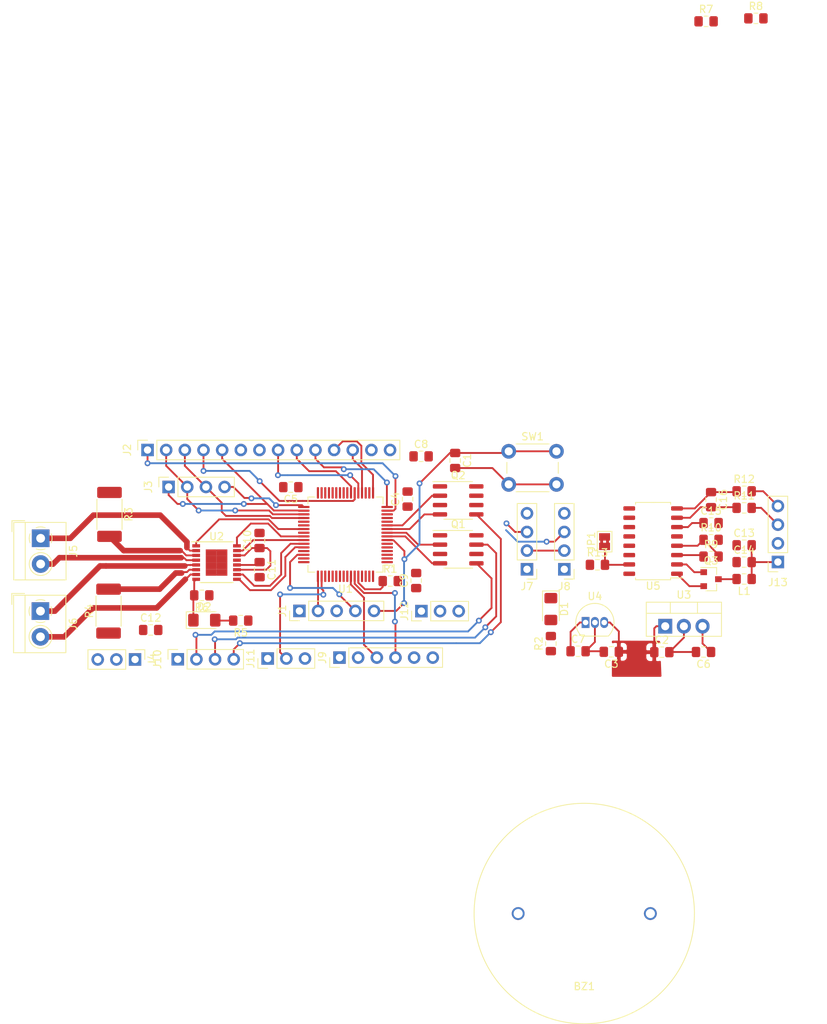
<source format=kicad_pcb>
(kicad_pcb (version 20171130) (host pcbnew "(5.1.4)-1")

  (general
    (thickness 1.6)
    (drawings 0)
    (tracks 375)
    (zones 0)
    (modules 56)
    (nets 93)
  )

  (page A4)
  (layers
    (0 F.Cu signal)
    (31 B.Cu signal)
    (32 B.Adhes user)
    (33 F.Adhes user)
    (34 B.Paste user)
    (35 F.Paste user)
    (36 B.SilkS user)
    (37 F.SilkS user)
    (38 B.Mask user)
    (39 F.Mask user)
    (40 Dwgs.User user)
    (41 Cmts.User user)
    (42 Eco1.User user)
    (43 Eco2.User user)
    (44 Edge.Cuts user)
    (45 Margin user)
    (46 B.CrtYd user)
    (47 F.CrtYd user)
    (48 B.Fab user)
    (49 F.Fab user)
  )

  (setup
    (last_trace_width 0.25)
    (user_trace_width 0.762)
    (trace_clearance 0.2)
    (zone_clearance 0.508)
    (zone_45_only no)
    (trace_min 0.2)
    (via_size 0.8)
    (via_drill 0.4)
    (via_min_size 0.4)
    (via_min_drill 0.3)
    (uvia_size 0.3)
    (uvia_drill 0.1)
    (uvias_allowed no)
    (uvia_min_size 0.2)
    (uvia_min_drill 0.1)
    (edge_width 0.05)
    (segment_width 0.2)
    (pcb_text_width 0.3)
    (pcb_text_size 1.5 1.5)
    (mod_edge_width 0.12)
    (mod_text_size 1 1)
    (mod_text_width 0.15)
    (pad_size 1.524 1.524)
    (pad_drill 0.762)
    (pad_to_mask_clearance 0.051)
    (solder_mask_min_width 0.25)
    (aux_axis_origin 0 0)
    (visible_elements 7FFFFFFF)
    (pcbplotparams
      (layerselection 0x010fc_ffffffff)
      (usegerberextensions false)
      (usegerberattributes false)
      (usegerberadvancedattributes false)
      (creategerberjobfile false)
      (excludeedgelayer true)
      (linewidth 0.100000)
      (plotframeref false)
      (viasonmask false)
      (mode 1)
      (useauxorigin false)
      (hpglpennumber 1)
      (hpglpenspeed 20)
      (hpglpendiameter 15.000000)
      (psnegative false)
      (psa4output false)
      (plotreference true)
      (plotvalue true)
      (plotinvisibletext false)
      (padsonsilk false)
      (subtractmaskfromsilk false)
      (outputformat 1)
      (mirror false)
      (drillshape 1)
      (scaleselection 1)
      (outputdirectory ""))
  )

  (net 0 "")
  (net 1 "Net-(BZ1-Pad2)")
  (net 2 +12V)
  (net 3 GND)
  (net 4 /NRST)
  (net 5 +3V3)
  (net 6 +5V)
  (net 7 /VINT)
  (net 8 /LC_AVDD)
  (net 9 "Net-(C15-Pad1)")
  (net 10 "Net-(C16-Pad2)")
  (net 11 "Net-(C16-Pad1)")
  (net 12 "Net-(D1-Pad2)")
  (net 13 "Net-(D2-Pad2)")
  (net 14 /nFAULT)
  (net 15 /T_IRQ)
  (net 16 /T_CLK)
  (net 17 /BATLVL)
  (net 18 "Net-(J5-Pad2)")
  (net 19 "Net-(J5-Pad1)")
  (net 20 "Net-(J6-Pad2)")
  (net 21 "Net-(J6-Pad1)")
  (net 22 "Net-(JP1-Pad1)")
  (net 23 "Net-(L1-Pad2)")
  (net 24 /sGreeni)
  (net 25 /sYellowi)
  (net 26 /sYellow)
  (net 27 /sGreen)
  (net 28 /sRedi)
  (net 29 /Buzzer)
  (net 30 /sRed)
  (net 31 "Net-(Q3-Pad1)")
  (net 32 /BOOT0)
  (net 33 "Net-(R3-Pad2)")
  (net 34 "Net-(R4-Pad2)")
  (net 35 "Net-(R7-Pad1)")
  (net 36 "Net-(R10-Pad1)")
  (net 37 /LC_INA-)
  (net 38 /LC_INA+)
  (net 39 /TRIG)
  (net 40 "Net-(U1-Pad61)")
  (net 41 /IMU_SDA)
  (net 42 /IMU_SCL)
  (net 43 "Net-(U1-Pad57)")
  (net 44 "Net-(U1-Pad56)")
  (net 45 "Net-(U1-Pad55)")
  (net 46 "Net-(U1-Pad54)")
  (net 47 "Net-(U1-Pad53)")
  (net 48 "Net-(U1-Pad52)")
  (net 49 "Net-(U1-Pad51)")
  (net 50 /LPS_SRL)
  (net 51 /SWCLK)
  (net 52 "Net-(U1-Pad48)")
  (net 53 "Net-(U1-Pad47)")
  (net 54 /SWDIO)
  (net 55 "Net-(U1-Pad45)")
  (net 56 /BIN2)
  (net 57 /BIN1)
  (net 58 /AIN2)
  (net 59 /AIN1)
  (net 60 "Net-(U1-Pad40)")
  (net 61 /nSLEEP)
  (net 62 /ECHOl)
  (net 63 /ECHOr)
  (net 64 /T_DIN)
  (net 65 /T_DO)
  (net 66 /SD_CS)
  (net 67 "Net-(U1-Pad30)")
  (net 68 "Net-(U1-Pad29)")
  (net 69 "Net-(U1-Pad28)")
  (net 70 "Net-(U1-Pad27)")
  (net 71 "Net-(U1-Pad26)")
  (net 72 "Net-(U1-Pad25)")
  (net 73 "Net-(U1-Pad24)")
  (net 74 /LCD_SDI_MOSI)
  (net 75 /T_CS)
  (net 76 /LCD_SCK)
  (net 77 /LCD_CS)
  (net 78 "Net-(U1-Pad19)")
  (net 79 "Net-(U1-Pad18)")
  (net 80 /LCD_RESET)
  (net 81 /LCD_DC)
  (net 82 "Net-(U1-Pad6)")
  (net 83 "Net-(U1-Pad5)")
  (net 84 "Net-(U1-Pad4)")
  (net 85 "Net-(U1-Pad3)")
  (net 86 "Net-(U1-Pad2)")
  (net 87 "Net-(U5-Pad13)")
  (net 88 /LC_DOUT)
  (net 89 /LC_SCK)
  (net 90 "Net-(U5-Pad10)")
  (net 91 "Net-(U5-Pad9)")
  (net 92 /SV_FB)

  (net_class Default "This is the default net class."
    (clearance 0.2)
    (trace_width 0.25)
    (via_dia 0.8)
    (via_drill 0.4)
    (uvia_dia 0.3)
    (uvia_drill 0.1)
    (add_net +12V)
    (add_net +3V3)
    (add_net +5V)
    (add_net /AIN1)
    (add_net /AIN2)
    (add_net /BATLVL)
    (add_net /BIN1)
    (add_net /BIN2)
    (add_net /BOOT0)
    (add_net /Buzzer)
    (add_net /ECHOl)
    (add_net /ECHOr)
    (add_net /IMU_SCL)
    (add_net /IMU_SDA)
    (add_net /LCD_CS)
    (add_net /LCD_DC)
    (add_net /LCD_RESET)
    (add_net /LCD_SCK)
    (add_net /LCD_SDI_MOSI)
    (add_net /LC_AVDD)
    (add_net /LC_DOUT)
    (add_net /LC_INA+)
    (add_net /LC_INA-)
    (add_net /LC_SCK)
    (add_net /LPS_SRL)
    (add_net /NRST)
    (add_net /SD_CS)
    (add_net /SV_FB)
    (add_net /SWCLK)
    (add_net /SWDIO)
    (add_net /TRIG)
    (add_net /T_CLK)
    (add_net /T_CS)
    (add_net /T_DIN)
    (add_net /T_DO)
    (add_net /T_IRQ)
    (add_net /VINT)
    (add_net /nFAULT)
    (add_net /nSLEEP)
    (add_net /sGreen)
    (add_net /sGreeni)
    (add_net /sRed)
    (add_net /sRedi)
    (add_net /sYellow)
    (add_net /sYellowi)
    (add_net GND)
    (add_net "Net-(BZ1-Pad2)")
    (add_net "Net-(C15-Pad1)")
    (add_net "Net-(C16-Pad1)")
    (add_net "Net-(C16-Pad2)")
    (add_net "Net-(D1-Pad2)")
    (add_net "Net-(D2-Pad2)")
    (add_net "Net-(J5-Pad1)")
    (add_net "Net-(J5-Pad2)")
    (add_net "Net-(J6-Pad1)")
    (add_net "Net-(J6-Pad2)")
    (add_net "Net-(JP1-Pad1)")
    (add_net "Net-(L1-Pad2)")
    (add_net "Net-(Q3-Pad1)")
    (add_net "Net-(R10-Pad1)")
    (add_net "Net-(R3-Pad2)")
    (add_net "Net-(R4-Pad2)")
    (add_net "Net-(R7-Pad1)")
    (add_net "Net-(U1-Pad18)")
    (add_net "Net-(U1-Pad19)")
    (add_net "Net-(U1-Pad2)")
    (add_net "Net-(U1-Pad24)")
    (add_net "Net-(U1-Pad25)")
    (add_net "Net-(U1-Pad26)")
    (add_net "Net-(U1-Pad27)")
    (add_net "Net-(U1-Pad28)")
    (add_net "Net-(U1-Pad29)")
    (add_net "Net-(U1-Pad3)")
    (add_net "Net-(U1-Pad30)")
    (add_net "Net-(U1-Pad4)")
    (add_net "Net-(U1-Pad40)")
    (add_net "Net-(U1-Pad45)")
    (add_net "Net-(U1-Pad47)")
    (add_net "Net-(U1-Pad48)")
    (add_net "Net-(U1-Pad5)")
    (add_net "Net-(U1-Pad51)")
    (add_net "Net-(U1-Pad52)")
    (add_net "Net-(U1-Pad53)")
    (add_net "Net-(U1-Pad54)")
    (add_net "Net-(U1-Pad55)")
    (add_net "Net-(U1-Pad56)")
    (add_net "Net-(U1-Pad57)")
    (add_net "Net-(U1-Pad6)")
    (add_net "Net-(U1-Pad61)")
    (add_net "Net-(U5-Pad10)")
    (add_net "Net-(U5-Pad13)")
    (add_net "Net-(U5-Pad9)")
  )

  (module Package_QFP:LQFP-64_10x10mm_P0.5mm (layer F.Cu) (tedit 5C194D4E) (tstamp 5DABEA48)
    (at 213.106 90.424 180)
    (descr "LQFP, 64 Pin (https://www.analog.com/media/en/technical-documentation/data-sheets/ad7606_7606-6_7606-4.pdf), generated with kicad-footprint-generator ipc_gullwing_generator.py")
    (tags "LQFP QFP")
    (path /5DA62A92)
    (attr smd)
    (fp_text reference U1 (at 0 -7.4) (layer F.SilkS)
      (effects (font (size 1 1) (thickness 0.15)))
    )
    (fp_text value STM32F051R8Tx (at 0 7.4) (layer F.Fab)
      (effects (font (size 1 1) (thickness 0.15)))
    )
    (fp_text user %R (at 0 0) (layer F.Fab)
      (effects (font (size 1 1) (thickness 0.15)))
    )
    (fp_line (start 6.7 4.15) (end 6.7 0) (layer F.CrtYd) (width 0.05))
    (fp_line (start 5.25 4.15) (end 6.7 4.15) (layer F.CrtYd) (width 0.05))
    (fp_line (start 5.25 5.25) (end 5.25 4.15) (layer F.CrtYd) (width 0.05))
    (fp_line (start 4.15 5.25) (end 5.25 5.25) (layer F.CrtYd) (width 0.05))
    (fp_line (start 4.15 6.7) (end 4.15 5.25) (layer F.CrtYd) (width 0.05))
    (fp_line (start 0 6.7) (end 4.15 6.7) (layer F.CrtYd) (width 0.05))
    (fp_line (start -6.7 4.15) (end -6.7 0) (layer F.CrtYd) (width 0.05))
    (fp_line (start -5.25 4.15) (end -6.7 4.15) (layer F.CrtYd) (width 0.05))
    (fp_line (start -5.25 5.25) (end -5.25 4.15) (layer F.CrtYd) (width 0.05))
    (fp_line (start -4.15 5.25) (end -5.25 5.25) (layer F.CrtYd) (width 0.05))
    (fp_line (start -4.15 6.7) (end -4.15 5.25) (layer F.CrtYd) (width 0.05))
    (fp_line (start 0 6.7) (end -4.15 6.7) (layer F.CrtYd) (width 0.05))
    (fp_line (start 6.7 -4.15) (end 6.7 0) (layer F.CrtYd) (width 0.05))
    (fp_line (start 5.25 -4.15) (end 6.7 -4.15) (layer F.CrtYd) (width 0.05))
    (fp_line (start 5.25 -5.25) (end 5.25 -4.15) (layer F.CrtYd) (width 0.05))
    (fp_line (start 4.15 -5.25) (end 5.25 -5.25) (layer F.CrtYd) (width 0.05))
    (fp_line (start 4.15 -6.7) (end 4.15 -5.25) (layer F.CrtYd) (width 0.05))
    (fp_line (start 0 -6.7) (end 4.15 -6.7) (layer F.CrtYd) (width 0.05))
    (fp_line (start -6.7 -4.15) (end -6.7 0) (layer F.CrtYd) (width 0.05))
    (fp_line (start -5.25 -4.15) (end -6.7 -4.15) (layer F.CrtYd) (width 0.05))
    (fp_line (start -5.25 -5.25) (end -5.25 -4.15) (layer F.CrtYd) (width 0.05))
    (fp_line (start -4.15 -5.25) (end -5.25 -5.25) (layer F.CrtYd) (width 0.05))
    (fp_line (start -4.15 -6.7) (end -4.15 -5.25) (layer F.CrtYd) (width 0.05))
    (fp_line (start 0 -6.7) (end -4.15 -6.7) (layer F.CrtYd) (width 0.05))
    (fp_line (start -5 -4) (end -4 -5) (layer F.Fab) (width 0.1))
    (fp_line (start -5 5) (end -5 -4) (layer F.Fab) (width 0.1))
    (fp_line (start 5 5) (end -5 5) (layer F.Fab) (width 0.1))
    (fp_line (start 5 -5) (end 5 5) (layer F.Fab) (width 0.1))
    (fp_line (start -4 -5) (end 5 -5) (layer F.Fab) (width 0.1))
    (fp_line (start -5.11 -4.16) (end -6.45 -4.16) (layer F.SilkS) (width 0.12))
    (fp_line (start -5.11 -5.11) (end -5.11 -4.16) (layer F.SilkS) (width 0.12))
    (fp_line (start -4.16 -5.11) (end -5.11 -5.11) (layer F.SilkS) (width 0.12))
    (fp_line (start 5.11 -5.11) (end 5.11 -4.16) (layer F.SilkS) (width 0.12))
    (fp_line (start 4.16 -5.11) (end 5.11 -5.11) (layer F.SilkS) (width 0.12))
    (fp_line (start -5.11 5.11) (end -5.11 4.16) (layer F.SilkS) (width 0.12))
    (fp_line (start -4.16 5.11) (end -5.11 5.11) (layer F.SilkS) (width 0.12))
    (fp_line (start 5.11 5.11) (end 5.11 4.16) (layer F.SilkS) (width 0.12))
    (fp_line (start 4.16 5.11) (end 5.11 5.11) (layer F.SilkS) (width 0.12))
    (pad 64 smd roundrect (at -3.75 -5.675 180) (size 0.3 1.55) (layers F.Cu F.Paste F.Mask) (roundrect_rratio 0.25)
      (net 5 +3V3))
    (pad 63 smd roundrect (at -3.25 -5.675 180) (size 0.3 1.55) (layers F.Cu F.Paste F.Mask) (roundrect_rratio 0.25)
      (net 3 GND))
    (pad 62 smd roundrect (at -2.75 -5.675 180) (size 0.3 1.55) (layers F.Cu F.Paste F.Mask) (roundrect_rratio 0.25)
      (net 39 /TRIG))
    (pad 61 smd roundrect (at -2.25 -5.675 180) (size 0.3 1.55) (layers F.Cu F.Paste F.Mask) (roundrect_rratio 0.25)
      (net 40 "Net-(U1-Pad61)"))
    (pad 60 smd roundrect (at -1.75 -5.675 180) (size 0.3 1.55) (layers F.Cu F.Paste F.Mask) (roundrect_rratio 0.25)
      (net 32 /BOOT0))
    (pad 59 smd roundrect (at -1.25 -5.675 180) (size 0.3 1.55) (layers F.Cu F.Paste F.Mask) (roundrect_rratio 0.25)
      (net 41 /IMU_SDA))
    (pad 58 smd roundrect (at -0.75 -5.675 180) (size 0.3 1.55) (layers F.Cu F.Paste F.Mask) (roundrect_rratio 0.25)
      (net 42 /IMU_SCL))
    (pad 57 smd roundrect (at -0.25 -5.675 180) (size 0.3 1.55) (layers F.Cu F.Paste F.Mask) (roundrect_rratio 0.25)
      (net 43 "Net-(U1-Pad57)"))
    (pad 56 smd roundrect (at 0.25 -5.675 180) (size 0.3 1.55) (layers F.Cu F.Paste F.Mask) (roundrect_rratio 0.25)
      (net 44 "Net-(U1-Pad56)"))
    (pad 55 smd roundrect (at 0.75 -5.675 180) (size 0.3 1.55) (layers F.Cu F.Paste F.Mask) (roundrect_rratio 0.25)
      (net 45 "Net-(U1-Pad55)"))
    (pad 54 smd roundrect (at 1.25 -5.675 180) (size 0.3 1.55) (layers F.Cu F.Paste F.Mask) (roundrect_rratio 0.25)
      (net 46 "Net-(U1-Pad54)"))
    (pad 53 smd roundrect (at 1.75 -5.675 180) (size 0.3 1.55) (layers F.Cu F.Paste F.Mask) (roundrect_rratio 0.25)
      (net 47 "Net-(U1-Pad53)"))
    (pad 52 smd roundrect (at 2.25 -5.675 180) (size 0.3 1.55) (layers F.Cu F.Paste F.Mask) (roundrect_rratio 0.25)
      (net 48 "Net-(U1-Pad52)"))
    (pad 51 smd roundrect (at 2.75 -5.675 180) (size 0.3 1.55) (layers F.Cu F.Paste F.Mask) (roundrect_rratio 0.25)
      (net 49 "Net-(U1-Pad51)"))
    (pad 50 smd roundrect (at 3.25 -5.675 180) (size 0.3 1.55) (layers F.Cu F.Paste F.Mask) (roundrect_rratio 0.25)
      (net 50 /LPS_SRL))
    (pad 49 smd roundrect (at 3.75 -5.675 180) (size 0.3 1.55) (layers F.Cu F.Paste F.Mask) (roundrect_rratio 0.25)
      (net 51 /SWCLK))
    (pad 48 smd roundrect (at 5.675 -3.75 180) (size 1.55 0.3) (layers F.Cu F.Paste F.Mask) (roundrect_rratio 0.25)
      (net 52 "Net-(U1-Pad48)"))
    (pad 47 smd roundrect (at 5.675 -3.25 180) (size 1.55 0.3) (layers F.Cu F.Paste F.Mask) (roundrect_rratio 0.25)
      (net 53 "Net-(U1-Pad47)"))
    (pad 46 smd roundrect (at 5.675 -2.75 180) (size 1.55 0.3) (layers F.Cu F.Paste F.Mask) (roundrect_rratio 0.25)
      (net 54 /SWDIO))
    (pad 45 smd roundrect (at 5.675 -2.25 180) (size 1.55 0.3) (layers F.Cu F.Paste F.Mask) (roundrect_rratio 0.25)
      (net 55 "Net-(U1-Pad45)"))
    (pad 44 smd roundrect (at 5.675 -1.75 180) (size 1.55 0.3) (layers F.Cu F.Paste F.Mask) (roundrect_rratio 0.25)
      (net 57 /BIN1))
    (pad 43 smd roundrect (at 5.675 -1.25 180) (size 1.55 0.3) (layers F.Cu F.Paste F.Mask) (roundrect_rratio 0.25)
      (net 56 /BIN2))
    (pad 42 smd roundrect (at 5.675 -0.75 180) (size 1.55 0.3) (layers F.Cu F.Paste F.Mask) (roundrect_rratio 0.25)
      (net 58 /AIN2))
    (pad 41 smd roundrect (at 5.675 -0.25 180) (size 1.55 0.3) (layers F.Cu F.Paste F.Mask) (roundrect_rratio 0.25)
      (net 59 /AIN1))
    (pad 40 smd roundrect (at 5.675 0.25 180) (size 1.55 0.3) (layers F.Cu F.Paste F.Mask) (roundrect_rratio 0.25)
      (net 60 "Net-(U1-Pad40)"))
    (pad 39 smd roundrect (at 5.675 0.75 180) (size 1.55 0.3) (layers F.Cu F.Paste F.Mask) (roundrect_rratio 0.25)
      (net 61 /nSLEEP))
    (pad 38 smd roundrect (at 5.675 1.25 180) (size 1.55 0.3) (layers F.Cu F.Paste F.Mask) (roundrect_rratio 0.25)
      (net 62 /ECHOl))
    (pad 37 smd roundrect (at 5.675 1.75 180) (size 1.55 0.3) (layers F.Cu F.Paste F.Mask) (roundrect_rratio 0.25)
      (net 63 /ECHOr))
    (pad 36 smd roundrect (at 5.675 2.25 180) (size 1.55 0.3) (layers F.Cu F.Paste F.Mask) (roundrect_rratio 0.25)
      (net 64 /T_DIN))
    (pad 35 smd roundrect (at 5.675 2.75 180) (size 1.55 0.3) (layers F.Cu F.Paste F.Mask) (roundrect_rratio 0.25)
      (net 65 /T_DO))
    (pad 34 smd roundrect (at 5.675 3.25 180) (size 1.55 0.3) (layers F.Cu F.Paste F.Mask) (roundrect_rratio 0.25)
      (net 16 /T_CLK))
    (pad 33 smd roundrect (at 5.675 3.75 180) (size 1.55 0.3) (layers F.Cu F.Paste F.Mask) (roundrect_rratio 0.25)
      (net 66 /SD_CS))
    (pad 32 smd roundrect (at 3.75 5.675 180) (size 0.3 1.55) (layers F.Cu F.Paste F.Mask) (roundrect_rratio 0.25)
      (net 5 +3V3))
    (pad 31 smd roundrect (at 3.25 5.675 180) (size 0.3 1.55) (layers F.Cu F.Paste F.Mask) (roundrect_rratio 0.25)
      (net 3 GND))
    (pad 30 smd roundrect (at 2.75 5.675 180) (size 0.3 1.55) (layers F.Cu F.Paste F.Mask) (roundrect_rratio 0.25)
      (net 67 "Net-(U1-Pad30)"))
    (pad 29 smd roundrect (at 2.25 5.675 180) (size 0.3 1.55) (layers F.Cu F.Paste F.Mask) (roundrect_rratio 0.25)
      (net 68 "Net-(U1-Pad29)"))
    (pad 28 smd roundrect (at 1.75 5.675 180) (size 0.3 1.55) (layers F.Cu F.Paste F.Mask) (roundrect_rratio 0.25)
      (net 69 "Net-(U1-Pad28)"))
    (pad 27 smd roundrect (at 1.25 5.675 180) (size 0.3 1.55) (layers F.Cu F.Paste F.Mask) (roundrect_rratio 0.25)
      (net 70 "Net-(U1-Pad27)"))
    (pad 26 smd roundrect (at 0.75 5.675 180) (size 0.3 1.55) (layers F.Cu F.Paste F.Mask) (roundrect_rratio 0.25)
      (net 71 "Net-(U1-Pad26)"))
    (pad 25 smd roundrect (at 0.25 5.675 180) (size 0.3 1.55) (layers F.Cu F.Paste F.Mask) (roundrect_rratio 0.25)
      (net 72 "Net-(U1-Pad25)"))
    (pad 24 smd roundrect (at -0.25 5.675 180) (size 0.3 1.55) (layers F.Cu F.Paste F.Mask) (roundrect_rratio 0.25)
      (net 73 "Net-(U1-Pad24)"))
    (pad 23 smd roundrect (at -0.75 5.675 180) (size 0.3 1.55) (layers F.Cu F.Paste F.Mask) (roundrect_rratio 0.25)
      (net 74 /LCD_SDI_MOSI))
    (pad 22 smd roundrect (at -1.25 5.675 180) (size 0.3 1.55) (layers F.Cu F.Paste F.Mask) (roundrect_rratio 0.25)
      (net 75 /T_CS))
    (pad 21 smd roundrect (at -1.75 5.675 180) (size 0.3 1.55) (layers F.Cu F.Paste F.Mask) (roundrect_rratio 0.25)
      (net 76 /LCD_SCK))
    (pad 20 smd roundrect (at -2.25 5.675 180) (size 0.3 1.55) (layers F.Cu F.Paste F.Mask) (roundrect_rratio 0.25)
      (net 77 /LCD_CS))
    (pad 19 smd roundrect (at -2.75 5.675 180) (size 0.3 1.55) (layers F.Cu F.Paste F.Mask) (roundrect_rratio 0.25)
      (net 78 "Net-(U1-Pad19)"))
    (pad 18 smd roundrect (at -3.25 5.675 180) (size 0.3 1.55) (layers F.Cu F.Paste F.Mask) (roundrect_rratio 0.25)
      (net 79 "Net-(U1-Pad18)"))
    (pad 17 smd roundrect (at -3.75 5.675 180) (size 0.3 1.55) (layers F.Cu F.Paste F.Mask) (roundrect_rratio 0.25)
      (net 80 /LCD_RESET))
    (pad 16 smd roundrect (at -5.675 3.75 180) (size 1.55 0.3) (layers F.Cu F.Paste F.Mask) (roundrect_rratio 0.25)
      (net 81 /LCD_DC))
    (pad 15 smd roundrect (at -5.675 3.25 180) (size 1.55 0.3) (layers F.Cu F.Paste F.Mask) (roundrect_rratio 0.25)
      (net 15 /T_IRQ))
    (pad 14 smd roundrect (at -5.675 2.75 180) (size 1.55 0.3) (layers F.Cu F.Paste F.Mask) (roundrect_rratio 0.25)
      (net 17 /BATLVL))
    (pad 13 smd roundrect (at -5.675 2.25 180) (size 1.55 0.3) (layers F.Cu F.Paste F.Mask) (roundrect_rratio 0.25)
      (net 5 +3V3))
    (pad 12 smd roundrect (at -5.675 1.75 180) (size 1.55 0.3) (layers F.Cu F.Paste F.Mask) (roundrect_rratio 0.25)
      (net 3 GND))
    (pad 11 smd roundrect (at -5.675 1.25 180) (size 1.55 0.3) (layers F.Cu F.Paste F.Mask) (roundrect_rratio 0.25)
      (net 29 /Buzzer))
    (pad 10 smd roundrect (at -5.675 0.75 180) (size 1.55 0.3) (layers F.Cu F.Paste F.Mask) (roundrect_rratio 0.25)
      (net 30 /sRed))
    (pad 9 smd roundrect (at -5.675 0.25 180) (size 1.55 0.3) (layers F.Cu F.Paste F.Mask) (roundrect_rratio 0.25)
      (net 26 /sYellow))
    (pad 8 smd roundrect (at -5.675 -0.25 180) (size 1.55 0.3) (layers F.Cu F.Paste F.Mask) (roundrect_rratio 0.25)
      (net 27 /sGreen))
    (pad 7 smd roundrect (at -5.675 -0.75 180) (size 1.55 0.3) (layers F.Cu F.Paste F.Mask) (roundrect_rratio 0.25)
      (net 4 /NRST))
    (pad 6 smd roundrect (at -5.675 -1.25 180) (size 1.55 0.3) (layers F.Cu F.Paste F.Mask) (roundrect_rratio 0.25)
      (net 82 "Net-(U1-Pad6)"))
    (pad 5 smd roundrect (at -5.675 -1.75 180) (size 1.55 0.3) (layers F.Cu F.Paste F.Mask) (roundrect_rratio 0.25)
      (net 83 "Net-(U1-Pad5)"))
    (pad 4 smd roundrect (at -5.675 -2.25 180) (size 1.55 0.3) (layers F.Cu F.Paste F.Mask) (roundrect_rratio 0.25)
      (net 84 "Net-(U1-Pad4)"))
    (pad 3 smd roundrect (at -5.675 -2.75 180) (size 1.55 0.3) (layers F.Cu F.Paste F.Mask) (roundrect_rratio 0.25)
      (net 85 "Net-(U1-Pad3)"))
    (pad 2 smd roundrect (at -5.675 -3.25 180) (size 1.55 0.3) (layers F.Cu F.Paste F.Mask) (roundrect_rratio 0.25)
      (net 86 "Net-(U1-Pad2)"))
    (pad 1 smd roundrect (at -5.675 -3.75 180) (size 1.55 0.3) (layers F.Cu F.Paste F.Mask) (roundrect_rratio 0.25)
      (net 5 +3V3))
    (model ${KISYS3DMOD}/Package_QFP.3dshapes/LQFP-64_10x10mm_P0.5mm.wrl
      (at (xyz 0 0 0))
      (scale (xyz 1 1 1))
      (rotate (xyz 0 0 0))
    )
  )

  (module Resistor_SMD:R_0805_2012Metric_Pad1.15x1.40mm_HandSolder (layer F.Cu) (tedit 5B36C52B) (tstamp 5DABE9AD)
    (at 267.3858 84.5312)
    (descr "Resistor SMD 0805 (2012 Metric), square (rectangular) end terminal, IPC_7351 nominal with elongated pad for handsoldering. (Body size source: https://docs.google.com/spreadsheets/d/1BsfQQcO9C6DZCsRaXUlFlo91Tg2WpOkGARC1WS5S8t0/edit?usp=sharing), generated with kicad-footprint-generator")
    (tags "resistor handsolder")
    (path /5DF72361)
    (attr smd)
    (fp_text reference R12 (at 0 -1.65) (layer F.SilkS)
      (effects (font (size 1 1) (thickness 0.15)))
    )
    (fp_text value 100 (at 0 1.65) (layer F.Fab)
      (effects (font (size 1 1) (thickness 0.15)))
    )
    (fp_line (start -1 0.6) (end -1 -0.6) (layer F.Fab) (width 0.1))
    (fp_line (start -1 -0.6) (end 1 -0.6) (layer F.Fab) (width 0.1))
    (fp_line (start 1 -0.6) (end 1 0.6) (layer F.Fab) (width 0.1))
    (fp_line (start 1 0.6) (end -1 0.6) (layer F.Fab) (width 0.1))
    (fp_line (start -0.261252 -0.71) (end 0.261252 -0.71) (layer F.SilkS) (width 0.12))
    (fp_line (start -0.261252 0.71) (end 0.261252 0.71) (layer F.SilkS) (width 0.12))
    (fp_line (start -1.85 0.95) (end -1.85 -0.95) (layer F.CrtYd) (width 0.05))
    (fp_line (start -1.85 -0.95) (end 1.85 -0.95) (layer F.CrtYd) (width 0.05))
    (fp_line (start 1.85 -0.95) (end 1.85 0.95) (layer F.CrtYd) (width 0.05))
    (fp_line (start 1.85 0.95) (end -1.85 0.95) (layer F.CrtYd) (width 0.05))
    (fp_text user %R (at 0 0) (layer F.Fab)
      (effects (font (size 0.5 0.5) (thickness 0.08)))
    )
    (pad 1 smd roundrect (at -1.025 0) (size 1.15 1.4) (layers F.Cu F.Paste F.Mask) (roundrect_rratio 0.217391)
      (net 11 "Net-(C16-Pad1)"))
    (pad 2 smd roundrect (at 1.025 0) (size 1.15 1.4) (layers F.Cu F.Paste F.Mask) (roundrect_rratio 0.217391)
      (net 38 /LC_INA+))
    (model ${KISYS3DMOD}/Resistor_SMD.3dshapes/R_0805_2012Metric.wrl
      (at (xyz 0 0 0))
      (scale (xyz 1 1 1))
      (rotate (xyz 0 0 0))
    )
  )

  (module Resistor_SMD:R_0805_2012Metric_Pad1.15x1.40mm_HandSolder (layer F.Cu) (tedit 5B36C52B) (tstamp 5DABE99C)
    (at 267.3858 86.7918)
    (descr "Resistor SMD 0805 (2012 Metric), square (rectangular) end terminal, IPC_7351 nominal with elongated pad for handsoldering. (Body size source: https://docs.google.com/spreadsheets/d/1BsfQQcO9C6DZCsRaXUlFlo91Tg2WpOkGARC1WS5S8t0/edit?usp=sharing), generated with kicad-footprint-generator")
    (tags "resistor handsolder")
    (path /5DF71ECB)
    (attr smd)
    (fp_text reference R11 (at 0 -1.65) (layer F.SilkS)
      (effects (font (size 1 1) (thickness 0.15)))
    )
    (fp_text value 100 (at 0 1.65) (layer F.Fab)
      (effects (font (size 1 1) (thickness 0.15)))
    )
    (fp_line (start -1 0.6) (end -1 -0.6) (layer F.Fab) (width 0.1))
    (fp_line (start -1 -0.6) (end 1 -0.6) (layer F.Fab) (width 0.1))
    (fp_line (start 1 -0.6) (end 1 0.6) (layer F.Fab) (width 0.1))
    (fp_line (start 1 0.6) (end -1 0.6) (layer F.Fab) (width 0.1))
    (fp_line (start -0.261252 -0.71) (end 0.261252 -0.71) (layer F.SilkS) (width 0.12))
    (fp_line (start -0.261252 0.71) (end 0.261252 0.71) (layer F.SilkS) (width 0.12))
    (fp_line (start -1.85 0.95) (end -1.85 -0.95) (layer F.CrtYd) (width 0.05))
    (fp_line (start -1.85 -0.95) (end 1.85 -0.95) (layer F.CrtYd) (width 0.05))
    (fp_line (start 1.85 -0.95) (end 1.85 0.95) (layer F.CrtYd) (width 0.05))
    (fp_line (start 1.85 0.95) (end -1.85 0.95) (layer F.CrtYd) (width 0.05))
    (fp_text user %R (at 0 0) (layer F.Fab)
      (effects (font (size 0.5 0.5) (thickness 0.08)))
    )
    (pad 1 smd roundrect (at -1.025 0) (size 1.15 1.4) (layers F.Cu F.Paste F.Mask) (roundrect_rratio 0.217391)
      (net 10 "Net-(C16-Pad2)"))
    (pad 2 smd roundrect (at 1.025 0) (size 1.15 1.4) (layers F.Cu F.Paste F.Mask) (roundrect_rratio 0.217391)
      (net 37 /LC_INA-))
    (model ${KISYS3DMOD}/Resistor_SMD.3dshapes/R_0805_2012Metric.wrl
      (at (xyz 0 0 0))
      (scale (xyz 1 1 1))
      (rotate (xyz 0 0 0))
    )
  )

  (module Connector_PinSocket_2.54mm:PinSocket_1x14_P2.54mm_Vertical (layer F.Cu) (tedit 5A19A434) (tstamp 5DABE71B)
    (at 186.1566 78.9178 90)
    (descr "Through hole straight socket strip, 1x14, 2.54mm pitch, single row (from Kicad 4.0.7), script generated")
    (tags "Through hole socket strip THT 1x14 2.54mm single row")
    (path /5DAC81F6)
    (fp_text reference J2 (at 0 -2.77 90) (layer F.SilkS)
      (effects (font (size 1 1) (thickness 0.15)))
    )
    (fp_text value Touchscreen_Header (at 0 35.79 90) (layer F.Fab)
      (effects (font (size 1 1) (thickness 0.15)))
    )
    (fp_text user %R (at 0 16.51) (layer F.Fab)
      (effects (font (size 1 1) (thickness 0.15)))
    )
    (fp_line (start -1.8 34.8) (end -1.8 -1.8) (layer F.CrtYd) (width 0.05))
    (fp_line (start 1.75 34.8) (end -1.8 34.8) (layer F.CrtYd) (width 0.05))
    (fp_line (start 1.75 -1.8) (end 1.75 34.8) (layer F.CrtYd) (width 0.05))
    (fp_line (start -1.8 -1.8) (end 1.75 -1.8) (layer F.CrtYd) (width 0.05))
    (fp_line (start 0 -1.33) (end 1.33 -1.33) (layer F.SilkS) (width 0.12))
    (fp_line (start 1.33 -1.33) (end 1.33 0) (layer F.SilkS) (width 0.12))
    (fp_line (start 1.33 1.27) (end 1.33 34.35) (layer F.SilkS) (width 0.12))
    (fp_line (start -1.33 34.35) (end 1.33 34.35) (layer F.SilkS) (width 0.12))
    (fp_line (start -1.33 1.27) (end -1.33 34.35) (layer F.SilkS) (width 0.12))
    (fp_line (start -1.33 1.27) (end 1.33 1.27) (layer F.SilkS) (width 0.12))
    (fp_line (start -1.27 34.29) (end -1.27 -1.27) (layer F.Fab) (width 0.1))
    (fp_line (start 1.27 34.29) (end -1.27 34.29) (layer F.Fab) (width 0.1))
    (fp_line (start 1.27 -0.635) (end 1.27 34.29) (layer F.Fab) (width 0.1))
    (fp_line (start 0.635 -1.27) (end 1.27 -0.635) (layer F.Fab) (width 0.1))
    (fp_line (start -1.27 -1.27) (end 0.635 -1.27) (layer F.Fab) (width 0.1))
    (pad 14 thru_hole oval (at 0 33.02 90) (size 1.7 1.7) (drill 1) (layers *.Cu *.Mask)
      (net 5 +3V3))
    (pad 13 thru_hole oval (at 0 30.48 90) (size 1.7 1.7) (drill 1) (layers *.Cu *.Mask)
      (net 3 GND))
    (pad 12 thru_hole oval (at 0 27.94 90) (size 1.7 1.7) (drill 1) (layers *.Cu *.Mask)
      (net 77 /LCD_CS))
    (pad 11 thru_hole oval (at 0 25.4 90) (size 1.7 1.7) (drill 1) (layers *.Cu *.Mask)
      (net 80 /LCD_RESET))
    (pad 10 thru_hole oval (at 0 22.86 90) (size 1.7 1.7) (drill 1) (layers *.Cu *.Mask)
      (net 81 /LCD_DC))
    (pad 9 thru_hole oval (at 0 20.32 90) (size 1.7 1.7) (drill 1) (layers *.Cu *.Mask)
      (net 74 /LCD_SDI_MOSI))
    (pad 8 thru_hole oval (at 0 17.78 90) (size 1.7 1.7) (drill 1) (layers *.Cu *.Mask)
      (net 76 /LCD_SCK))
    (pad 7 thru_hole oval (at 0 15.24 90) (size 1.7 1.7) (drill 1) (layers *.Cu *.Mask)
      (net 5 +3V3))
    (pad 6 thru_hole oval (at 0 12.7 90) (size 1.7 1.7) (drill 1) (layers *.Cu *.Mask)
      (net 3 GND))
    (pad 5 thru_hole oval (at 0 10.16 90) (size 1.7 1.7) (drill 1) (layers *.Cu *.Mask)
      (net 16 /T_CLK))
    (pad 4 thru_hole oval (at 0 7.62 90) (size 1.7 1.7) (drill 1) (layers *.Cu *.Mask)
      (net 75 /T_CS))
    (pad 3 thru_hole oval (at 0 5.08 90) (size 1.7 1.7) (drill 1) (layers *.Cu *.Mask)
      (net 64 /T_DIN))
    (pad 2 thru_hole oval (at 0 2.54 90) (size 1.7 1.7) (drill 1) (layers *.Cu *.Mask)
      (net 65 /T_DO))
    (pad 1 thru_hole rect (at 0 0 90) (size 1.7 1.7) (drill 1) (layers *.Cu *.Mask)
      (net 15 /T_IRQ))
    (model ${KISYS3DMOD}/Connector_PinSocket_2.54mm.3dshapes/PinSocket_1x14_P2.54mm_Vertical.wrl
      (at (xyz 0 0 0))
      (scale (xyz 1 1 1))
      (rotate (xyz 0 0 0))
    )
  )

  (module Resistor_SMD:R_2512_6332Metric_Pad1.52x3.35mm_HandSolder (layer F.Cu) (tedit 5B301BBD) (tstamp 5DABE914)
    (at 180.975 87.6808 270)
    (descr "Resistor SMD 2512 (6332 Metric), square (rectangular) end terminal, IPC_7351 nominal with elongated pad for handsoldering. (Body size source: http://www.tortai-tech.com/upload/download/2011102023233369053.pdf), generated with kicad-footprint-generator")
    (tags "resistor handsolder")
    (path /5DA69C3C)
    (attr smd)
    (fp_text reference R3 (at 0 -2.62 90) (layer F.SilkS)
      (effects (font (size 1 1) (thickness 0.15)))
    )
    (fp_text value 0.25 (at 0 2.62 90) (layer F.Fab)
      (effects (font (size 1 1) (thickness 0.15)))
    )
    (fp_text user %R (at 0 0 90) (layer F.Fab)
      (effects (font (size 1 1) (thickness 0.15)))
    )
    (fp_line (start 4 1.92) (end -4 1.92) (layer F.CrtYd) (width 0.05))
    (fp_line (start 4 -1.92) (end 4 1.92) (layer F.CrtYd) (width 0.05))
    (fp_line (start -4 -1.92) (end 4 -1.92) (layer F.CrtYd) (width 0.05))
    (fp_line (start -4 1.92) (end -4 -1.92) (layer F.CrtYd) (width 0.05))
    (fp_line (start -2.052064 1.71) (end 2.052064 1.71) (layer F.SilkS) (width 0.12))
    (fp_line (start -2.052064 -1.71) (end 2.052064 -1.71) (layer F.SilkS) (width 0.12))
    (fp_line (start 3.15 1.6) (end -3.15 1.6) (layer F.Fab) (width 0.1))
    (fp_line (start 3.15 -1.6) (end 3.15 1.6) (layer F.Fab) (width 0.1))
    (fp_line (start -3.15 -1.6) (end 3.15 -1.6) (layer F.Fab) (width 0.1))
    (fp_line (start -3.15 1.6) (end -3.15 -1.6) (layer F.Fab) (width 0.1))
    (pad 2 smd roundrect (at 2.9875 0 270) (size 1.525 3.35) (layers F.Cu F.Paste F.Mask) (roundrect_rratio 0.163934)
      (net 33 "Net-(R3-Pad2)"))
    (pad 1 smd roundrect (at -2.9875 0 270) (size 1.525 3.35) (layers F.Cu F.Paste F.Mask) (roundrect_rratio 0.163934)
      (net 3 GND))
    (model ${KISYS3DMOD}/Resistor_SMD.3dshapes/R_2512_6332Metric.wrl
      (at (xyz 0 0 0))
      (scale (xyz 1 1 1))
      (rotate (xyz 0 0 0))
    )
  )

  (module Capacitor_SMD:C_0805_2012Metric_Pad1.15x1.40mm_HandSolder (layer F.Cu) (tedit 5B36C52B) (tstamp 5DABE611)
    (at 205.6638 83.9724 180)
    (descr "Capacitor SMD 0805 (2012 Metric), square (rectangular) end terminal, IPC_7351 nominal with elongated pad for handsoldering. (Body size source: https://docs.google.com/spreadsheets/d/1BsfQQcO9C6DZCsRaXUlFlo91Tg2WpOkGARC1WS5S8t0/edit?usp=sharing), generated with kicad-footprint-generator")
    (tags "capacitor handsolder")
    (path /5DB08B53)
    (attr smd)
    (fp_text reference C5 (at 0 -1.65) (layer F.SilkS)
      (effects (font (size 1 1) (thickness 0.15)))
    )
    (fp_text value 100n (at 0 1.65) (layer F.Fab)
      (effects (font (size 1 1) (thickness 0.15)))
    )
    (fp_text user %R (at 0 0) (layer F.Fab)
      (effects (font (size 0.5 0.5) (thickness 0.08)))
    )
    (fp_line (start 1.85 0.95) (end -1.85 0.95) (layer F.CrtYd) (width 0.05))
    (fp_line (start 1.85 -0.95) (end 1.85 0.95) (layer F.CrtYd) (width 0.05))
    (fp_line (start -1.85 -0.95) (end 1.85 -0.95) (layer F.CrtYd) (width 0.05))
    (fp_line (start -1.85 0.95) (end -1.85 -0.95) (layer F.CrtYd) (width 0.05))
    (fp_line (start -0.261252 0.71) (end 0.261252 0.71) (layer F.SilkS) (width 0.12))
    (fp_line (start -0.261252 -0.71) (end 0.261252 -0.71) (layer F.SilkS) (width 0.12))
    (fp_line (start 1 0.6) (end -1 0.6) (layer F.Fab) (width 0.1))
    (fp_line (start 1 -0.6) (end 1 0.6) (layer F.Fab) (width 0.1))
    (fp_line (start -1 -0.6) (end 1 -0.6) (layer F.Fab) (width 0.1))
    (fp_line (start -1 0.6) (end -1 -0.6) (layer F.Fab) (width 0.1))
    (pad 2 smd roundrect (at 1.025 0 180) (size 1.15 1.4) (layers F.Cu F.Paste F.Mask) (roundrect_rratio 0.217391)
      (net 3 GND))
    (pad 1 smd roundrect (at -1.025 0 180) (size 1.15 1.4) (layers F.Cu F.Paste F.Mask) (roundrect_rratio 0.217391)
      (net 5 +3V3))
    (model ${KISYS3DMOD}/Capacitor_SMD.3dshapes/C_0805_2012Metric.wrl
      (at (xyz 0 0 0))
      (scale (xyz 1 1 1))
      (rotate (xyz 0 0 0))
    )
  )

  (module Capacitor_SMD:C_0805_2012Metric_Pad1.15x1.40mm_HandSolder (layer F.Cu) (tedit 5B36C52B) (tstamp 5DABE644)
    (at 223.402 79.7814)
    (descr "Capacitor SMD 0805 (2012 Metric), square (rectangular) end terminal, IPC_7351 nominal with elongated pad for handsoldering. (Body size source: https://docs.google.com/spreadsheets/d/1BsfQQcO9C6DZCsRaXUlFlo91Tg2WpOkGARC1WS5S8t0/edit?usp=sharing), generated with kicad-footprint-generator")
    (tags "capacitor handsolder")
    (path /5DB16670)
    (attr smd)
    (fp_text reference C8 (at 0 -1.65) (layer F.SilkS)
      (effects (font (size 1 1) (thickness 0.15)))
    )
    (fp_text value 1u (at 0 1.65) (layer F.Fab)
      (effects (font (size 1 1) (thickness 0.15)))
    )
    (fp_text user %R (at 0 0) (layer F.Fab)
      (effects (font (size 0.5 0.5) (thickness 0.08)))
    )
    (fp_line (start 1.85 0.95) (end -1.85 0.95) (layer F.CrtYd) (width 0.05))
    (fp_line (start 1.85 -0.95) (end 1.85 0.95) (layer F.CrtYd) (width 0.05))
    (fp_line (start -1.85 -0.95) (end 1.85 -0.95) (layer F.CrtYd) (width 0.05))
    (fp_line (start -1.85 0.95) (end -1.85 -0.95) (layer F.CrtYd) (width 0.05))
    (fp_line (start -0.261252 0.71) (end 0.261252 0.71) (layer F.SilkS) (width 0.12))
    (fp_line (start -0.261252 -0.71) (end 0.261252 -0.71) (layer F.SilkS) (width 0.12))
    (fp_line (start 1 0.6) (end -1 0.6) (layer F.Fab) (width 0.1))
    (fp_line (start 1 -0.6) (end 1 0.6) (layer F.Fab) (width 0.1))
    (fp_line (start -1 -0.6) (end 1 -0.6) (layer F.Fab) (width 0.1))
    (fp_line (start -1 0.6) (end -1 -0.6) (layer F.Fab) (width 0.1))
    (pad 2 smd roundrect (at 1.025 0) (size 1.15 1.4) (layers F.Cu F.Paste F.Mask) (roundrect_rratio 0.217391)
      (net 3 GND))
    (pad 1 smd roundrect (at -1.025 0) (size 1.15 1.4) (layers F.Cu F.Paste F.Mask) (roundrect_rratio 0.217391)
      (net 5 +3V3))
    (model ${KISYS3DMOD}/Capacitor_SMD.3dshapes/C_0805_2012Metric.wrl
      (at (xyz 0 0 0))
      (scale (xyz 1 1 1))
      (rotate (xyz 0 0 0))
    )
  )

  (module Capacitor_SMD:C_0805_2012Metric_Pad1.15x1.40mm_HandSolder (layer F.Cu) (tedit 5B36C52B) (tstamp 5DACBB15)
    (at 201.40168 91.23172 90)
    (descr "Capacitor SMD 0805 (2012 Metric), square (rectangular) end terminal, IPC_7351 nominal with elongated pad for handsoldering. (Body size source: https://docs.google.com/spreadsheets/d/1BsfQQcO9C6DZCsRaXUlFlo91Tg2WpOkGARC1WS5S8t0/edit?usp=sharing), generated with kicad-footprint-generator")
    (tags "capacitor handsolder")
    (path /5DAB180D)
    (attr smd)
    (fp_text reference C10 (at 0 -1.65 90) (layer F.SilkS)
      (effects (font (size 1 1) (thickness 0.15)))
    )
    (fp_text value 2.2u (at 0 1.65 90) (layer F.Fab)
      (effects (font (size 1 1) (thickness 0.15)))
    )
    (fp_text user %R (at 0 0 90) (layer F.Fab)
      (effects (font (size 0.5 0.5) (thickness 0.08)))
    )
    (fp_line (start 1.85 0.95) (end -1.85 0.95) (layer F.CrtYd) (width 0.05))
    (fp_line (start 1.85 -0.95) (end 1.85 0.95) (layer F.CrtYd) (width 0.05))
    (fp_line (start -1.85 -0.95) (end 1.85 -0.95) (layer F.CrtYd) (width 0.05))
    (fp_line (start -1.85 0.95) (end -1.85 -0.95) (layer F.CrtYd) (width 0.05))
    (fp_line (start -0.261252 0.71) (end 0.261252 0.71) (layer F.SilkS) (width 0.12))
    (fp_line (start -0.261252 -0.71) (end 0.261252 -0.71) (layer F.SilkS) (width 0.12))
    (fp_line (start 1 0.6) (end -1 0.6) (layer F.Fab) (width 0.1))
    (fp_line (start 1 -0.6) (end 1 0.6) (layer F.Fab) (width 0.1))
    (fp_line (start -1 -0.6) (end 1 -0.6) (layer F.Fab) (width 0.1))
    (fp_line (start -1 0.6) (end -1 -0.6) (layer F.Fab) (width 0.1))
    (pad 2 smd roundrect (at 1.025 0 90) (size 1.15 1.4) (layers F.Cu F.Paste F.Mask) (roundrect_rratio 0.217391)
      (net 3 GND))
    (pad 1 smd roundrect (at -1.025 0 90) (size 1.15 1.4) (layers F.Cu F.Paste F.Mask) (roundrect_rratio 0.217391)
      (net 7 /VINT))
    (model ${KISYS3DMOD}/Capacitor_SMD.3dshapes/C_0805_2012Metric.wrl
      (at (xyz 0 0 0))
      (scale (xyz 1 1 1))
      (rotate (xyz 0 0 0))
    )
  )

  (module Connector_PinSocket_2.54mm:PinSocket_1x04_P2.54mm_Vertical (layer F.Cu) (tedit 5A19A429) (tstamp 5DABE877)
    (at 271.9832 94.1578 180)
    (descr "Through hole straight socket strip, 1x04, 2.54mm pitch, single row (from Kicad 4.0.7), script generated")
    (tags "Through hole socket strip THT 1x04 2.54mm single row")
    (path /5E1CB908)
    (fp_text reference J13 (at 0 -2.77) (layer F.SilkS)
      (effects (font (size 1 1) (thickness 0.15)))
    )
    (fp_text value Load_Cell_Header (at 0 10.39) (layer F.Fab)
      (effects (font (size 1 1) (thickness 0.15)))
    )
    (fp_text user %R (at 0 3.81 90) (layer F.Fab)
      (effects (font (size 1 1) (thickness 0.15)))
    )
    (fp_line (start -1.8 9.4) (end -1.8 -1.8) (layer F.CrtYd) (width 0.05))
    (fp_line (start 1.75 9.4) (end -1.8 9.4) (layer F.CrtYd) (width 0.05))
    (fp_line (start 1.75 -1.8) (end 1.75 9.4) (layer F.CrtYd) (width 0.05))
    (fp_line (start -1.8 -1.8) (end 1.75 -1.8) (layer F.CrtYd) (width 0.05))
    (fp_line (start 0 -1.33) (end 1.33 -1.33) (layer F.SilkS) (width 0.12))
    (fp_line (start 1.33 -1.33) (end 1.33 0) (layer F.SilkS) (width 0.12))
    (fp_line (start 1.33 1.27) (end 1.33 8.95) (layer F.SilkS) (width 0.12))
    (fp_line (start -1.33 8.95) (end 1.33 8.95) (layer F.SilkS) (width 0.12))
    (fp_line (start -1.33 1.27) (end -1.33 8.95) (layer F.SilkS) (width 0.12))
    (fp_line (start -1.33 1.27) (end 1.33 1.27) (layer F.SilkS) (width 0.12))
    (fp_line (start -1.27 8.89) (end -1.27 -1.27) (layer F.Fab) (width 0.1))
    (fp_line (start 1.27 8.89) (end -1.27 8.89) (layer F.Fab) (width 0.1))
    (fp_line (start 1.27 -0.635) (end 1.27 8.89) (layer F.Fab) (width 0.1))
    (fp_line (start 0.635 -1.27) (end 1.27 -0.635) (layer F.Fab) (width 0.1))
    (fp_line (start -1.27 -1.27) (end 0.635 -1.27) (layer F.Fab) (width 0.1))
    (pad 4 thru_hole oval (at 0 7.62 180) (size 1.7 1.7) (drill 1) (layers *.Cu *.Mask)
      (net 38 /LC_INA+))
    (pad 3 thru_hole oval (at 0 5.08 180) (size 1.7 1.7) (drill 1) (layers *.Cu *.Mask)
      (net 37 /LC_INA-))
    (pad 2 thru_hole oval (at 0 2.54 180) (size 1.7 1.7) (drill 1) (layers *.Cu *.Mask)
      (net 3 GND))
    (pad 1 thru_hole rect (at 0 0 180) (size 1.7 1.7) (drill 1) (layers *.Cu *.Mask)
      (net 8 /LC_AVDD))
    (model ${KISYS3DMOD}/Connector_PinSocket_2.54mm.3dshapes/PinSocket_1x04_P2.54mm_Vertical.wrl
      (at (xyz 0 0 0))
      (scale (xyz 1 1 1))
      (rotate (xyz 0 0 0))
    )
  )

  (module Connector_PinHeader_2.54mm:PinHeader_1x03_P2.54mm_Vertical (layer F.Cu) (tedit 59FED5CC) (tstamp 5DABE863)
    (at 223.4438 100.838 90)
    (descr "Through hole straight pin header, 1x03, 2.54mm pitch, single row")
    (tags "Through hole pin header THT 1x03 2.54mm single row")
    (path /5E2A5B0E)
    (fp_text reference J12 (at 0 -2.33 90) (layer F.SilkS)
      (effects (font (size 1 1) (thickness 0.15)))
    )
    (fp_text value Servo_Header (at 0 7.41 90) (layer F.Fab)
      (effects (font (size 1 1) (thickness 0.15)))
    )
    (fp_text user %R (at 0 2.54) (layer F.Fab)
      (effects (font (size 1 1) (thickness 0.15)))
    )
    (fp_line (start 1.8 -1.8) (end -1.8 -1.8) (layer F.CrtYd) (width 0.05))
    (fp_line (start 1.8 6.85) (end 1.8 -1.8) (layer F.CrtYd) (width 0.05))
    (fp_line (start -1.8 6.85) (end 1.8 6.85) (layer F.CrtYd) (width 0.05))
    (fp_line (start -1.8 -1.8) (end -1.8 6.85) (layer F.CrtYd) (width 0.05))
    (fp_line (start -1.33 -1.33) (end 0 -1.33) (layer F.SilkS) (width 0.12))
    (fp_line (start -1.33 0) (end -1.33 -1.33) (layer F.SilkS) (width 0.12))
    (fp_line (start -1.33 1.27) (end 1.33 1.27) (layer F.SilkS) (width 0.12))
    (fp_line (start 1.33 1.27) (end 1.33 6.41) (layer F.SilkS) (width 0.12))
    (fp_line (start -1.33 1.27) (end -1.33 6.41) (layer F.SilkS) (width 0.12))
    (fp_line (start -1.33 6.41) (end 1.33 6.41) (layer F.SilkS) (width 0.12))
    (fp_line (start -1.27 -0.635) (end -0.635 -1.27) (layer F.Fab) (width 0.1))
    (fp_line (start -1.27 6.35) (end -1.27 -0.635) (layer F.Fab) (width 0.1))
    (fp_line (start 1.27 6.35) (end -1.27 6.35) (layer F.Fab) (width 0.1))
    (fp_line (start 1.27 -1.27) (end 1.27 6.35) (layer F.Fab) (width 0.1))
    (fp_line (start -0.635 -1.27) (end 1.27 -1.27) (layer F.Fab) (width 0.1))
    (pad 3 thru_hole oval (at 0 5.08 90) (size 1.7 1.7) (drill 1) (layers *.Cu *.Mask)
      (net 92 /SV_FB))
    (pad 2 thru_hole oval (at 0 2.54 90) (size 1.7 1.7) (drill 1) (layers *.Cu *.Mask)
      (net 6 +5V))
    (pad 1 thru_hole rect (at 0 0 90) (size 1.7 1.7) (drill 1) (layers *.Cu *.Mask)
      (net 3 GND))
    (model ${KISYS3DMOD}/Connector_PinHeader_2.54mm.3dshapes/PinHeader_1x03_P2.54mm_Vertical.wrl
      (at (xyz 0 0 0))
      (scale (xyz 1 1 1))
      (rotate (xyz 0 0 0))
    )
  )

  (module Connector_PinHeader_2.54mm:PinHeader_1x03_P2.54mm_Vertical (layer F.Cu) (tedit 59FED5CC) (tstamp 5DABFA04)
    (at 202.5142 107.2896 90)
    (descr "Through hole straight pin header, 1x03, 2.54mm pitch, single row")
    (tags "Through hole pin header THT 1x03 2.54mm single row")
    (path /5DC1F85E)
    (fp_text reference J11 (at 0 -2.33 90) (layer F.SilkS)
      (effects (font (size 1 1) (thickness 0.15)))
    )
    (fp_text value LPS_Header (at 0 7.41 90) (layer F.Fab)
      (effects (font (size 1 1) (thickness 0.15)))
    )
    (fp_text user %R (at 0 2.54) (layer F.Fab)
      (effects (font (size 1 1) (thickness 0.15)))
    )
    (fp_line (start 1.8 -1.8) (end -1.8 -1.8) (layer F.CrtYd) (width 0.05))
    (fp_line (start 1.8 6.85) (end 1.8 -1.8) (layer F.CrtYd) (width 0.05))
    (fp_line (start -1.8 6.85) (end 1.8 6.85) (layer F.CrtYd) (width 0.05))
    (fp_line (start -1.8 -1.8) (end -1.8 6.85) (layer F.CrtYd) (width 0.05))
    (fp_line (start -1.33 -1.33) (end 0 -1.33) (layer F.SilkS) (width 0.12))
    (fp_line (start -1.33 0) (end -1.33 -1.33) (layer F.SilkS) (width 0.12))
    (fp_line (start -1.33 1.27) (end 1.33 1.27) (layer F.SilkS) (width 0.12))
    (fp_line (start 1.33 1.27) (end 1.33 6.41) (layer F.SilkS) (width 0.12))
    (fp_line (start -1.33 1.27) (end -1.33 6.41) (layer F.SilkS) (width 0.12))
    (fp_line (start -1.33 6.41) (end 1.33 6.41) (layer F.SilkS) (width 0.12))
    (fp_line (start -1.27 -0.635) (end -0.635 -1.27) (layer F.Fab) (width 0.1))
    (fp_line (start -1.27 6.35) (end -1.27 -0.635) (layer F.Fab) (width 0.1))
    (fp_line (start 1.27 6.35) (end -1.27 6.35) (layer F.Fab) (width 0.1))
    (fp_line (start 1.27 -1.27) (end 1.27 6.35) (layer F.Fab) (width 0.1))
    (fp_line (start -0.635 -1.27) (end 1.27 -1.27) (layer F.Fab) (width 0.1))
    (pad 3 thru_hole oval (at 0 5.08 90) (size 1.7 1.7) (drill 1) (layers *.Cu *.Mask)
      (net 3 GND))
    (pad 2 thru_hole oval (at 0 2.54 90) (size 1.7 1.7) (drill 1) (layers *.Cu *.Mask)
      (net 50 /LPS_SRL))
    (pad 1 thru_hole rect (at 0 0 90) (size 1.7 1.7) (drill 1) (layers *.Cu *.Mask)
      (net 5 +3V3))
    (model ${KISYS3DMOD}/Connector_PinHeader_2.54mm.3dshapes/PinHeader_1x03_P2.54mm_Vertical.wrl
      (at (xyz 0 0 0))
      (scale (xyz 1 1 1))
      (rotate (xyz 0 0 0))
    )
  )

  (module Connector_PinSocket_2.54mm:PinSocket_1x04_P2.54mm_Vertical (layer F.Cu) (tedit 5A19A429) (tstamp 5DABE839)
    (at 190.2714 107.3912 90)
    (descr "Through hole straight socket strip, 1x04, 2.54mm pitch, single row (from Kicad 4.0.7), script generated")
    (tags "Through hole socket strip THT 1x04 2.54mm single row")
    (path /5DE1080E)
    (fp_text reference J10 (at 0 -2.77 90) (layer F.SilkS)
      (effects (font (size 1 1) (thickness 0.15)))
    )
    (fp_text value Stack_Light (at 3.302 4.318 180) (layer F.Fab)
      (effects (font (size 1 1) (thickness 0.15)))
    )
    (fp_text user %R (at 0 3.81) (layer F.Fab)
      (effects (font (size 1 1) (thickness 0.15)))
    )
    (fp_line (start -1.8 9.4) (end -1.8 -1.8) (layer F.CrtYd) (width 0.05))
    (fp_line (start 1.75 9.4) (end -1.8 9.4) (layer F.CrtYd) (width 0.05))
    (fp_line (start 1.75 -1.8) (end 1.75 9.4) (layer F.CrtYd) (width 0.05))
    (fp_line (start -1.8 -1.8) (end 1.75 -1.8) (layer F.CrtYd) (width 0.05))
    (fp_line (start 0 -1.33) (end 1.33 -1.33) (layer F.SilkS) (width 0.12))
    (fp_line (start 1.33 -1.33) (end 1.33 0) (layer F.SilkS) (width 0.12))
    (fp_line (start 1.33 1.27) (end 1.33 8.95) (layer F.SilkS) (width 0.12))
    (fp_line (start -1.33 8.95) (end 1.33 8.95) (layer F.SilkS) (width 0.12))
    (fp_line (start -1.33 1.27) (end -1.33 8.95) (layer F.SilkS) (width 0.12))
    (fp_line (start -1.33 1.27) (end 1.33 1.27) (layer F.SilkS) (width 0.12))
    (fp_line (start -1.27 8.89) (end -1.27 -1.27) (layer F.Fab) (width 0.1))
    (fp_line (start 1.27 8.89) (end -1.27 8.89) (layer F.Fab) (width 0.1))
    (fp_line (start 1.27 -0.635) (end 1.27 8.89) (layer F.Fab) (width 0.1))
    (fp_line (start 0.635 -1.27) (end 1.27 -0.635) (layer F.Fab) (width 0.1))
    (fp_line (start -1.27 -1.27) (end 0.635 -1.27) (layer F.Fab) (width 0.1))
    (pad 4 thru_hole oval (at 0 7.62 90) (size 1.7 1.7) (drill 1) (layers *.Cu *.Mask)
      (net 28 /sRedi))
    (pad 3 thru_hole oval (at 0 5.08 90) (size 1.7 1.7) (drill 1) (layers *.Cu *.Mask)
      (net 25 /sYellowi))
    (pad 2 thru_hole oval (at 0 2.54 90) (size 1.7 1.7) (drill 1) (layers *.Cu *.Mask)
      (net 24 /sGreeni))
    (pad 1 thru_hole rect (at 0 0 90) (size 1.7 1.7) (drill 1) (layers *.Cu *.Mask)
      (net 2 +12V))
    (model ${KISYS3DMOD}/Connector_PinSocket_2.54mm.3dshapes/PinSocket_1x04_P2.54mm_Vertical.wrl
      (at (xyz 0 0 0))
      (scale (xyz 1 1 1))
      (rotate (xyz 0 0 0))
    )
  )

  (module Connector_PinHeader_2.54mm:PinHeader_1x06_P2.54mm_Vertical (layer F.Cu) (tedit 59FED5CC) (tstamp 5DAD4363)
    (at 212.2932 107.1626 90)
    (descr "Through hole straight pin header, 1x06, 2.54mm pitch, single row")
    (tags "Through hole pin header THT 1x06 2.54mm single row")
    (path /5DAD0264)
    (fp_text reference J9 (at 0 -2.33 90) (layer F.SilkS)
      (effects (font (size 1 1) (thickness 0.15)))
    )
    (fp_text value IMU_Header (at -3.048 6.604 180) (layer F.Fab)
      (effects (font (size 1 1) (thickness 0.15)))
    )
    (fp_text user %R (at 0 6.35 90) (layer F.Fab)
      (effects (font (size 1 1) (thickness 0.15)))
    )
    (fp_line (start 1.8 -1.8) (end -1.8 -1.8) (layer F.CrtYd) (width 0.05))
    (fp_line (start 1.8 14.5) (end 1.8 -1.8) (layer F.CrtYd) (width 0.05))
    (fp_line (start -1.8 14.5) (end 1.8 14.5) (layer F.CrtYd) (width 0.05))
    (fp_line (start -1.8 -1.8) (end -1.8 14.5) (layer F.CrtYd) (width 0.05))
    (fp_line (start -1.33 -1.33) (end 0 -1.33) (layer F.SilkS) (width 0.12))
    (fp_line (start -1.33 0) (end -1.33 -1.33) (layer F.SilkS) (width 0.12))
    (fp_line (start -1.33 1.27) (end 1.33 1.27) (layer F.SilkS) (width 0.12))
    (fp_line (start 1.33 1.27) (end 1.33 14.03) (layer F.SilkS) (width 0.12))
    (fp_line (start -1.33 1.27) (end -1.33 14.03) (layer F.SilkS) (width 0.12))
    (fp_line (start -1.33 14.03) (end 1.33 14.03) (layer F.SilkS) (width 0.12))
    (fp_line (start -1.27 -0.635) (end -0.635 -1.27) (layer F.Fab) (width 0.1))
    (fp_line (start -1.27 13.97) (end -1.27 -0.635) (layer F.Fab) (width 0.1))
    (fp_line (start 1.27 13.97) (end -1.27 13.97) (layer F.Fab) (width 0.1))
    (fp_line (start 1.27 -1.27) (end 1.27 13.97) (layer F.Fab) (width 0.1))
    (fp_line (start -0.635 -1.27) (end 1.27 -1.27) (layer F.Fab) (width 0.1))
    (pad 6 thru_hole oval (at 0 12.7 90) (size 1.7 1.7) (drill 1) (layers *.Cu *.Mask)
      (net 3 GND))
    (pad 5 thru_hole oval (at 0 10.16 90) (size 1.7 1.7) (drill 1) (layers *.Cu *.Mask)
      (net 3 GND))
    (pad 4 thru_hole oval (at 0 7.62 90) (size 1.7 1.7) (drill 1) (layers *.Cu *.Mask)
      (net 41 /IMU_SDA))
    (pad 3 thru_hole oval (at 0 5.08 90) (size 1.7 1.7) (drill 1) (layers *.Cu *.Mask)
      (net 42 /IMU_SCL))
    (pad 2 thru_hole oval (at 0 2.54 90) (size 1.7 1.7) (drill 1) (layers *.Cu *.Mask)
      (net 3 GND))
    (pad 1 thru_hole rect (at 0 0 90) (size 1.7 1.7) (drill 1) (layers *.Cu *.Mask)
      (net 5 +3V3))
    (model ${KISYS3DMOD}/Connector_PinHeader_2.54mm.3dshapes/PinHeader_1x06_P2.54mm_Vertical.wrl
      (at (xyz 0 0 0))
      (scale (xyz 1 1 1))
      (rotate (xyz 0 0 0))
    )
  )

  (module Connector_PinHeader_2.54mm:PinHeader_1x04_P2.54mm_Vertical (layer F.Cu) (tedit 59FED5CC) (tstamp 5DAD7F1D)
    (at 242.9002 95.1484 180)
    (descr "Through hole straight pin header, 1x04, 2.54mm pitch, single row")
    (tags "Through hole pin header THT 1x04 2.54mm single row")
    (path /5DA8BAA6)
    (fp_text reference J8 (at 0 -2.33) (layer F.SilkS)
      (effects (font (size 1 1) (thickness 0.15)))
    )
    (fp_text value Left_Ultrasonic (at 0 9.95) (layer F.Fab)
      (effects (font (size 1 1) (thickness 0.15)))
    )
    (fp_text user %R (at 0 3.81 90) (layer F.Fab)
      (effects (font (size 1 1) (thickness 0.15)))
    )
    (fp_line (start 1.8 -1.8) (end -1.8 -1.8) (layer F.CrtYd) (width 0.05))
    (fp_line (start 1.8 9.4) (end 1.8 -1.8) (layer F.CrtYd) (width 0.05))
    (fp_line (start -1.8 9.4) (end 1.8 9.4) (layer F.CrtYd) (width 0.05))
    (fp_line (start -1.8 -1.8) (end -1.8 9.4) (layer F.CrtYd) (width 0.05))
    (fp_line (start -1.33 -1.33) (end 0 -1.33) (layer F.SilkS) (width 0.12))
    (fp_line (start -1.33 0) (end -1.33 -1.33) (layer F.SilkS) (width 0.12))
    (fp_line (start -1.33 1.27) (end 1.33 1.27) (layer F.SilkS) (width 0.12))
    (fp_line (start 1.33 1.27) (end 1.33 8.95) (layer F.SilkS) (width 0.12))
    (fp_line (start -1.33 1.27) (end -1.33 8.95) (layer F.SilkS) (width 0.12))
    (fp_line (start -1.33 8.95) (end 1.33 8.95) (layer F.SilkS) (width 0.12))
    (fp_line (start -1.27 -0.635) (end -0.635 -1.27) (layer F.Fab) (width 0.1))
    (fp_line (start -1.27 8.89) (end -1.27 -0.635) (layer F.Fab) (width 0.1))
    (fp_line (start 1.27 8.89) (end -1.27 8.89) (layer F.Fab) (width 0.1))
    (fp_line (start 1.27 -1.27) (end 1.27 8.89) (layer F.Fab) (width 0.1))
    (fp_line (start -0.635 -1.27) (end 1.27 -1.27) (layer F.Fab) (width 0.1))
    (pad 4 thru_hole oval (at 0 7.62 180) (size 1.7 1.7) (drill 1) (layers *.Cu *.Mask)
      (net 3 GND))
    (pad 3 thru_hole oval (at 0 5.08 180) (size 1.7 1.7) (drill 1) (layers *.Cu *.Mask)
      (net 62 /ECHOl))
    (pad 2 thru_hole oval (at 0 2.54 180) (size 1.7 1.7) (drill 1) (layers *.Cu *.Mask)
      (net 39 /TRIG))
    (pad 1 thru_hole rect (at 0 0 180) (size 1.7 1.7) (drill 1) (layers *.Cu *.Mask)
      (net 6 +5V))
    (model ${KISYS3DMOD}/Connector_PinHeader_2.54mm.3dshapes/PinHeader_1x04_P2.54mm_Vertical.wrl
      (at (xyz 0 0 0))
      (scale (xyz 1 1 1))
      (rotate (xyz 0 0 0))
    )
  )

  (module Connector_PinHeader_2.54mm:PinHeader_1x04_P2.54mm_Vertical (layer F.Cu) (tedit 59FED5CC) (tstamp 5DAD7F62)
    (at 237.8202 95.1484 180)
    (descr "Through hole straight pin header, 1x04, 2.54mm pitch, single row")
    (tags "Through hole pin header THT 1x04 2.54mm single row")
    (path /5DA8B5A2)
    (fp_text reference J7 (at 0 -2.33) (layer F.SilkS)
      (effects (font (size 1 1) (thickness 0.15)))
    )
    (fp_text value Right_Ultrasonic (at 0 9.95) (layer F.Fab)
      (effects (font (size 1 1) (thickness 0.15)))
    )
    (fp_text user %R (at 0 3.81 90) (layer F.Fab)
      (effects (font (size 1 1) (thickness 0.15)))
    )
    (fp_line (start 1.8 -1.8) (end -1.8 -1.8) (layer F.CrtYd) (width 0.05))
    (fp_line (start 1.8 9.4) (end 1.8 -1.8) (layer F.CrtYd) (width 0.05))
    (fp_line (start -1.8 9.4) (end 1.8 9.4) (layer F.CrtYd) (width 0.05))
    (fp_line (start -1.8 -1.8) (end -1.8 9.4) (layer F.CrtYd) (width 0.05))
    (fp_line (start -1.33 -1.33) (end 0 -1.33) (layer F.SilkS) (width 0.12))
    (fp_line (start -1.33 0) (end -1.33 -1.33) (layer F.SilkS) (width 0.12))
    (fp_line (start -1.33 1.27) (end 1.33 1.27) (layer F.SilkS) (width 0.12))
    (fp_line (start 1.33 1.27) (end 1.33 8.95) (layer F.SilkS) (width 0.12))
    (fp_line (start -1.33 1.27) (end -1.33 8.95) (layer F.SilkS) (width 0.12))
    (fp_line (start -1.33 8.95) (end 1.33 8.95) (layer F.SilkS) (width 0.12))
    (fp_line (start -1.27 -0.635) (end -0.635 -1.27) (layer F.Fab) (width 0.1))
    (fp_line (start -1.27 8.89) (end -1.27 -0.635) (layer F.Fab) (width 0.1))
    (fp_line (start 1.27 8.89) (end -1.27 8.89) (layer F.Fab) (width 0.1))
    (fp_line (start 1.27 -1.27) (end 1.27 8.89) (layer F.Fab) (width 0.1))
    (fp_line (start -0.635 -1.27) (end 1.27 -1.27) (layer F.Fab) (width 0.1))
    (pad 4 thru_hole oval (at 0 7.62 180) (size 1.7 1.7) (drill 1) (layers *.Cu *.Mask)
      (net 3 GND))
    (pad 3 thru_hole oval (at 0 5.08 180) (size 1.7 1.7) (drill 1) (layers *.Cu *.Mask)
      (net 63 /ECHOr))
    (pad 2 thru_hole oval (at 0 2.54 180) (size 1.7 1.7) (drill 1) (layers *.Cu *.Mask)
      (net 39 /TRIG))
    (pad 1 thru_hole rect (at 0 0 180) (size 1.7 1.7) (drill 1) (layers *.Cu *.Mask)
      (net 6 +5V))
    (model ${KISYS3DMOD}/Connector_PinHeader_2.54mm.3dshapes/PinHeader_1x04_P2.54mm_Vertical.wrl
      (at (xyz 0 0 0))
      (scale (xyz 1 1 1))
      (rotate (xyz 0 0 0))
    )
  )

  (module Connector_PinHeader_2.54mm:PinHeader_1x03_P2.54mm_Vertical (layer F.Cu) (tedit 59FED5CC) (tstamp 5DABE776)
    (at 184.4548 107.4166 270)
    (descr "Through hole straight pin header, 1x03, 2.54mm pitch, single row")
    (tags "Through hole pin header THT 1x03 2.54mm single row")
    (path /5DB8CAEC)
    (fp_text reference J4 (at 0 -2.33 90) (layer F.SilkS)
      (effects (font (size 1 1) (thickness 0.15)))
    )
    (fp_text value Input_12V (at 0 7.41 90) (layer F.Fab)
      (effects (font (size 1 1) (thickness 0.15)))
    )
    (fp_text user %R (at 0 2.54) (layer F.Fab)
      (effects (font (size 1 1) (thickness 0.15)))
    )
    (fp_line (start 1.8 -1.8) (end -1.8 -1.8) (layer F.CrtYd) (width 0.05))
    (fp_line (start 1.8 6.85) (end 1.8 -1.8) (layer F.CrtYd) (width 0.05))
    (fp_line (start -1.8 6.85) (end 1.8 6.85) (layer F.CrtYd) (width 0.05))
    (fp_line (start -1.8 -1.8) (end -1.8 6.85) (layer F.CrtYd) (width 0.05))
    (fp_line (start -1.33 -1.33) (end 0 -1.33) (layer F.SilkS) (width 0.12))
    (fp_line (start -1.33 0) (end -1.33 -1.33) (layer F.SilkS) (width 0.12))
    (fp_line (start -1.33 1.27) (end 1.33 1.27) (layer F.SilkS) (width 0.12))
    (fp_line (start 1.33 1.27) (end 1.33 6.41) (layer F.SilkS) (width 0.12))
    (fp_line (start -1.33 1.27) (end -1.33 6.41) (layer F.SilkS) (width 0.12))
    (fp_line (start -1.33 6.41) (end 1.33 6.41) (layer F.SilkS) (width 0.12))
    (fp_line (start -1.27 -0.635) (end -0.635 -1.27) (layer F.Fab) (width 0.1))
    (fp_line (start -1.27 6.35) (end -1.27 -0.635) (layer F.Fab) (width 0.1))
    (fp_line (start 1.27 6.35) (end -1.27 6.35) (layer F.Fab) (width 0.1))
    (fp_line (start 1.27 -1.27) (end 1.27 6.35) (layer F.Fab) (width 0.1))
    (fp_line (start -0.635 -1.27) (end 1.27 -1.27) (layer F.Fab) (width 0.1))
    (pad 3 thru_hole oval (at 0 5.08 270) (size 1.7 1.7) (drill 1) (layers *.Cu *.Mask)
      (net 3 GND))
    (pad 2 thru_hole oval (at 0 2.54 270) (size 1.7 1.7) (drill 1) (layers *.Cu *.Mask)
      (net 17 /BATLVL))
    (pad 1 thru_hole rect (at 0 0 270) (size 1.7 1.7) (drill 1) (layers *.Cu *.Mask)
      (net 2 +12V))
    (model ${KISYS3DMOD}/Connector_PinHeader_2.54mm.3dshapes/PinHeader_1x03_P2.54mm_Vertical.wrl
      (at (xyz 0 0 0))
      (scale (xyz 1 1 1))
      (rotate (xyz 0 0 0))
    )
  )

  (module Connector_PinSocket_2.54mm:PinSocket_1x04_P2.54mm_Vertical (layer F.Cu) (tedit 5A19A429) (tstamp 5DABE72F)
    (at 189.0268 83.947 90)
    (descr "Through hole straight socket strip, 1x04, 2.54mm pitch, single row (from Kicad 4.0.7), script generated")
    (tags "Through hole socket strip THT 1x04 2.54mm single row")
    (path /5DC31D97)
    (fp_text reference J3 (at 0 -2.77 90) (layer F.SilkS)
      (effects (font (size 1 1) (thickness 0.15)))
    )
    (fp_text value SD_Card_Header (at 0 10.39 90) (layer F.Fab)
      (effects (font (size 1 1) (thickness 0.15)))
    )
    (fp_text user %R (at 0 3.81) (layer F.Fab)
      (effects (font (size 1 1) (thickness 0.15)))
    )
    (fp_line (start -1.8 9.4) (end -1.8 -1.8) (layer F.CrtYd) (width 0.05))
    (fp_line (start 1.75 9.4) (end -1.8 9.4) (layer F.CrtYd) (width 0.05))
    (fp_line (start 1.75 -1.8) (end 1.75 9.4) (layer F.CrtYd) (width 0.05))
    (fp_line (start -1.8 -1.8) (end 1.75 -1.8) (layer F.CrtYd) (width 0.05))
    (fp_line (start 0 -1.33) (end 1.33 -1.33) (layer F.SilkS) (width 0.12))
    (fp_line (start 1.33 -1.33) (end 1.33 0) (layer F.SilkS) (width 0.12))
    (fp_line (start 1.33 1.27) (end 1.33 8.95) (layer F.SilkS) (width 0.12))
    (fp_line (start -1.33 8.95) (end 1.33 8.95) (layer F.SilkS) (width 0.12))
    (fp_line (start -1.33 1.27) (end -1.33 8.95) (layer F.SilkS) (width 0.12))
    (fp_line (start -1.33 1.27) (end 1.33 1.27) (layer F.SilkS) (width 0.12))
    (fp_line (start -1.27 8.89) (end -1.27 -1.27) (layer F.Fab) (width 0.1))
    (fp_line (start 1.27 8.89) (end -1.27 8.89) (layer F.Fab) (width 0.1))
    (fp_line (start 1.27 -0.635) (end 1.27 8.89) (layer F.Fab) (width 0.1))
    (fp_line (start 0.635 -1.27) (end 1.27 -0.635) (layer F.Fab) (width 0.1))
    (fp_line (start -1.27 -1.27) (end 0.635 -1.27) (layer F.Fab) (width 0.1))
    (pad 4 thru_hole oval (at 0 7.62 90) (size 1.7 1.7) (drill 1) (layers *.Cu *.Mask)
      (net 66 /SD_CS))
    (pad 3 thru_hole oval (at 0 5.08 90) (size 1.7 1.7) (drill 1) (layers *.Cu *.Mask)
      (net 64 /T_DIN))
    (pad 2 thru_hole oval (at 0 2.54 90) (size 1.7 1.7) (drill 1) (layers *.Cu *.Mask)
      (net 65 /T_DO))
    (pad 1 thru_hole rect (at 0 0 90) (size 1.7 1.7) (drill 1) (layers *.Cu *.Mask)
      (net 16 /T_CLK))
    (model ${KISYS3DMOD}/Connector_PinSocket_2.54mm.3dshapes/PinSocket_1x04_P2.54mm_Vertical.wrl
      (at (xyz 0 0 0))
      (scale (xyz 1 1 1))
      (rotate (xyz 0 0 0))
    )
  )

  (module Connector_PinHeader_2.54mm:PinHeader_1x05_P2.54mm_Vertical (layer F.Cu) (tedit 59FED5CC) (tstamp 5DAD0FB4)
    (at 206.8322 100.8126 90)
    (descr "Through hole straight pin header, 1x05, 2.54mm pitch, single row")
    (tags "Through hole pin header THT 1x05 2.54mm single row")
    (path /5DAA0C45)
    (fp_text reference J1 (at 0 -2.33 90) (layer F.SilkS)
      (effects (font (size 1 1) (thickness 0.15)))
    )
    (fp_text value SWD_Header (at 0 12.49 90) (layer F.Fab)
      (effects (font (size 1 1) (thickness 0.15)))
    )
    (fp_text user %R (at 0 5.08) (layer F.Fab)
      (effects (font (size 1 1) (thickness 0.15)))
    )
    (fp_line (start 1.8 -1.8) (end -1.8 -1.8) (layer F.CrtYd) (width 0.05))
    (fp_line (start 1.8 11.95) (end 1.8 -1.8) (layer F.CrtYd) (width 0.05))
    (fp_line (start -1.8 11.95) (end 1.8 11.95) (layer F.CrtYd) (width 0.05))
    (fp_line (start -1.8 -1.8) (end -1.8 11.95) (layer F.CrtYd) (width 0.05))
    (fp_line (start -1.33 -1.33) (end 0 -1.33) (layer F.SilkS) (width 0.12))
    (fp_line (start -1.33 0) (end -1.33 -1.33) (layer F.SilkS) (width 0.12))
    (fp_line (start -1.33 1.27) (end 1.33 1.27) (layer F.SilkS) (width 0.12))
    (fp_line (start 1.33 1.27) (end 1.33 11.49) (layer F.SilkS) (width 0.12))
    (fp_line (start -1.33 1.27) (end -1.33 11.49) (layer F.SilkS) (width 0.12))
    (fp_line (start -1.33 11.49) (end 1.33 11.49) (layer F.SilkS) (width 0.12))
    (fp_line (start -1.27 -0.635) (end -0.635 -1.27) (layer F.Fab) (width 0.1))
    (fp_line (start -1.27 11.43) (end -1.27 -0.635) (layer F.Fab) (width 0.1))
    (fp_line (start 1.27 11.43) (end -1.27 11.43) (layer F.Fab) (width 0.1))
    (fp_line (start 1.27 -1.27) (end 1.27 11.43) (layer F.Fab) (width 0.1))
    (fp_line (start -0.635 -1.27) (end 1.27 -1.27) (layer F.Fab) (width 0.1))
    (pad 5 thru_hole oval (at 0 10.16 90) (size 1.7 1.7) (drill 1) (layers *.Cu *.Mask)
      (net 4 /NRST))
    (pad 4 thru_hole oval (at 0 7.62 90) (size 1.7 1.7) (drill 1) (layers *.Cu *.Mask)
      (net 54 /SWDIO))
    (pad 3 thru_hole oval (at 0 5.08 90) (size 1.7 1.7) (drill 1) (layers *.Cu *.Mask)
      (net 3 GND))
    (pad 2 thru_hole oval (at 0 2.54 90) (size 1.7 1.7) (drill 1) (layers *.Cu *.Mask)
      (net 51 /SWCLK))
    (pad 1 thru_hole rect (at 0 0 90) (size 1.7 1.7) (drill 1) (layers *.Cu *.Mask)
      (net 5 +3V3))
    (model ${KISYS3DMOD}/Connector_PinHeader_2.54mm.3dshapes/PinHeader_1x05_P2.54mm_Vertical.wrl
      (at (xyz 0 0 0))
      (scale (xyz 1 1 1))
      (rotate (xyz 0 0 0))
    )
  )

  (module Package_SO:SOP-16_4.55x10.3mm_P1.27mm (layer F.Cu) (tedit 5C5B553D) (tstamp 5DABF4D9)
    (at 254.9906 91.313 180)
    (descr "SOP, 16 Pin (https://toshiba.semicon-storage.com/info/docget.jsp?did=12855&prodName=TLP290-4), generated with kicad-footprint-generator ipc_gullwing_generator.py")
    (tags "SOP SO")
    (path /5DDA517A)
    (attr smd)
    (fp_text reference U5 (at 0 -6.1) (layer F.SilkS)
      (effects (font (size 1 1) (thickness 0.15)))
    )
    (fp_text value HX711 (at 0 6.1) (layer F.Fab)
      (effects (font (size 1 1) (thickness 0.15)))
    )
    (fp_text user %R (at 0 0) (layer F.Fab)
      (effects (font (size 1 1) (thickness 0.15)))
    )
    (fp_line (start 4.3 -5.4) (end -4.3 -5.4) (layer F.CrtYd) (width 0.05))
    (fp_line (start 4.3 5.4) (end 4.3 -5.4) (layer F.CrtYd) (width 0.05))
    (fp_line (start -4.3 5.4) (end 4.3 5.4) (layer F.CrtYd) (width 0.05))
    (fp_line (start -4.3 -5.4) (end -4.3 5.4) (layer F.CrtYd) (width 0.05))
    (fp_line (start -2.275 -4.15) (end -1.275 -5.15) (layer F.Fab) (width 0.1))
    (fp_line (start -2.275 5.15) (end -2.275 -4.15) (layer F.Fab) (width 0.1))
    (fp_line (start 2.275 5.15) (end -2.275 5.15) (layer F.Fab) (width 0.1))
    (fp_line (start 2.275 -5.15) (end 2.275 5.15) (layer F.Fab) (width 0.1))
    (fp_line (start -1.275 -5.15) (end 2.275 -5.15) (layer F.Fab) (width 0.1))
    (fp_line (start -2.385 -5.005) (end -4.05 -5.005) (layer F.SilkS) (width 0.12))
    (fp_line (start -2.385 -5.26) (end -2.385 -5.005) (layer F.SilkS) (width 0.12))
    (fp_line (start 0 -5.26) (end -2.385 -5.26) (layer F.SilkS) (width 0.12))
    (fp_line (start 2.385 -5.26) (end 2.385 -5.005) (layer F.SilkS) (width 0.12))
    (fp_line (start 0 -5.26) (end 2.385 -5.26) (layer F.SilkS) (width 0.12))
    (fp_line (start -2.385 5.26) (end -2.385 5.005) (layer F.SilkS) (width 0.12))
    (fp_line (start 0 5.26) (end -2.385 5.26) (layer F.SilkS) (width 0.12))
    (fp_line (start 2.385 5.26) (end 2.385 5.005) (layer F.SilkS) (width 0.12))
    (fp_line (start 0 5.26) (end 2.385 5.26) (layer F.SilkS) (width 0.12))
    (pad 16 smd roundrect (at 3.25 -4.445 180) (size 1.6 0.6) (layers F.Cu F.Paste F.Mask) (roundrect_rratio 0.25)
      (net 6 +5V))
    (pad 15 smd roundrect (at 3.25 -3.175 180) (size 1.6 0.6) (layers F.Cu F.Paste F.Mask) (roundrect_rratio 0.25)
      (net 22 "Net-(JP1-Pad1)"))
    (pad 14 smd roundrect (at 3.25 -1.905 180) (size 1.6 0.6) (layers F.Cu F.Paste F.Mask) (roundrect_rratio 0.25)
      (net 3 GND))
    (pad 13 smd roundrect (at 3.25 -0.635 180) (size 1.6 0.6) (layers F.Cu F.Paste F.Mask) (roundrect_rratio 0.25)
      (net 87 "Net-(U5-Pad13)"))
    (pad 12 smd roundrect (at 3.25 0.635 180) (size 1.6 0.6) (layers F.Cu F.Paste F.Mask) (roundrect_rratio 0.25)
      (net 88 /LC_DOUT))
    (pad 11 smd roundrect (at 3.25 1.905 180) (size 1.6 0.6) (layers F.Cu F.Paste F.Mask) (roundrect_rratio 0.25)
      (net 89 /LC_SCK))
    (pad 10 smd roundrect (at 3.25 3.175 180) (size 1.6 0.6) (layers F.Cu F.Paste F.Mask) (roundrect_rratio 0.25)
      (net 90 "Net-(U5-Pad10)"))
    (pad 9 smd roundrect (at 3.25 4.445 180) (size 1.6 0.6) (layers F.Cu F.Paste F.Mask) (roundrect_rratio 0.25)
      (net 91 "Net-(U5-Pad9)"))
    (pad 8 smd roundrect (at -3.25 4.445 180) (size 1.6 0.6) (layers F.Cu F.Paste F.Mask) (roundrect_rratio 0.25)
      (net 11 "Net-(C16-Pad1)"))
    (pad 7 smd roundrect (at -3.25 3.175 180) (size 1.6 0.6) (layers F.Cu F.Paste F.Mask) (roundrect_rratio 0.25)
      (net 10 "Net-(C16-Pad2)"))
    (pad 6 smd roundrect (at -3.25 1.905 180) (size 1.6 0.6) (layers F.Cu F.Paste F.Mask) (roundrect_rratio 0.25)
      (net 9 "Net-(C15-Pad1)"))
    (pad 5 smd roundrect (at -3.25 0.635 180) (size 1.6 0.6) (layers F.Cu F.Paste F.Mask) (roundrect_rratio 0.25)
      (net 3 GND))
    (pad 4 smd roundrect (at -3.25 -0.635 180) (size 1.6 0.6) (layers F.Cu F.Paste F.Mask) (roundrect_rratio 0.25)
      (net 36 "Net-(R10-Pad1)"))
    (pad 3 smd roundrect (at -3.25 -1.905 180) (size 1.6 0.6) (layers F.Cu F.Paste F.Mask) (roundrect_rratio 0.25)
      (net 23 "Net-(L1-Pad2)"))
    (pad 2 smd roundrect (at -3.25 -3.175 180) (size 1.6 0.6) (layers F.Cu F.Paste F.Mask) (roundrect_rratio 0.25)
      (net 31 "Net-(Q3-Pad1)"))
    (pad 1 smd roundrect (at -3.25 -4.445 180) (size 1.6 0.6) (layers F.Cu F.Paste F.Mask) (roundrect_rratio 0.25)
      (net 5 +3V3))
    (model ${KISYS3DMOD}/Package_SO.3dshapes/SOP-16_4.55x10.3mm_P1.27mm.wrl
      (at (xyz 0 0 0))
      (scale (xyz 1 1 1))
      (rotate (xyz 0 0 0))
    )
  )

  (module Package_TO_SOT_THT:TO-92_Inline (layer F.Cu) (tedit 5A1DD157) (tstamp 5DACCDA7)
    (at 245.7958 102.3874)
    (descr "TO-92 leads in-line, narrow, oval pads, drill 0.75mm (see NXP sot054_po.pdf)")
    (tags "to-92 sc-43 sc-43a sot54 PA33 transistor")
    (path /5DD687C8)
    (fp_text reference U4 (at 1.27 -3.56) (layer F.SilkS)
      (effects (font (size 1 1) (thickness 0.15)))
    )
    (fp_text value LM2936-3.3_TO92 (at 1.27 2.79) (layer F.Fab)
      (effects (font (size 1 1) (thickness 0.15)))
    )
    (fp_arc (start 1.27 0) (end 1.27 -2.6) (angle 135) (layer F.SilkS) (width 0.12))
    (fp_arc (start 1.27 0) (end 1.27 -2.48) (angle -135) (layer F.Fab) (width 0.1))
    (fp_arc (start 1.27 0) (end 1.27 -2.6) (angle -135) (layer F.SilkS) (width 0.12))
    (fp_arc (start 1.27 0) (end 1.27 -2.48) (angle 135) (layer F.Fab) (width 0.1))
    (fp_line (start 4 2.01) (end -1.46 2.01) (layer F.CrtYd) (width 0.05))
    (fp_line (start 4 2.01) (end 4 -2.73) (layer F.CrtYd) (width 0.05))
    (fp_line (start -1.46 -2.73) (end -1.46 2.01) (layer F.CrtYd) (width 0.05))
    (fp_line (start -1.46 -2.73) (end 4 -2.73) (layer F.CrtYd) (width 0.05))
    (fp_line (start -0.5 1.75) (end 3 1.75) (layer F.Fab) (width 0.1))
    (fp_line (start -0.53 1.85) (end 3.07 1.85) (layer F.SilkS) (width 0.12))
    (fp_text user %R (at 1.27 -3.56) (layer F.Fab)
      (effects (font (size 1 1) (thickness 0.15)))
    )
    (pad 1 thru_hole rect (at 0 0) (size 1.05 1.5) (drill 0.75) (layers *.Cu *.Mask)
      (net 5 +3V3))
    (pad 3 thru_hole oval (at 2.54 0) (size 1.05 1.5) (drill 0.75) (layers *.Cu *.Mask)
      (net 2 +12V))
    (pad 2 thru_hole oval (at 1.27 0) (size 1.05 1.5) (drill 0.75) (layers *.Cu *.Mask)
      (net 3 GND))
    (model ${KISYS3DMOD}/Package_TO_SOT_THT.3dshapes/TO-92_Inline.wrl
      (at (xyz 0 0 0))
      (scale (xyz 1 1 1))
      (rotate (xyz 0 0 0))
    )
  )

  (module Package_TO_SOT_THT:TO-220-3_Vertical (layer F.Cu) (tedit 5AC8BA0D) (tstamp 5DABEA8A)
    (at 256.6416 102.8954)
    (descr "TO-220-3, Vertical, RM 2.54mm, see https://www.vishay.com/docs/66542/to-220-1.pdf")
    (tags "TO-220-3 Vertical RM 2.54mm")
    (path /5DA79D3F)
    (fp_text reference U3 (at 2.54 -4.27) (layer F.SilkS)
      (effects (font (size 1 1) (thickness 0.15)))
    )
    (fp_text value LM7805_TO220 (at 2.54 2.5) (layer F.Fab)
      (effects (font (size 1 1) (thickness 0.15)))
    )
    (fp_text user %R (at 2.54 -4.27) (layer F.Fab)
      (effects (font (size 1 1) (thickness 0.15)))
    )
    (fp_line (start 7.79 -3.4) (end -2.71 -3.4) (layer F.CrtYd) (width 0.05))
    (fp_line (start 7.79 1.51) (end 7.79 -3.4) (layer F.CrtYd) (width 0.05))
    (fp_line (start -2.71 1.51) (end 7.79 1.51) (layer F.CrtYd) (width 0.05))
    (fp_line (start -2.71 -3.4) (end -2.71 1.51) (layer F.CrtYd) (width 0.05))
    (fp_line (start 4.391 -3.27) (end 4.391 -1.76) (layer F.SilkS) (width 0.12))
    (fp_line (start 0.69 -3.27) (end 0.69 -1.76) (layer F.SilkS) (width 0.12))
    (fp_line (start -2.58 -1.76) (end 7.66 -1.76) (layer F.SilkS) (width 0.12))
    (fp_line (start 7.66 -3.27) (end 7.66 1.371) (layer F.SilkS) (width 0.12))
    (fp_line (start -2.58 -3.27) (end -2.58 1.371) (layer F.SilkS) (width 0.12))
    (fp_line (start -2.58 1.371) (end 7.66 1.371) (layer F.SilkS) (width 0.12))
    (fp_line (start -2.58 -3.27) (end 7.66 -3.27) (layer F.SilkS) (width 0.12))
    (fp_line (start 4.39 -3.15) (end 4.39 -1.88) (layer F.Fab) (width 0.1))
    (fp_line (start 0.69 -3.15) (end 0.69 -1.88) (layer F.Fab) (width 0.1))
    (fp_line (start -2.46 -1.88) (end 7.54 -1.88) (layer F.Fab) (width 0.1))
    (fp_line (start 7.54 -3.15) (end -2.46 -3.15) (layer F.Fab) (width 0.1))
    (fp_line (start 7.54 1.25) (end 7.54 -3.15) (layer F.Fab) (width 0.1))
    (fp_line (start -2.46 1.25) (end 7.54 1.25) (layer F.Fab) (width 0.1))
    (fp_line (start -2.46 -3.15) (end -2.46 1.25) (layer F.Fab) (width 0.1))
    (pad 3 thru_hole oval (at 5.08 0) (size 1.905 2) (drill 1.1) (layers *.Cu *.Mask)
      (net 6 +5V))
    (pad 2 thru_hole oval (at 2.54 0) (size 1.905 2) (drill 1.1) (layers *.Cu *.Mask)
      (net 3 GND))
    (pad 1 thru_hole rect (at 0 0) (size 1.905 2) (drill 1.1) (layers *.Cu *.Mask)
      (net 2 +12V))
    (model ${KISYS3DMOD}/Package_TO_SOT_THT.3dshapes/TO-220-3_Vertical.wrl
      (at (xyz 0 0 0))
      (scale (xyz 1 1 1))
      (rotate (xyz 0 0 0))
    )
  )

  (module Package_SO:TSSOP-16-1EP_4.4x5mm_P0.65mm (layer F.Cu) (tedit 5A02F25C) (tstamp 5DABEA70)
    (at 195.5546 94.234)
    (descr "FE Package; 16-Lead Plastic TSSOP (4.4mm); Exposed Pad Variation BB; (see Linear Technology 1956f.pdf)")
    (tags "SSOP 0.65")
    (path /5DA66C23)
    (attr smd)
    (fp_text reference U2 (at 0 -3.55) (layer F.SilkS)
      (effects (font (size 1 1) (thickness 0.15)))
    )
    (fp_text value DRV8848 (at 0 3.55) (layer F.Fab)
      (effects (font (size 1 1) (thickness 0.15)))
    )
    (fp_text user %R (at 0 0) (layer F.Fab)
      (effects (font (size 0.8 0.8) (thickness 0.15)))
    )
    (fp_line (start -3.375 -2.825) (end 2.25 -2.825) (layer F.SilkS) (width 0.15))
    (fp_line (start -2.25 2.725) (end 2.25 2.725) (layer F.SilkS) (width 0.15))
    (fp_line (start -3.5 2.8) (end 3.5 2.8) (layer F.CrtYd) (width 0.05))
    (fp_line (start -3.5 -2.9) (end 3.5 -2.9) (layer F.CrtYd) (width 0.05))
    (fp_line (start 3.5 -2.9) (end 3.5 2.8) (layer F.CrtYd) (width 0.05))
    (fp_line (start -3.5 -2.9) (end -3.5 2.8) (layer F.CrtYd) (width 0.05))
    (fp_line (start -2.2 -1.5) (end -1.2 -2.5) (layer F.Fab) (width 0.15))
    (fp_line (start -2.2 2.5) (end -2.2 -1.5) (layer F.Fab) (width 0.15))
    (fp_line (start 2.2 2.5) (end -2.2 2.5) (layer F.Fab) (width 0.15))
    (fp_line (start 2.2 -2.5) (end 2.2 2.5) (layer F.Fab) (width 0.15))
    (fp_line (start -1.2 -2.5) (end 2.2 -2.5) (layer F.Fab) (width 0.15))
    (pad 17 smd rect (at -0.735 -1.3425) (size 1.47 0.895) (layers F.Cu F.Paste F.Mask)
      (net 3 GND) (solder_paste_margin_ratio -0.2))
    (pad 17 smd rect (at -0.735 -0.4475) (size 1.47 0.895) (layers F.Cu F.Paste F.Mask)
      (net 3 GND) (solder_paste_margin_ratio -0.2))
    (pad 17 smd rect (at -0.735 0.4475) (size 1.47 0.895) (layers F.Cu F.Paste F.Mask)
      (net 3 GND) (solder_paste_margin_ratio -0.2))
    (pad 17 smd rect (at -0.735 1.3425) (size 1.47 0.895) (layers F.Cu F.Paste F.Mask)
      (net 3 GND) (solder_paste_margin_ratio -0.2))
    (pad 17 smd rect (at 0.735 -1.3425) (size 1.47 0.895) (layers F.Cu F.Paste F.Mask)
      (net 3 GND) (solder_paste_margin_ratio -0.2))
    (pad 17 smd rect (at 0.735 -0.4475) (size 1.47 0.895) (layers F.Cu F.Paste F.Mask)
      (net 3 GND) (solder_paste_margin_ratio -0.2))
    (pad 17 smd rect (at 0.735 0.4475) (size 1.47 0.895) (layers F.Cu F.Paste F.Mask)
      (net 3 GND) (solder_paste_margin_ratio -0.2))
    (pad 17 smd rect (at 0.735 1.3425) (size 1.47 0.895) (layers F.Cu F.Paste F.Mask)
      (net 3 GND) (solder_paste_margin_ratio -0.2))
    (pad 16 smd rect (at 2.775 -2.275) (size 1.05 0.45) (layers F.Cu F.Paste F.Mask)
      (net 59 /AIN1))
    (pad 15 smd rect (at 2.775 -1.625) (size 1.05 0.45) (layers F.Cu F.Paste F.Mask)
      (net 58 /AIN2))
    (pad 14 smd rect (at 2.775 -0.975) (size 1.05 0.45) (layers F.Cu F.Paste F.Mask)
      (net 7 /VINT))
    (pad 13 smd rect (at 2.775 -0.325) (size 1.05 0.45) (layers F.Cu F.Paste F.Mask)
      (net 3 GND))
    (pad 12 smd rect (at 2.775 0.325) (size 1.05 0.45) (layers F.Cu F.Paste F.Mask)
      (net 2 +12V))
    (pad 11 smd rect (at 2.775 0.975) (size 1.05 0.45) (layers F.Cu F.Paste F.Mask)
      (net 7 /VINT))
    (pad 10 smd rect (at 2.775 1.625) (size 1.05 0.45) (layers F.Cu F.Paste F.Mask)
      (net 56 /BIN2))
    (pad 9 smd rect (at 2.775 2.275) (size 1.05 0.45) (layers F.Cu F.Paste F.Mask)
      (net 57 /BIN1))
    (pad 8 smd rect (at -2.775 2.275) (size 1.05 0.45) (layers F.Cu F.Paste F.Mask)
      (net 14 /nFAULT))
    (pad 7 smd rect (at -2.775 1.625) (size 1.05 0.45) (layers F.Cu F.Paste F.Mask)
      (net 20 "Net-(J6-Pad2)"))
    (pad 6 smd rect (at -2.775 0.975) (size 1.05 0.45) (layers F.Cu F.Paste F.Mask)
      (net 34 "Net-(R4-Pad2)"))
    (pad 5 smd rect (at -2.775 0.325) (size 1.05 0.45) (layers F.Cu F.Paste F.Mask)
      (net 21 "Net-(J6-Pad1)"))
    (pad 4 smd rect (at -2.775 -0.325) (size 1.05 0.45) (layers F.Cu F.Paste F.Mask)
      (net 18 "Net-(J5-Pad2)"))
    (pad 3 smd rect (at -2.775 -0.975) (size 1.05 0.45) (layers F.Cu F.Paste F.Mask)
      (net 33 "Net-(R3-Pad2)"))
    (pad 2 smd rect (at -2.775 -1.625) (size 1.05 0.45) (layers F.Cu F.Paste F.Mask)
      (net 19 "Net-(J5-Pad1)"))
    (pad 1 smd rect (at -2.775 -2.275) (size 1.05 0.45) (layers F.Cu F.Paste F.Mask)
      (net 61 /nSLEEP))
    (model ${KISYS3DMOD}/Package_SO.3dshapes/TSSOP-16-1EP_4.4x5mm_P0.65mm.wrl
      (at (xyz 0 0 0))
      (scale (xyz 1 1 1))
      (rotate (xyz 0 0 0))
    )
  )

  (module Button_Switch_THT:SW_PUSH_6mm (layer F.Cu) (tedit 5A02FE31) (tstamp 5DABE9DD)
    (at 235.331 79.0956)
    (descr https://www.omron.com/ecb/products/pdf/en-b3f.pdf)
    (tags "tact sw push 6mm")
    (path /5DABFA24)
    (fp_text reference SW1 (at 3.25 -2) (layer F.SilkS)
      (effects (font (size 1 1) (thickness 0.15)))
    )
    (fp_text value SW_Push (at 3.75 6.7) (layer F.Fab)
      (effects (font (size 1 1) (thickness 0.15)))
    )
    (fp_circle (center 3.25 2.25) (end 1.25 2.5) (layer F.Fab) (width 0.1))
    (fp_line (start 6.75 3) (end 6.75 1.5) (layer F.SilkS) (width 0.12))
    (fp_line (start 5.5 -1) (end 1 -1) (layer F.SilkS) (width 0.12))
    (fp_line (start -0.25 1.5) (end -0.25 3) (layer F.SilkS) (width 0.12))
    (fp_line (start 1 5.5) (end 5.5 5.5) (layer F.SilkS) (width 0.12))
    (fp_line (start 8 -1.25) (end 8 5.75) (layer F.CrtYd) (width 0.05))
    (fp_line (start 7.75 6) (end -1.25 6) (layer F.CrtYd) (width 0.05))
    (fp_line (start -1.5 5.75) (end -1.5 -1.25) (layer F.CrtYd) (width 0.05))
    (fp_line (start -1.25 -1.5) (end 7.75 -1.5) (layer F.CrtYd) (width 0.05))
    (fp_line (start -1.5 6) (end -1.25 6) (layer F.CrtYd) (width 0.05))
    (fp_line (start -1.5 5.75) (end -1.5 6) (layer F.CrtYd) (width 0.05))
    (fp_line (start -1.5 -1.5) (end -1.25 -1.5) (layer F.CrtYd) (width 0.05))
    (fp_line (start -1.5 -1.25) (end -1.5 -1.5) (layer F.CrtYd) (width 0.05))
    (fp_line (start 8 -1.5) (end 8 -1.25) (layer F.CrtYd) (width 0.05))
    (fp_line (start 7.75 -1.5) (end 8 -1.5) (layer F.CrtYd) (width 0.05))
    (fp_line (start 8 6) (end 8 5.75) (layer F.CrtYd) (width 0.05))
    (fp_line (start 7.75 6) (end 8 6) (layer F.CrtYd) (width 0.05))
    (fp_line (start 0.25 -0.75) (end 3.25 -0.75) (layer F.Fab) (width 0.1))
    (fp_line (start 0.25 5.25) (end 0.25 -0.75) (layer F.Fab) (width 0.1))
    (fp_line (start 6.25 5.25) (end 0.25 5.25) (layer F.Fab) (width 0.1))
    (fp_line (start 6.25 -0.75) (end 6.25 5.25) (layer F.Fab) (width 0.1))
    (fp_line (start 3.25 -0.75) (end 6.25 -0.75) (layer F.Fab) (width 0.1))
    (fp_text user %R (at 3.25 2.25) (layer F.Fab)
      (effects (font (size 1 1) (thickness 0.15)))
    )
    (pad 1 thru_hole circle (at 6.5 0 90) (size 2 2) (drill 1.1) (layers *.Cu *.Mask)
      (net 4 /NRST))
    (pad 2 thru_hole circle (at 6.5 4.5 90) (size 2 2) (drill 1.1) (layers *.Cu *.Mask)
      (net 3 GND))
    (pad 1 thru_hole circle (at 0 0 90) (size 2 2) (drill 1.1) (layers *.Cu *.Mask)
      (net 4 /NRST))
    (pad 2 thru_hole circle (at 0 4.5 90) (size 2 2) (drill 1.1) (layers *.Cu *.Mask)
      (net 3 GND))
    (model ${KISYS3DMOD}/Button_Switch_THT.3dshapes/SW_PUSH_6mm.wrl
      (at (xyz 0 0 0))
      (scale (xyz 1 1 1))
      (rotate (xyz 0 0 0))
    )
  )

  (module Resistor_SMD:R_0805_2012Metric_Pad1.15x1.40mm_HandSolder (layer F.Cu) (tedit 5B36C52B) (tstamp 5DAD7944)
    (at 247.4124 94.5388)
    (descr "Resistor SMD 0805 (2012 Metric), square (rectangular) end terminal, IPC_7351 nominal with elongated pad for handsoldering. (Body size source: https://docs.google.com/spreadsheets/d/1BsfQQcO9C6DZCsRaXUlFlo91Tg2WpOkGARC1WS5S8t0/edit?usp=sharing), generated with kicad-footprint-generator")
    (tags "resistor handsolder")
    (path /5E0B44B0)
    (attr smd)
    (fp_text reference R13 (at 0 -1.65) (layer F.SilkS)
      (effects (font (size 1 1) (thickness 0.15)))
    )
    (fp_text value 10k (at 0 1.65) (layer F.Fab)
      (effects (font (size 1 1) (thickness 0.15)))
    )
    (fp_text user %R (at 0 0) (layer F.Fab)
      (effects (font (size 0.5 0.5) (thickness 0.08)))
    )
    (fp_line (start 1.85 0.95) (end -1.85 0.95) (layer F.CrtYd) (width 0.05))
    (fp_line (start 1.85 -0.95) (end 1.85 0.95) (layer F.CrtYd) (width 0.05))
    (fp_line (start -1.85 -0.95) (end 1.85 -0.95) (layer F.CrtYd) (width 0.05))
    (fp_line (start -1.85 0.95) (end -1.85 -0.95) (layer F.CrtYd) (width 0.05))
    (fp_line (start -0.261252 0.71) (end 0.261252 0.71) (layer F.SilkS) (width 0.12))
    (fp_line (start -0.261252 -0.71) (end 0.261252 -0.71) (layer F.SilkS) (width 0.12))
    (fp_line (start 1 0.6) (end -1 0.6) (layer F.Fab) (width 0.1))
    (fp_line (start 1 -0.6) (end 1 0.6) (layer F.Fab) (width 0.1))
    (fp_line (start -1 -0.6) (end 1 -0.6) (layer F.Fab) (width 0.1))
    (fp_line (start -1 0.6) (end -1 -0.6) (layer F.Fab) (width 0.1))
    (pad 2 smd roundrect (at 1.025 0) (size 1.15 1.4) (layers F.Cu F.Paste F.Mask) (roundrect_rratio 0.217391)
      (net 22 "Net-(JP1-Pad1)"))
    (pad 1 smd roundrect (at -1.025 0) (size 1.15 1.4) (layers F.Cu F.Paste F.Mask) (roundrect_rratio 0.217391)
      (net 5 +3V3))
    (model ${KISYS3DMOD}/Resistor_SMD.3dshapes/R_0805_2012Metric.wrl
      (at (xyz 0 0 0))
      (scale (xyz 1 1 1))
      (rotate (xyz 0 0 0))
    )
  )

  (module Resistor_SMD:R_0805_2012Metric_Pad1.15x1.40mm_HandSolder (layer F.Cu) (tedit 5B36C52B) (tstamp 5DABE98B)
    (at 262.881 91.1344)
    (descr "Resistor SMD 0805 (2012 Metric), square (rectangular) end terminal, IPC_7351 nominal with elongated pad for handsoldering. (Body size source: https://docs.google.com/spreadsheets/d/1BsfQQcO9C6DZCsRaXUlFlo91Tg2WpOkGARC1WS5S8t0/edit?usp=sharing), generated with kicad-footprint-generator")
    (tags "resistor handsolder")
    (path /5DE44BEA)
    (attr smd)
    (fp_text reference R10 (at 0 -1.65) (layer F.SilkS)
      (effects (font (size 1 1) (thickness 0.15)))
    )
    (fp_text value 8.2k (at 0 1.65) (layer F.Fab)
      (effects (font (size 1 1) (thickness 0.15)))
    )
    (fp_text user %R (at 0 0) (layer F.Fab)
      (effects (font (size 0.5 0.5) (thickness 0.08)))
    )
    (fp_line (start 1.85 0.95) (end -1.85 0.95) (layer F.CrtYd) (width 0.05))
    (fp_line (start 1.85 -0.95) (end 1.85 0.95) (layer F.CrtYd) (width 0.05))
    (fp_line (start -1.85 -0.95) (end 1.85 -0.95) (layer F.CrtYd) (width 0.05))
    (fp_line (start -1.85 0.95) (end -1.85 -0.95) (layer F.CrtYd) (width 0.05))
    (fp_line (start -0.261252 0.71) (end 0.261252 0.71) (layer F.SilkS) (width 0.12))
    (fp_line (start -0.261252 -0.71) (end 0.261252 -0.71) (layer F.SilkS) (width 0.12))
    (fp_line (start 1 0.6) (end -1 0.6) (layer F.Fab) (width 0.1))
    (fp_line (start 1 -0.6) (end 1 0.6) (layer F.Fab) (width 0.1))
    (fp_line (start -1 -0.6) (end 1 -0.6) (layer F.Fab) (width 0.1))
    (fp_line (start -1 0.6) (end -1 -0.6) (layer F.Fab) (width 0.1))
    (pad 2 smd roundrect (at 1.025 0) (size 1.15 1.4) (layers F.Cu F.Paste F.Mask) (roundrect_rratio 0.217391)
      (net 3 GND))
    (pad 1 smd roundrect (at -1.025 0) (size 1.15 1.4) (layers F.Cu F.Paste F.Mask) (roundrect_rratio 0.217391)
      (net 36 "Net-(R10-Pad1)"))
    (model ${KISYS3DMOD}/Resistor_SMD.3dshapes/R_0805_2012Metric.wrl
      (at (xyz 0 0 0))
      (scale (xyz 1 1 1))
      (rotate (xyz 0 0 0))
    )
  )

  (module Resistor_SMD:R_0805_2012Metric_Pad1.15x1.40mm_HandSolder (layer F.Cu) (tedit 5B36C52B) (tstamp 5DABE97A)
    (at 262.881 93.4145)
    (descr "Resistor SMD 0805 (2012 Metric), square (rectangular) end terminal, IPC_7351 nominal with elongated pad for handsoldering. (Body size source: https://docs.google.com/spreadsheets/d/1BsfQQcO9C6DZCsRaXUlFlo91Tg2WpOkGARC1WS5S8t0/edit?usp=sharing), generated with kicad-footprint-generator")
    (tags "resistor handsolder")
    (path /5DE43D2C)
    (attr smd)
    (fp_text reference R9 (at 0 -1.65) (layer F.SilkS)
      (effects (font (size 1 1) (thickness 0.15)))
    )
    (fp_text value 20k (at 0 1.65) (layer F.Fab)
      (effects (font (size 1 1) (thickness 0.15)))
    )
    (fp_text user %R (at 0 0) (layer F.Fab)
      (effects (font (size 0.5 0.5) (thickness 0.08)))
    )
    (fp_line (start 1.85 0.95) (end -1.85 0.95) (layer F.CrtYd) (width 0.05))
    (fp_line (start 1.85 -0.95) (end 1.85 0.95) (layer F.CrtYd) (width 0.05))
    (fp_line (start -1.85 -0.95) (end 1.85 -0.95) (layer F.CrtYd) (width 0.05))
    (fp_line (start -1.85 0.95) (end -1.85 -0.95) (layer F.CrtYd) (width 0.05))
    (fp_line (start -0.261252 0.71) (end 0.261252 0.71) (layer F.SilkS) (width 0.12))
    (fp_line (start -0.261252 -0.71) (end 0.261252 -0.71) (layer F.SilkS) (width 0.12))
    (fp_line (start 1 0.6) (end -1 0.6) (layer F.Fab) (width 0.1))
    (fp_line (start 1 -0.6) (end 1 0.6) (layer F.Fab) (width 0.1))
    (fp_line (start -1 -0.6) (end 1 -0.6) (layer F.Fab) (width 0.1))
    (fp_line (start -1 0.6) (end -1 -0.6) (layer F.Fab) (width 0.1))
    (pad 2 smd roundrect (at 1.025 0) (size 1.15 1.4) (layers F.Cu F.Paste F.Mask) (roundrect_rratio 0.217391)
      (net 36 "Net-(R10-Pad1)"))
    (pad 1 smd roundrect (at -1.025 0) (size 1.15 1.4) (layers F.Cu F.Paste F.Mask) (roundrect_rratio 0.217391)
      (net 23 "Net-(L1-Pad2)"))
    (model ${KISYS3DMOD}/Resistor_SMD.3dshapes/R_0805_2012Metric.wrl
      (at (xyz 0 0 0))
      (scale (xyz 1 1 1))
      (rotate (xyz 0 0 0))
    )
  )

  (module Resistor_SMD:R_0805_2012Metric_Pad1.15x1.40mm_HandSolder (layer F.Cu) (tedit 5B36C52B) (tstamp 5DABE969)
    (at 268.986 20.193)
    (descr "Resistor SMD 0805 (2012 Metric), square (rectangular) end terminal, IPC_7351 nominal with elongated pad for handsoldering. (Body size source: https://docs.google.com/spreadsheets/d/1BsfQQcO9C6DZCsRaXUlFlo91Tg2WpOkGARC1WS5S8t0/edit?usp=sharing), generated with kicad-footprint-generator")
    (tags "resistor handsolder")
    (path /5DC67C4F)
    (attr smd)
    (fp_text reference R8 (at 0 -1.65) (layer F.SilkS)
      (effects (font (size 1 1) (thickness 0.15)))
    )
    (fp_text value 100k (at 0 1.65) (layer F.Fab)
      (effects (font (size 1 1) (thickness 0.15)))
    )
    (fp_text user %R (at 0 0) (layer F.Fab)
      (effects (font (size 0.5 0.5) (thickness 0.08)))
    )
    (fp_line (start 1.85 0.95) (end -1.85 0.95) (layer F.CrtYd) (width 0.05))
    (fp_line (start 1.85 -0.95) (end 1.85 0.95) (layer F.CrtYd) (width 0.05))
    (fp_line (start -1.85 -0.95) (end 1.85 -0.95) (layer F.CrtYd) (width 0.05))
    (fp_line (start -1.85 0.95) (end -1.85 -0.95) (layer F.CrtYd) (width 0.05))
    (fp_line (start -0.261252 0.71) (end 0.261252 0.71) (layer F.SilkS) (width 0.12))
    (fp_line (start -0.261252 -0.71) (end 0.261252 -0.71) (layer F.SilkS) (width 0.12))
    (fp_line (start 1 0.6) (end -1 0.6) (layer F.Fab) (width 0.1))
    (fp_line (start 1 -0.6) (end 1 0.6) (layer F.Fab) (width 0.1))
    (fp_line (start -1 -0.6) (end 1 -0.6) (layer F.Fab) (width 0.1))
    (fp_line (start -1 0.6) (end -1 -0.6) (layer F.Fab) (width 0.1))
    (pad 2 smd roundrect (at 1.025 0) (size 1.15 1.4) (layers F.Cu F.Paste F.Mask) (roundrect_rratio 0.217391)
      (net 3 GND))
    (pad 1 smd roundrect (at -1.025 0) (size 1.15 1.4) (layers F.Cu F.Paste F.Mask) (roundrect_rratio 0.217391)
      (net 17 /BATLVL))
    (model ${KISYS3DMOD}/Resistor_SMD.3dshapes/R_0805_2012Metric.wrl
      (at (xyz 0 0 0))
      (scale (xyz 1 1 1))
      (rotate (xyz 0 0 0))
    )
  )

  (module Resistor_SMD:R_0805_2012Metric_Pad1.15x1.40mm_HandSolder (layer F.Cu) (tedit 5B36C52B) (tstamp 5DABE958)
    (at 262.2042 20.5994)
    (descr "Resistor SMD 0805 (2012 Metric), square (rectangular) end terminal, IPC_7351 nominal with elongated pad for handsoldering. (Body size source: https://docs.google.com/spreadsheets/d/1BsfQQcO9C6DZCsRaXUlFlo91Tg2WpOkGARC1WS5S8t0/edit?usp=sharing), generated with kicad-footprint-generator")
    (tags "resistor handsolder")
    (path /5DC674D7)
    (attr smd)
    (fp_text reference R7 (at 0 -1.65) (layer F.SilkS)
      (effects (font (size 1 1) (thickness 0.15)))
    )
    (fp_text value 330k (at 0 1.65) (layer F.Fab)
      (effects (font (size 1 1) (thickness 0.15)))
    )
    (fp_text user %R (at 0 0) (layer F.Fab)
      (effects (font (size 0.5 0.5) (thickness 0.08)))
    )
    (fp_line (start 1.85 0.95) (end -1.85 0.95) (layer F.CrtYd) (width 0.05))
    (fp_line (start 1.85 -0.95) (end 1.85 0.95) (layer F.CrtYd) (width 0.05))
    (fp_line (start -1.85 -0.95) (end 1.85 -0.95) (layer F.CrtYd) (width 0.05))
    (fp_line (start -1.85 0.95) (end -1.85 -0.95) (layer F.CrtYd) (width 0.05))
    (fp_line (start -0.261252 0.71) (end 0.261252 0.71) (layer F.SilkS) (width 0.12))
    (fp_line (start -0.261252 -0.71) (end 0.261252 -0.71) (layer F.SilkS) (width 0.12))
    (fp_line (start 1 0.6) (end -1 0.6) (layer F.Fab) (width 0.1))
    (fp_line (start 1 -0.6) (end 1 0.6) (layer F.Fab) (width 0.1))
    (fp_line (start -1 -0.6) (end 1 -0.6) (layer F.Fab) (width 0.1))
    (fp_line (start -1 0.6) (end -1 -0.6) (layer F.Fab) (width 0.1))
    (pad 2 smd roundrect (at 1.025 0) (size 1.15 1.4) (layers F.Cu F.Paste F.Mask) (roundrect_rratio 0.217391)
      (net 17 /BATLVL))
    (pad 1 smd roundrect (at -1.025 0) (size 1.15 1.4) (layers F.Cu F.Paste F.Mask) (roundrect_rratio 0.217391)
      (net 35 "Net-(R7-Pad1)"))
    (model ${KISYS3DMOD}/Resistor_SMD.3dshapes/R_0805_2012Metric.wrl
      (at (xyz 0 0 0))
      (scale (xyz 1 1 1))
      (rotate (xyz 0 0 0))
    )
  )

  (module Resistor_SMD:R_0805_2012Metric_Pad1.15x1.40mm_HandSolder (layer F.Cu) (tedit 5B36C52B) (tstamp 5DABE947)
    (at 193.53922 98.68916 180)
    (descr "Resistor SMD 0805 (2012 Metric), square (rectangular) end terminal, IPC_7351 nominal with elongated pad for handsoldering. (Body size source: https://docs.google.com/spreadsheets/d/1BsfQQcO9C6DZCsRaXUlFlo91Tg2WpOkGARC1WS5S8t0/edit?usp=sharing), generated with kicad-footprint-generator")
    (tags "resistor handsolder")
    (path /5DA6B503)
    (attr smd)
    (fp_text reference R6 (at 0 -1.65) (layer F.SilkS)
      (effects (font (size 1 1) (thickness 0.15)))
    )
    (fp_text value 3.3k (at 0 1.65) (layer F.Fab)
      (effects (font (size 1 1) (thickness 0.15)))
    )
    (fp_text user %R (at 0 0) (layer F.Fab)
      (effects (font (size 0.5 0.5) (thickness 0.08)))
    )
    (fp_line (start 1.85 0.95) (end -1.85 0.95) (layer F.CrtYd) (width 0.05))
    (fp_line (start 1.85 -0.95) (end 1.85 0.95) (layer F.CrtYd) (width 0.05))
    (fp_line (start -1.85 -0.95) (end 1.85 -0.95) (layer F.CrtYd) (width 0.05))
    (fp_line (start -1.85 0.95) (end -1.85 -0.95) (layer F.CrtYd) (width 0.05))
    (fp_line (start -0.261252 0.71) (end 0.261252 0.71) (layer F.SilkS) (width 0.12))
    (fp_line (start -0.261252 -0.71) (end 0.261252 -0.71) (layer F.SilkS) (width 0.12))
    (fp_line (start 1 0.6) (end -1 0.6) (layer F.Fab) (width 0.1))
    (fp_line (start 1 -0.6) (end 1 0.6) (layer F.Fab) (width 0.1))
    (fp_line (start -1 -0.6) (end 1 -0.6) (layer F.Fab) (width 0.1))
    (fp_line (start -1 0.6) (end -1 -0.6) (layer F.Fab) (width 0.1))
    (pad 2 smd roundrect (at 1.025 0 180) (size 1.15 1.4) (layers F.Cu F.Paste F.Mask) (roundrect_rratio 0.217391)
      (net 14 /nFAULT))
    (pad 1 smd roundrect (at -1.025 0 180) (size 1.15 1.4) (layers F.Cu F.Paste F.Mask) (roundrect_rratio 0.217391)
      (net 5 +3V3))
    (model ${KISYS3DMOD}/Resistor_SMD.3dshapes/R_0805_2012Metric.wrl
      (at (xyz 0 0 0))
      (scale (xyz 1 1 1))
      (rotate (xyz 0 0 0))
    )
  )

  (module Resistor_SMD:R_0805_2012Metric_Pad1.15x1.40mm_HandSolder (layer F.Cu) (tedit 5B36C52B) (tstamp 5DABE936)
    (at 198.8439 102.12832 180)
    (descr "Resistor SMD 0805 (2012 Metric), square (rectangular) end terminal, IPC_7351 nominal with elongated pad for handsoldering. (Body size source: https://docs.google.com/spreadsheets/d/1BsfQQcO9C6DZCsRaXUlFlo91Tg2WpOkGARC1WS5S8t0/edit?usp=sharing), generated with kicad-footprint-generator")
    (tags "resistor handsolder")
    (path /5DA6CB47)
    (attr smd)
    (fp_text reference R5 (at 0 -1.65) (layer F.SilkS)
      (effects (font (size 1 1) (thickness 0.15)))
    )
    (fp_text value 510 (at 0 1.65) (layer F.Fab)
      (effects (font (size 1 1) (thickness 0.15)))
    )
    (fp_text user %R (at 0 0) (layer F.Fab)
      (effects (font (size 0.5 0.5) (thickness 0.08)))
    )
    (fp_line (start 1.85 0.95) (end -1.85 0.95) (layer F.CrtYd) (width 0.05))
    (fp_line (start 1.85 -0.95) (end 1.85 0.95) (layer F.CrtYd) (width 0.05))
    (fp_line (start -1.85 -0.95) (end 1.85 -0.95) (layer F.CrtYd) (width 0.05))
    (fp_line (start -1.85 0.95) (end -1.85 -0.95) (layer F.CrtYd) (width 0.05))
    (fp_line (start -0.261252 0.71) (end 0.261252 0.71) (layer F.SilkS) (width 0.12))
    (fp_line (start -0.261252 -0.71) (end 0.261252 -0.71) (layer F.SilkS) (width 0.12))
    (fp_line (start 1 0.6) (end -1 0.6) (layer F.Fab) (width 0.1))
    (fp_line (start 1 -0.6) (end 1 0.6) (layer F.Fab) (width 0.1))
    (fp_line (start -1 -0.6) (end 1 -0.6) (layer F.Fab) (width 0.1))
    (fp_line (start -1 0.6) (end -1 -0.6) (layer F.Fab) (width 0.1))
    (pad 2 smd roundrect (at 1.025 0 180) (size 1.15 1.4) (layers F.Cu F.Paste F.Mask) (roundrect_rratio 0.217391)
      (net 13 "Net-(D2-Pad2)"))
    (pad 1 smd roundrect (at -1.025 0 180) (size 1.15 1.4) (layers F.Cu F.Paste F.Mask) (roundrect_rratio 0.217391)
      (net 5 +3V3))
    (model ${KISYS3DMOD}/Resistor_SMD.3dshapes/R_0805_2012Metric.wrl
      (at (xyz 0 0 0))
      (scale (xyz 1 1 1))
      (rotate (xyz 0 0 0))
    )
  )

  (module Resistor_SMD:R_2512_6332Metric_Pad1.52x3.35mm_HandSolder (layer F.Cu) (tedit 5B301BBD) (tstamp 5DABF29D)
    (at 180.848 100.838 90)
    (descr "Resistor SMD 2512 (6332 Metric), square (rectangular) end terminal, IPC_7351 nominal with elongated pad for handsoldering. (Body size source: http://www.tortai-tech.com/upload/download/2011102023233369053.pdf), generated with kicad-footprint-generator")
    (tags "resistor handsolder")
    (path /5DA6A557)
    (attr smd)
    (fp_text reference R4 (at 0 -2.62 90) (layer F.SilkS)
      (effects (font (size 1 1) (thickness 0.15)))
    )
    (fp_text value 0.25 (at 0 2.62 90) (layer F.Fab)
      (effects (font (size 1 1) (thickness 0.15)))
    )
    (fp_text user %R (at 0 0 90) (layer F.Fab)
      (effects (font (size 1 1) (thickness 0.15)))
    )
    (fp_line (start 4 1.92) (end -4 1.92) (layer F.CrtYd) (width 0.05))
    (fp_line (start 4 -1.92) (end 4 1.92) (layer F.CrtYd) (width 0.05))
    (fp_line (start -4 -1.92) (end 4 -1.92) (layer F.CrtYd) (width 0.05))
    (fp_line (start -4 1.92) (end -4 -1.92) (layer F.CrtYd) (width 0.05))
    (fp_line (start -2.052064 1.71) (end 2.052064 1.71) (layer F.SilkS) (width 0.12))
    (fp_line (start -2.052064 -1.71) (end 2.052064 -1.71) (layer F.SilkS) (width 0.12))
    (fp_line (start 3.15 1.6) (end -3.15 1.6) (layer F.Fab) (width 0.1))
    (fp_line (start 3.15 -1.6) (end 3.15 1.6) (layer F.Fab) (width 0.1))
    (fp_line (start -3.15 -1.6) (end 3.15 -1.6) (layer F.Fab) (width 0.1))
    (fp_line (start -3.15 1.6) (end -3.15 -1.6) (layer F.Fab) (width 0.1))
    (pad 2 smd roundrect (at 2.9875 0 90) (size 1.525 3.35) (layers F.Cu F.Paste F.Mask) (roundrect_rratio 0.163934)
      (net 34 "Net-(R4-Pad2)"))
    (pad 1 smd roundrect (at -2.9875 0 90) (size 1.525 3.35) (layers F.Cu F.Paste F.Mask) (roundrect_rratio 0.163934)
      (net 3 GND))
    (model ${KISYS3DMOD}/Resistor_SMD.3dshapes/R_2512_6332Metric.wrl
      (at (xyz 0 0 0))
      (scale (xyz 1 1 1))
      (rotate (xyz 0 0 0))
    )
  )

  (module Resistor_SMD:R_0805_2012Metric_Pad1.15x1.40mm_HandSolder (layer F.Cu) (tedit 5B36C52B) (tstamp 5DACCDD9)
    (at 241.0714 105.2576 90)
    (descr "Resistor SMD 0805 (2012 Metric), square (rectangular) end terminal, IPC_7351 nominal with elongated pad for handsoldering. (Body size source: https://docs.google.com/spreadsheets/d/1BsfQQcO9C6DZCsRaXUlFlo91Tg2WpOkGARC1WS5S8t0/edit?usp=sharing), generated with kicad-footprint-generator")
    (tags "resistor handsolder")
    (path /5DAE8356)
    (attr smd)
    (fp_text reference R2 (at 0 -1.65 90) (layer F.SilkS)
      (effects (font (size 1 1) (thickness 0.15)))
    )
    (fp_text value 510 (at 0 1.65 90) (layer F.Fab)
      (effects (font (size 1 1) (thickness 0.15)))
    )
    (fp_text user %R (at 0 0 90) (layer F.Fab)
      (effects (font (size 0.5 0.5) (thickness 0.08)))
    )
    (fp_line (start 1.85 0.95) (end -1.85 0.95) (layer F.CrtYd) (width 0.05))
    (fp_line (start 1.85 -0.95) (end 1.85 0.95) (layer F.CrtYd) (width 0.05))
    (fp_line (start -1.85 -0.95) (end 1.85 -0.95) (layer F.CrtYd) (width 0.05))
    (fp_line (start -1.85 0.95) (end -1.85 -0.95) (layer F.CrtYd) (width 0.05))
    (fp_line (start -0.261252 0.71) (end 0.261252 0.71) (layer F.SilkS) (width 0.12))
    (fp_line (start -0.261252 -0.71) (end 0.261252 -0.71) (layer F.SilkS) (width 0.12))
    (fp_line (start 1 0.6) (end -1 0.6) (layer F.Fab) (width 0.1))
    (fp_line (start 1 -0.6) (end 1 0.6) (layer F.Fab) (width 0.1))
    (fp_line (start -1 -0.6) (end 1 -0.6) (layer F.Fab) (width 0.1))
    (fp_line (start -1 0.6) (end -1 -0.6) (layer F.Fab) (width 0.1))
    (pad 2 smd roundrect (at 1.025 0 90) (size 1.15 1.4) (layers F.Cu F.Paste F.Mask) (roundrect_rratio 0.217391)
      (net 12 "Net-(D1-Pad2)"))
    (pad 1 smd roundrect (at -1.025 0 90) (size 1.15 1.4) (layers F.Cu F.Paste F.Mask) (roundrect_rratio 0.217391)
      (net 5 +3V3))
    (model ${KISYS3DMOD}/Resistor_SMD.3dshapes/R_0805_2012Metric.wrl
      (at (xyz 0 0 0))
      (scale (xyz 1 1 1))
      (rotate (xyz 0 0 0))
    )
  )

  (module Resistor_SMD:R_0805_2012Metric_Pad1.15x1.40mm_HandSolder (layer F.Cu) (tedit 5B36C52B) (tstamp 5DABE8F2)
    (at 219.202 96.7486)
    (descr "Resistor SMD 0805 (2012 Metric), square (rectangular) end terminal, IPC_7351 nominal with elongated pad for handsoldering. (Body size source: https://docs.google.com/spreadsheets/d/1BsfQQcO9C6DZCsRaXUlFlo91Tg2WpOkGARC1WS5S8t0/edit?usp=sharing), generated with kicad-footprint-generator")
    (tags "resistor handsolder")
    (path /5DAD73A4)
    (attr smd)
    (fp_text reference R1 (at 0 -1.65) (layer F.SilkS)
      (effects (font (size 1 1) (thickness 0.15)))
    )
    (fp_text value 510 (at 0 1.65) (layer F.Fab)
      (effects (font (size 1 1) (thickness 0.15)))
    )
    (fp_text user %R (at 0 0) (layer F.Fab)
      (effects (font (size 0.5 0.5) (thickness 0.08)))
    )
    (fp_line (start 1.85 0.95) (end -1.85 0.95) (layer F.CrtYd) (width 0.05))
    (fp_line (start 1.85 -0.95) (end 1.85 0.95) (layer F.CrtYd) (width 0.05))
    (fp_line (start -1.85 -0.95) (end 1.85 -0.95) (layer F.CrtYd) (width 0.05))
    (fp_line (start -1.85 0.95) (end -1.85 -0.95) (layer F.CrtYd) (width 0.05))
    (fp_line (start -0.261252 0.71) (end 0.261252 0.71) (layer F.SilkS) (width 0.12))
    (fp_line (start -0.261252 -0.71) (end 0.261252 -0.71) (layer F.SilkS) (width 0.12))
    (fp_line (start 1 0.6) (end -1 0.6) (layer F.Fab) (width 0.1))
    (fp_line (start 1 -0.6) (end 1 0.6) (layer F.Fab) (width 0.1))
    (fp_line (start -1 -0.6) (end 1 -0.6) (layer F.Fab) (width 0.1))
    (fp_line (start -1 0.6) (end -1 -0.6) (layer F.Fab) (width 0.1))
    (pad 2 smd roundrect (at 1.025 0) (size 1.15 1.4) (layers F.Cu F.Paste F.Mask) (roundrect_rratio 0.217391)
      (net 3 GND))
    (pad 1 smd roundrect (at -1.025 0) (size 1.15 1.4) (layers F.Cu F.Paste F.Mask) (roundrect_rratio 0.217391)
      (net 32 /BOOT0))
    (model ${KISYS3DMOD}/Resistor_SMD.3dshapes/R_0805_2012Metric.wrl
      (at (xyz 0 0 0))
      (scale (xyz 1 1 1))
      (rotate (xyz 0 0 0))
    )
  )

  (module Package_TO_SOT_SMD:SOT-23 (layer F.Cu) (tedit 5A02FF57) (tstamp 5DABE8E1)
    (at 262.881 96.4946)
    (descr "SOT-23, Standard")
    (tags SOT-23)
    (path /5DDCA47D)
    (attr smd)
    (fp_text reference Q3 (at 0 -2.5) (layer F.SilkS)
      (effects (font (size 1 1) (thickness 0.15)))
    )
    (fp_text value MMBT3906 (at 0 2.5) (layer F.Fab)
      (effects (font (size 1 1) (thickness 0.15)))
    )
    (fp_line (start 0.76 1.58) (end -0.7 1.58) (layer F.SilkS) (width 0.12))
    (fp_line (start 0.76 -1.58) (end -1.4 -1.58) (layer F.SilkS) (width 0.12))
    (fp_line (start -1.7 1.75) (end -1.7 -1.75) (layer F.CrtYd) (width 0.05))
    (fp_line (start 1.7 1.75) (end -1.7 1.75) (layer F.CrtYd) (width 0.05))
    (fp_line (start 1.7 -1.75) (end 1.7 1.75) (layer F.CrtYd) (width 0.05))
    (fp_line (start -1.7 -1.75) (end 1.7 -1.75) (layer F.CrtYd) (width 0.05))
    (fp_line (start 0.76 -1.58) (end 0.76 -0.65) (layer F.SilkS) (width 0.12))
    (fp_line (start 0.76 1.58) (end 0.76 0.65) (layer F.SilkS) (width 0.12))
    (fp_line (start -0.7 1.52) (end 0.7 1.52) (layer F.Fab) (width 0.1))
    (fp_line (start 0.7 -1.52) (end 0.7 1.52) (layer F.Fab) (width 0.1))
    (fp_line (start -0.7 -0.95) (end -0.15 -1.52) (layer F.Fab) (width 0.1))
    (fp_line (start -0.15 -1.52) (end 0.7 -1.52) (layer F.Fab) (width 0.1))
    (fp_line (start -0.7 -0.95) (end -0.7 1.5) (layer F.Fab) (width 0.1))
    (fp_text user %R (at 0 0 90) (layer F.Fab)
      (effects (font (size 0.5 0.5) (thickness 0.075)))
    )
    (pad 3 smd rect (at 1 0) (size 0.9 0.8) (layers F.Cu F.Paste F.Mask)
      (net 23 "Net-(L1-Pad2)"))
    (pad 2 smd rect (at -1 0.95) (size 0.9 0.8) (layers F.Cu F.Paste F.Mask)
      (net 5 +3V3))
    (pad 1 smd rect (at -1 -0.95) (size 0.9 0.8) (layers F.Cu F.Paste F.Mask)
      (net 31 "Net-(Q3-Pad1)"))
    (model ${KISYS3DMOD}/Package_TO_SOT_SMD.3dshapes/SOT-23.wrl
      (at (xyz 0 0 0))
      (scale (xyz 1 1 1))
      (rotate (xyz 0 0 0))
    )
  )

  (module Package_SO:SOIC-8_3.9x4.9mm_P1.27mm (layer F.Cu) (tedit 5C97300E) (tstamp 5DAD51CC)
    (at 228.4476 85.7758)
    (descr "SOIC, 8 Pin (JEDEC MS-012AA, https://www.analog.com/media/en/package-pcb-resources/package/pkg_pdf/soic_narrow-r/r_8.pdf), generated with kicad-footprint-generator ipc_gullwing_generator.py")
    (tags "SOIC SO")
    (path /5DC94D36)
    (attr smd)
    (fp_text reference Q2 (at 0 -3.4) (layer F.SilkS)
      (effects (font (size 1 1) (thickness 0.15)))
    )
    (fp_text value FDS6898A (at 0 3.4) (layer F.Fab)
      (effects (font (size 1 1) (thickness 0.15)))
    )
    (fp_text user %R (at 0 0) (layer F.Fab)
      (effects (font (size 0.98 0.98) (thickness 0.15)))
    )
    (fp_line (start 3.7 -2.7) (end -3.7 -2.7) (layer F.CrtYd) (width 0.05))
    (fp_line (start 3.7 2.7) (end 3.7 -2.7) (layer F.CrtYd) (width 0.05))
    (fp_line (start -3.7 2.7) (end 3.7 2.7) (layer F.CrtYd) (width 0.05))
    (fp_line (start -3.7 -2.7) (end -3.7 2.7) (layer F.CrtYd) (width 0.05))
    (fp_line (start -1.95 -1.475) (end -0.975 -2.45) (layer F.Fab) (width 0.1))
    (fp_line (start -1.95 2.45) (end -1.95 -1.475) (layer F.Fab) (width 0.1))
    (fp_line (start 1.95 2.45) (end -1.95 2.45) (layer F.Fab) (width 0.1))
    (fp_line (start 1.95 -2.45) (end 1.95 2.45) (layer F.Fab) (width 0.1))
    (fp_line (start -0.975 -2.45) (end 1.95 -2.45) (layer F.Fab) (width 0.1))
    (fp_line (start 0 -2.56) (end -3.45 -2.56) (layer F.SilkS) (width 0.12))
    (fp_line (start 0 -2.56) (end 1.95 -2.56) (layer F.SilkS) (width 0.12))
    (fp_line (start 0 2.56) (end -1.95 2.56) (layer F.SilkS) (width 0.12))
    (fp_line (start 0 2.56) (end 1.95 2.56) (layer F.SilkS) (width 0.12))
    (pad 8 smd roundrect (at 2.475 -1.905) (size 1.95 0.6) (layers F.Cu F.Paste F.Mask) (roundrect_rratio 0.25)
      (net 1 "Net-(BZ1-Pad2)"))
    (pad 7 smd roundrect (at 2.475 -0.635) (size 1.95 0.6) (layers F.Cu F.Paste F.Mask) (roundrect_rratio 0.25)
      (net 1 "Net-(BZ1-Pad2)"))
    (pad 6 smd roundrect (at 2.475 0.635) (size 1.95 0.6) (layers F.Cu F.Paste F.Mask) (roundrect_rratio 0.25)
      (net 28 /sRedi))
    (pad 5 smd roundrect (at 2.475 1.905) (size 1.95 0.6) (layers F.Cu F.Paste F.Mask) (roundrect_rratio 0.25)
      (net 28 /sRedi))
    (pad 4 smd roundrect (at -2.475 1.905) (size 1.95 0.6) (layers F.Cu F.Paste F.Mask) (roundrect_rratio 0.25)
      (net 30 /sRed))
    (pad 3 smd roundrect (at -2.475 0.635) (size 1.95 0.6) (layers F.Cu F.Paste F.Mask) (roundrect_rratio 0.25)
      (net 3 GND))
    (pad 2 smd roundrect (at -2.475 -0.635) (size 1.95 0.6) (layers F.Cu F.Paste F.Mask) (roundrect_rratio 0.25)
      (net 29 /Buzzer))
    (pad 1 smd roundrect (at -2.475 -1.905) (size 1.95 0.6) (layers F.Cu F.Paste F.Mask) (roundrect_rratio 0.25)
      (net 3 GND))
    (model ${KISYS3DMOD}/Package_SO.3dshapes/SOIC-8_3.9x4.9mm_P1.27mm.wrl
      (at (xyz 0 0 0))
      (scale (xyz 1 1 1))
      (rotate (xyz 0 0 0))
    )
  )

  (module Package_SO:SOIC-8_3.9x4.9mm_P1.27mm (layer F.Cu) (tedit 5C97300E) (tstamp 5DAD5181)
    (at 228.4588 92.4306)
    (descr "SOIC, 8 Pin (JEDEC MS-012AA, https://www.analog.com/media/en/package-pcb-resources/package/pkg_pdf/soic_narrow-r/r_8.pdf), generated with kicad-footprint-generator ipc_gullwing_generator.py")
    (tags "SOIC SO")
    (path /5DC92BC8)
    (attr smd)
    (fp_text reference Q1 (at 0 -3.4) (layer F.SilkS)
      (effects (font (size 1 1) (thickness 0.15)))
    )
    (fp_text value FDS6898A (at 0 3.4) (layer F.Fab)
      (effects (font (size 1 1) (thickness 0.15)))
    )
    (fp_text user %R (at 0 0) (layer F.Fab)
      (effects (font (size 0.98 0.98) (thickness 0.15)))
    )
    (fp_line (start 3.7 -2.7) (end -3.7 -2.7) (layer F.CrtYd) (width 0.05))
    (fp_line (start 3.7 2.7) (end 3.7 -2.7) (layer F.CrtYd) (width 0.05))
    (fp_line (start -3.7 2.7) (end 3.7 2.7) (layer F.CrtYd) (width 0.05))
    (fp_line (start -3.7 -2.7) (end -3.7 2.7) (layer F.CrtYd) (width 0.05))
    (fp_line (start -1.95 -1.475) (end -0.975 -2.45) (layer F.Fab) (width 0.1))
    (fp_line (start -1.95 2.45) (end -1.95 -1.475) (layer F.Fab) (width 0.1))
    (fp_line (start 1.95 2.45) (end -1.95 2.45) (layer F.Fab) (width 0.1))
    (fp_line (start 1.95 -2.45) (end 1.95 2.45) (layer F.Fab) (width 0.1))
    (fp_line (start -0.975 -2.45) (end 1.95 -2.45) (layer F.Fab) (width 0.1))
    (fp_line (start 0 -2.56) (end -3.45 -2.56) (layer F.SilkS) (width 0.12))
    (fp_line (start 0 -2.56) (end 1.95 -2.56) (layer F.SilkS) (width 0.12))
    (fp_line (start 0 2.56) (end -1.95 2.56) (layer F.SilkS) (width 0.12))
    (fp_line (start 0 2.56) (end 1.95 2.56) (layer F.SilkS) (width 0.12))
    (pad 8 smd roundrect (at 2.475 -1.905) (size 1.95 0.6) (layers F.Cu F.Paste F.Mask) (roundrect_rratio 0.25)
      (net 25 /sYellowi))
    (pad 7 smd roundrect (at 2.475 -0.635) (size 1.95 0.6) (layers F.Cu F.Paste F.Mask) (roundrect_rratio 0.25)
      (net 25 /sYellowi))
    (pad 6 smd roundrect (at 2.475 0.635) (size 1.95 0.6) (layers F.Cu F.Paste F.Mask) (roundrect_rratio 0.25)
      (net 24 /sGreeni))
    (pad 5 smd roundrect (at 2.475 1.905) (size 1.95 0.6) (layers F.Cu F.Paste F.Mask) (roundrect_rratio 0.25)
      (net 24 /sGreeni))
    (pad 4 smd roundrect (at -2.475 1.905) (size 1.95 0.6) (layers F.Cu F.Paste F.Mask) (roundrect_rratio 0.25)
      (net 27 /sGreen))
    (pad 3 smd roundrect (at -2.475 0.635) (size 1.95 0.6) (layers F.Cu F.Paste F.Mask) (roundrect_rratio 0.25)
      (net 3 GND))
    (pad 2 smd roundrect (at -2.475 -0.635) (size 1.95 0.6) (layers F.Cu F.Paste F.Mask) (roundrect_rratio 0.25)
      (net 26 /sYellow))
    (pad 1 smd roundrect (at -2.475 -1.905) (size 1.95 0.6) (layers F.Cu F.Paste F.Mask) (roundrect_rratio 0.25)
      (net 3 GND))
    (model ${KISYS3DMOD}/Package_SO.3dshapes/SOIC-8_3.9x4.9mm_P1.27mm.wrl
      (at (xyz 0 0 0))
      (scale (xyz 1 1 1))
      (rotate (xyz 0 0 0))
    )
  )

  (module Inductor_SMD:L_0805_2012Metric_Pad1.15x1.40mm_HandSolder (layer F.Cu) (tedit 5B36C52B) (tstamp 5DAD54F2)
    (at 267.3858 96.4692 180)
    (descr "Capacitor SMD 0805 (2012 Metric), square (rectangular) end terminal, IPC_7351 nominal with elongated pad for handsoldering. (Body size source: https://docs.google.com/spreadsheets/d/1BsfQQcO9C6DZCsRaXUlFlo91Tg2WpOkGARC1WS5S8t0/edit?usp=sharing), generated with kicad-footprint-generator")
    (tags "inductor handsolder")
    (path /5DEC2E47)
    (attr smd)
    (fp_text reference L1 (at 0 -1.65) (layer F.SilkS)
      (effects (font (size 1 1) (thickness 0.15)))
    )
    (fp_text value 3.3u (at 0 1.65) (layer F.Fab)
      (effects (font (size 1 1) (thickness 0.15)))
    )
    (fp_line (start -1 0.6) (end -1 -0.6) (layer F.Fab) (width 0.1))
    (fp_line (start -1 -0.6) (end 1 -0.6) (layer F.Fab) (width 0.1))
    (fp_line (start 1 -0.6) (end 1 0.6) (layer F.Fab) (width 0.1))
    (fp_line (start 1 0.6) (end -1 0.6) (layer F.Fab) (width 0.1))
    (fp_line (start -0.261252 -0.71) (end 0.261252 -0.71) (layer F.SilkS) (width 0.12))
    (fp_line (start -0.261252 0.71) (end 0.261252 0.71) (layer F.SilkS) (width 0.12))
    (fp_line (start -1.85 0.95) (end -1.85 -0.95) (layer F.CrtYd) (width 0.05))
    (fp_line (start -1.85 -0.95) (end 1.85 -0.95) (layer F.CrtYd) (width 0.05))
    (fp_line (start 1.85 -0.95) (end 1.85 0.95) (layer F.CrtYd) (width 0.05))
    (fp_line (start 1.85 0.95) (end -1.85 0.95) (layer F.CrtYd) (width 0.05))
    (fp_text user %R (at 0 0) (layer F.Fab)
      (effects (font (size 0.5 0.5) (thickness 0.08)))
    )
    (pad 1 smd roundrect (at -1.025 0 180) (size 1.15 1.4) (layers F.Cu F.Paste F.Mask) (roundrect_rratio 0.217391)
      (net 8 /LC_AVDD))
    (pad 2 smd roundrect (at 1.025 0 180) (size 1.15 1.4) (layers F.Cu F.Paste F.Mask) (roundrect_rratio 0.217391)
      (net 23 "Net-(L1-Pad2)"))
    (model ${KISYS3DMOD}/Inductor_SMD.3dshapes/L_0805_2012Metric.wrl
      (at (xyz 0 0 0))
      (scale (xyz 1 1 1))
      (rotate (xyz 0 0 0))
    )
  )

  (module Jumper:SolderJumper-2_P1.3mm_Bridged2Bar_Pad1.0x1.5mm (layer F.Cu) (tedit 5C756A82) (tstamp 5DAD7973)
    (at 248.3866 91.3892 90)
    (descr "SMD Solder Jumper, 1x1.5mm Pads, 0.3mm gap, bridged with 2 copper strips")
    (tags "solder jumper open")
    (path /5E0E095E)
    (attr virtual)
    (fp_text reference JP1 (at 0 -1.8 90) (layer F.SilkS)
      (effects (font (size 1 1) (thickness 0.15)))
    )
    (fp_text value SolderJumper_2_Bridged (at 0 1.9 90) (layer F.Fab)
      (effects (font (size 1 1) (thickness 0.15)))
    )
    (fp_poly (pts (xy -0.25 -0.6) (xy 0.25 -0.6) (xy 0.25 -0.2) (xy -0.25 -0.2)) (layer F.Cu) (width 0))
    (fp_poly (pts (xy -0.25 0.2) (xy 0.25 0.2) (xy 0.25 0.6) (xy -0.25 0.6)) (layer F.Cu) (width 0))
    (fp_line (start 1.65 1.25) (end -1.65 1.25) (layer F.CrtYd) (width 0.05))
    (fp_line (start 1.65 1.25) (end 1.65 -1.25) (layer F.CrtYd) (width 0.05))
    (fp_line (start -1.65 -1.25) (end -1.65 1.25) (layer F.CrtYd) (width 0.05))
    (fp_line (start -1.65 -1.25) (end 1.65 -1.25) (layer F.CrtYd) (width 0.05))
    (fp_line (start -1.4 -1) (end 1.4 -1) (layer F.SilkS) (width 0.12))
    (fp_line (start 1.4 -1) (end 1.4 1) (layer F.SilkS) (width 0.12))
    (fp_line (start 1.4 1) (end -1.4 1) (layer F.SilkS) (width 0.12))
    (fp_line (start -1.4 1) (end -1.4 -1) (layer F.SilkS) (width 0.12))
    (pad 2 smd rect (at 0.65 0 90) (size 1 1.5) (layers F.Cu F.Mask)
      (net 3 GND))
    (pad 1 smd rect (at -0.65 0 90) (size 1 1.5) (layers F.Cu F.Mask)
      (net 22 "Net-(JP1-Pad1)"))
  )

  (module TerminalBlock_4Ucon:TerminalBlock_4Ucon_1x02_P3.50mm_Horizontal (layer F.Cu) (tedit 5B294E91) (tstamp 5DABE7E6)
    (at 171.577 100.838 270)
    (descr "Terminal Block 4Ucon ItemNo. 19963, 2 pins, pitch 3.5mm, size 7.7x7mm^2, drill diamater 1.2mm, pad diameter 2.4mm, see http://www.4uconnector.com/online/object/4udrawing/19963.pdf, script-generated using https://github.com/pointhi/kicad-footprint-generator/scripts/TerminalBlock_4Ucon")
    (tags "THT Terminal Block 4Ucon ItemNo. 19963 pitch 3.5mm size 7.7x7mm^2 drill 1.2mm pad 2.4mm")
    (path /5DA7004C)
    (fp_text reference J6 (at 1.75 -4.46 90) (layer F.SilkS)
      (effects (font (size 1 1) (thickness 0.15)))
    )
    (fp_text value Screw_Terminal_01x02 (at 1.75 4.66 90) (layer F.Fab)
      (effects (font (size 1 1) (thickness 0.15)))
    )
    (fp_text user %R (at 1.75 2.9 90) (layer F.Fab)
      (effects (font (size 1 1) (thickness 0.15)))
    )
    (fp_line (start 6.1 -3.9) (end -2.6 -3.9) (layer F.CrtYd) (width 0.05))
    (fp_line (start 6.1 4.1) (end 6.1 -3.9) (layer F.CrtYd) (width 0.05))
    (fp_line (start -2.6 4.1) (end 6.1 4.1) (layer F.CrtYd) (width 0.05))
    (fp_line (start -2.6 -3.9) (end -2.6 4.1) (layer F.CrtYd) (width 0.05))
    (fp_line (start -2.4 3.9) (end -0.9 3.9) (layer F.SilkS) (width 0.12))
    (fp_line (start -2.4 2.16) (end -2.4 3.9) (layer F.SilkS) (width 0.12))
    (fp_line (start 2.4 0.069) (end 2.4 -0.069) (layer F.Fab) (width 0.1))
    (fp_line (start 3.431 0.069) (end 2.4 0.069) (layer F.Fab) (width 0.1))
    (fp_line (start 3.431 1.1) (end 3.431 0.069) (layer F.Fab) (width 0.1))
    (fp_line (start 3.569 1.1) (end 3.431 1.1) (layer F.Fab) (width 0.1))
    (fp_line (start 3.569 0.069) (end 3.569 1.1) (layer F.Fab) (width 0.1))
    (fp_line (start 4.6 0.069) (end 3.569 0.069) (layer F.Fab) (width 0.1))
    (fp_line (start 4.6 -0.069) (end 4.6 0.069) (layer F.Fab) (width 0.1))
    (fp_line (start 3.569 -0.069) (end 4.6 -0.069) (layer F.Fab) (width 0.1))
    (fp_line (start 3.569 -1.1) (end 3.569 -0.069) (layer F.Fab) (width 0.1))
    (fp_line (start 3.431 -1.1) (end 3.569 -1.1) (layer F.Fab) (width 0.1))
    (fp_line (start 3.431 -0.069) (end 3.431 -1.1) (layer F.Fab) (width 0.1))
    (fp_line (start 2.4 -0.069) (end 3.431 -0.069) (layer F.Fab) (width 0.1))
    (fp_line (start -1.1 0.069) (end -1.1 -0.069) (layer F.Fab) (width 0.1))
    (fp_line (start -0.069 0.069) (end -1.1 0.069) (layer F.Fab) (width 0.1))
    (fp_line (start -0.069 1.1) (end -0.069 0.069) (layer F.Fab) (width 0.1))
    (fp_line (start 0.069 1.1) (end -0.069 1.1) (layer F.Fab) (width 0.1))
    (fp_line (start 0.069 0.069) (end 0.069 1.1) (layer F.Fab) (width 0.1))
    (fp_line (start 1.1 0.069) (end 0.069 0.069) (layer F.Fab) (width 0.1))
    (fp_line (start 1.1 -0.069) (end 1.1 0.069) (layer F.Fab) (width 0.1))
    (fp_line (start 0.069 -0.069) (end 1.1 -0.069) (layer F.Fab) (width 0.1))
    (fp_line (start 0.069 -1.1) (end 0.069 -0.069) (layer F.Fab) (width 0.1))
    (fp_line (start -0.069 -1.1) (end 0.069 -1.1) (layer F.Fab) (width 0.1))
    (fp_line (start -0.069 -0.069) (end -0.069 -1.1) (layer F.Fab) (width 0.1))
    (fp_line (start -1.1 -0.069) (end -0.069 -0.069) (layer F.Fab) (width 0.1))
    (fp_line (start 5.66 -3.46) (end 5.66 3.66) (layer F.SilkS) (width 0.12))
    (fp_line (start -2.16 -3.46) (end -2.16 3.66) (layer F.SilkS) (width 0.12))
    (fp_line (start -2.16 3.66) (end 5.66 3.66) (layer F.SilkS) (width 0.12))
    (fp_line (start -2.16 -3.46) (end 5.66 -3.46) (layer F.SilkS) (width 0.12))
    (fp_line (start -2.16 2.1) (end 5.66 2.1) (layer F.SilkS) (width 0.12))
    (fp_line (start -2.1 2.1) (end 5.6 2.1) (layer F.Fab) (width 0.1))
    (fp_line (start -2.1 2.1) (end -2.1 -3.4) (layer F.Fab) (width 0.1))
    (fp_line (start -0.6 3.6) (end -2.1 2.1) (layer F.Fab) (width 0.1))
    (fp_line (start 5.6 3.6) (end -0.6 3.6) (layer F.Fab) (width 0.1))
    (fp_line (start 5.6 -3.4) (end 5.6 3.6) (layer F.Fab) (width 0.1))
    (fp_line (start -2.1 -3.4) (end 5.6 -3.4) (layer F.Fab) (width 0.1))
    (fp_circle (center 3.5 0) (end 5.055 0) (layer F.SilkS) (width 0.12))
    (fp_circle (center 3.5 0) (end 4.875 0) (layer F.Fab) (width 0.1))
    (fp_circle (center 0 0) (end 1.375 0) (layer F.Fab) (width 0.1))
    (fp_arc (start 0 0) (end -0.608 1.432) (angle -24) (layer F.SilkS) (width 0.12))
    (fp_arc (start 0 0) (end -1.432 -0.608) (angle -46) (layer F.SilkS) (width 0.12))
    (fp_arc (start 0 0) (end 0.608 -1.432) (angle -46) (layer F.SilkS) (width 0.12))
    (fp_arc (start 0 0) (end 1.432 0.608) (angle -46) (layer F.SilkS) (width 0.12))
    (fp_arc (start 0 0) (end 0 1.555) (angle -23) (layer F.SilkS) (width 0.12))
    (pad 2 thru_hole circle (at 3.5 0 270) (size 2.4 2.4) (drill 1.2) (layers *.Cu *.Mask)
      (net 20 "Net-(J6-Pad2)"))
    (pad 1 thru_hole rect (at 0 0 270) (size 2.4 2.4) (drill 1.2) (layers *.Cu *.Mask)
      (net 21 "Net-(J6-Pad1)"))
    (model ${KISYS3DMOD}/TerminalBlock_4Ucon.3dshapes/TerminalBlock_4Ucon_1x02_P3.50mm_Horizontal.wrl
      (at (xyz 0 0 0))
      (scale (xyz 1 1 1))
      (rotate (xyz 0 0 0))
    )
  )

  (module TerminalBlock_4Ucon:TerminalBlock_4Ucon_1x02_P3.50mm_Horizontal (layer F.Cu) (tedit 5B294E91) (tstamp 5DABE7AE)
    (at 171.6024 90.932 270)
    (descr "Terminal Block 4Ucon ItemNo. 19963, 2 pins, pitch 3.5mm, size 7.7x7mm^2, drill diamater 1.2mm, pad diameter 2.4mm, see http://www.4uconnector.com/online/object/4udrawing/19963.pdf, script-generated using https://github.com/pointhi/kicad-footprint-generator/scripts/TerminalBlock_4Ucon")
    (tags "THT Terminal Block 4Ucon ItemNo. 19963 pitch 3.5mm size 7.7x7mm^2 drill 1.2mm pad 2.4mm")
    (path /5DA6E047)
    (fp_text reference J5 (at 1.75 -4.46 90) (layer F.SilkS)
      (effects (font (size 1 1) (thickness 0.15)))
    )
    (fp_text value Screw_Terminal_01x02 (at 1.75 4.66 90) (layer F.Fab)
      (effects (font (size 1 1) (thickness 0.15)))
    )
    (fp_text user %R (at 1.75 2.9 90) (layer F.Fab)
      (effects (font (size 1 1) (thickness 0.15)))
    )
    (fp_line (start 6.1 -3.9) (end -2.6 -3.9) (layer F.CrtYd) (width 0.05))
    (fp_line (start 6.1 4.1) (end 6.1 -3.9) (layer F.CrtYd) (width 0.05))
    (fp_line (start -2.6 4.1) (end 6.1 4.1) (layer F.CrtYd) (width 0.05))
    (fp_line (start -2.6 -3.9) (end -2.6 4.1) (layer F.CrtYd) (width 0.05))
    (fp_line (start -2.4 3.9) (end -0.9 3.9) (layer F.SilkS) (width 0.12))
    (fp_line (start -2.4 2.16) (end -2.4 3.9) (layer F.SilkS) (width 0.12))
    (fp_line (start 2.4 0.069) (end 2.4 -0.069) (layer F.Fab) (width 0.1))
    (fp_line (start 3.431 0.069) (end 2.4 0.069) (layer F.Fab) (width 0.1))
    (fp_line (start 3.431 1.1) (end 3.431 0.069) (layer F.Fab) (width 0.1))
    (fp_line (start 3.569 1.1) (end 3.431 1.1) (layer F.Fab) (width 0.1))
    (fp_line (start 3.569 0.069) (end 3.569 1.1) (layer F.Fab) (width 0.1))
    (fp_line (start 4.6 0.069) (end 3.569 0.069) (layer F.Fab) (width 0.1))
    (fp_line (start 4.6 -0.069) (end 4.6 0.069) (layer F.Fab) (width 0.1))
    (fp_line (start 3.569 -0.069) (end 4.6 -0.069) (layer F.Fab) (width 0.1))
    (fp_line (start 3.569 -1.1) (end 3.569 -0.069) (layer F.Fab) (width 0.1))
    (fp_line (start 3.431 -1.1) (end 3.569 -1.1) (layer F.Fab) (width 0.1))
    (fp_line (start 3.431 -0.069) (end 3.431 -1.1) (layer F.Fab) (width 0.1))
    (fp_line (start 2.4 -0.069) (end 3.431 -0.069) (layer F.Fab) (width 0.1))
    (fp_line (start -1.1 0.069) (end -1.1 -0.069) (layer F.Fab) (width 0.1))
    (fp_line (start -0.069 0.069) (end -1.1 0.069) (layer F.Fab) (width 0.1))
    (fp_line (start -0.069 1.1) (end -0.069 0.069) (layer F.Fab) (width 0.1))
    (fp_line (start 0.069 1.1) (end -0.069 1.1) (layer F.Fab) (width 0.1))
    (fp_line (start 0.069 0.069) (end 0.069 1.1) (layer F.Fab) (width 0.1))
    (fp_line (start 1.1 0.069) (end 0.069 0.069) (layer F.Fab) (width 0.1))
    (fp_line (start 1.1 -0.069) (end 1.1 0.069) (layer F.Fab) (width 0.1))
    (fp_line (start 0.069 -0.069) (end 1.1 -0.069) (layer F.Fab) (width 0.1))
    (fp_line (start 0.069 -1.1) (end 0.069 -0.069) (layer F.Fab) (width 0.1))
    (fp_line (start -0.069 -1.1) (end 0.069 -1.1) (layer F.Fab) (width 0.1))
    (fp_line (start -0.069 -0.069) (end -0.069 -1.1) (layer F.Fab) (width 0.1))
    (fp_line (start -1.1 -0.069) (end -0.069 -0.069) (layer F.Fab) (width 0.1))
    (fp_line (start 5.66 -3.46) (end 5.66 3.66) (layer F.SilkS) (width 0.12))
    (fp_line (start -2.16 -3.46) (end -2.16 3.66) (layer F.SilkS) (width 0.12))
    (fp_line (start -2.16 3.66) (end 5.66 3.66) (layer F.SilkS) (width 0.12))
    (fp_line (start -2.16 -3.46) (end 5.66 -3.46) (layer F.SilkS) (width 0.12))
    (fp_line (start -2.16 2.1) (end 5.66 2.1) (layer F.SilkS) (width 0.12))
    (fp_line (start -2.1 2.1) (end 5.6 2.1) (layer F.Fab) (width 0.1))
    (fp_line (start -2.1 2.1) (end -2.1 -3.4) (layer F.Fab) (width 0.1))
    (fp_line (start -0.6 3.6) (end -2.1 2.1) (layer F.Fab) (width 0.1))
    (fp_line (start 5.6 3.6) (end -0.6 3.6) (layer F.Fab) (width 0.1))
    (fp_line (start 5.6 -3.4) (end 5.6 3.6) (layer F.Fab) (width 0.1))
    (fp_line (start -2.1 -3.4) (end 5.6 -3.4) (layer F.Fab) (width 0.1))
    (fp_circle (center 3.5 0) (end 5.055 0) (layer F.SilkS) (width 0.12))
    (fp_circle (center 3.5 0) (end 4.875 0) (layer F.Fab) (width 0.1))
    (fp_circle (center 0 0) (end 1.375 0) (layer F.Fab) (width 0.1))
    (fp_arc (start 0 0) (end -0.608 1.432) (angle -24) (layer F.SilkS) (width 0.12))
    (fp_arc (start 0 0) (end -1.432 -0.608) (angle -46) (layer F.SilkS) (width 0.12))
    (fp_arc (start 0 0) (end 0.608 -1.432) (angle -46) (layer F.SilkS) (width 0.12))
    (fp_arc (start 0 0) (end 1.432 0.608) (angle -46) (layer F.SilkS) (width 0.12))
    (fp_arc (start 0 0) (end 0 1.555) (angle -23) (layer F.SilkS) (width 0.12))
    (pad 2 thru_hole circle (at 3.5 0 270) (size 2.4 2.4) (drill 1.2) (layers *.Cu *.Mask)
      (net 18 "Net-(J5-Pad2)"))
    (pad 1 thru_hole rect (at 0 0 270) (size 2.4 2.4) (drill 1.2) (layers *.Cu *.Mask)
      (net 19 "Net-(J5-Pad1)"))
    (model ${KISYS3DMOD}/TerminalBlock_4Ucon.3dshapes/TerminalBlock_4Ucon_1x02_P3.50mm_Horizontal.wrl
      (at (xyz 0 0 0))
      (scale (xyz 1 1 1))
      (rotate (xyz 0 0 0))
    )
  )

  (module LED_SMD:LED_1206_3216Metric_Pad1.42x1.75mm_HandSolder (layer F.Cu) (tedit 5B4B45C9) (tstamp 5DABE6F2)
    (at 193.88582 102.06736)
    (descr "LED SMD 1206 (3216 Metric), square (rectangular) end terminal, IPC_7351 nominal, (Body size source: http://www.tortai-tech.com/upload/download/2011102023233369053.pdf), generated with kicad-footprint-generator")
    (tags "LED handsolder")
    (path /5DA6BEEC)
    (attr smd)
    (fp_text reference D2 (at 0 -1.82) (layer F.SilkS)
      (effects (font (size 1 1) (thickness 0.15)))
    )
    (fp_text value LED (at 0 1.82) (layer F.Fab)
      (effects (font (size 1 1) (thickness 0.15)))
    )
    (fp_text user %R (at 0 0) (layer F.Fab)
      (effects (font (size 0.8 0.8) (thickness 0.12)))
    )
    (fp_line (start 2.45 1.12) (end -2.45 1.12) (layer F.CrtYd) (width 0.05))
    (fp_line (start 2.45 -1.12) (end 2.45 1.12) (layer F.CrtYd) (width 0.05))
    (fp_line (start -2.45 -1.12) (end 2.45 -1.12) (layer F.CrtYd) (width 0.05))
    (fp_line (start -2.45 1.12) (end -2.45 -1.12) (layer F.CrtYd) (width 0.05))
    (fp_line (start -2.46 1.135) (end 1.6 1.135) (layer F.SilkS) (width 0.12))
    (fp_line (start -2.46 -1.135) (end -2.46 1.135) (layer F.SilkS) (width 0.12))
    (fp_line (start 1.6 -1.135) (end -2.46 -1.135) (layer F.SilkS) (width 0.12))
    (fp_line (start 1.6 0.8) (end 1.6 -0.8) (layer F.Fab) (width 0.1))
    (fp_line (start -1.6 0.8) (end 1.6 0.8) (layer F.Fab) (width 0.1))
    (fp_line (start -1.6 -0.4) (end -1.6 0.8) (layer F.Fab) (width 0.1))
    (fp_line (start -1.2 -0.8) (end -1.6 -0.4) (layer F.Fab) (width 0.1))
    (fp_line (start 1.6 -0.8) (end -1.2 -0.8) (layer F.Fab) (width 0.1))
    (pad 2 smd roundrect (at 1.4875 0) (size 1.425 1.75) (layers F.Cu F.Paste F.Mask) (roundrect_rratio 0.175439)
      (net 13 "Net-(D2-Pad2)"))
    (pad 1 smd roundrect (at -1.4875 0) (size 1.425 1.75) (layers F.Cu F.Paste F.Mask) (roundrect_rratio 0.175439)
      (net 14 /nFAULT))
    (model ${KISYS3DMOD}/LED_SMD.3dshapes/LED_1206_3216Metric.wrl
      (at (xyz 0 0 0))
      (scale (xyz 1 1 1))
      (rotate (xyz 0 0 0))
    )
  )

  (module LED_SMD:LED_1206_3216Metric_Pad1.42x1.75mm_HandSolder (layer F.Cu) (tedit 5B4B45C9) (tstamp 5DACCE0B)
    (at 241.0714 100.5586 270)
    (descr "LED SMD 1206 (3216 Metric), square (rectangular) end terminal, IPC_7351 nominal, (Body size source: http://www.tortai-tech.com/upload/download/2011102023233369053.pdf), generated with kicad-footprint-generator")
    (tags "LED handsolder")
    (path /5DAE8082)
    (attr smd)
    (fp_text reference D1 (at 0 -1.82 90) (layer F.SilkS)
      (effects (font (size 1 1) (thickness 0.15)))
    )
    (fp_text value LED (at 0 1.82 90) (layer F.Fab)
      (effects (font (size 1 1) (thickness 0.15)))
    )
    (fp_text user %R (at 0 0 90) (layer F.Fab)
      (effects (font (size 0.8 0.8) (thickness 0.12)))
    )
    (fp_line (start 2.45 1.12) (end -2.45 1.12) (layer F.CrtYd) (width 0.05))
    (fp_line (start 2.45 -1.12) (end 2.45 1.12) (layer F.CrtYd) (width 0.05))
    (fp_line (start -2.45 -1.12) (end 2.45 -1.12) (layer F.CrtYd) (width 0.05))
    (fp_line (start -2.45 1.12) (end -2.45 -1.12) (layer F.CrtYd) (width 0.05))
    (fp_line (start -2.46 1.135) (end 1.6 1.135) (layer F.SilkS) (width 0.12))
    (fp_line (start -2.46 -1.135) (end -2.46 1.135) (layer F.SilkS) (width 0.12))
    (fp_line (start 1.6 -1.135) (end -2.46 -1.135) (layer F.SilkS) (width 0.12))
    (fp_line (start 1.6 0.8) (end 1.6 -0.8) (layer F.Fab) (width 0.1))
    (fp_line (start -1.6 0.8) (end 1.6 0.8) (layer F.Fab) (width 0.1))
    (fp_line (start -1.6 -0.4) (end -1.6 0.8) (layer F.Fab) (width 0.1))
    (fp_line (start -1.2 -0.8) (end -1.6 -0.4) (layer F.Fab) (width 0.1))
    (fp_line (start 1.6 -0.8) (end -1.2 -0.8) (layer F.Fab) (width 0.1))
    (pad 2 smd roundrect (at 1.4875 0 270) (size 1.425 1.75) (layers F.Cu F.Paste F.Mask) (roundrect_rratio 0.175439)
      (net 12 "Net-(D1-Pad2)"))
    (pad 1 smd roundrect (at -1.4875 0 270) (size 1.425 1.75) (layers F.Cu F.Paste F.Mask) (roundrect_rratio 0.175439)
      (net 3 GND))
    (model ${KISYS3DMOD}/LED_SMD.3dshapes/LED_1206_3216Metric.wrl
      (at (xyz 0 0 0))
      (scale (xyz 1 1 1))
      (rotate (xyz 0 0 0))
    )
  )

  (module Capacitor_SMD:C_0805_2012Metric_Pad1.15x1.40mm_HandSolder (layer F.Cu) (tedit 5B36C52B) (tstamp 5DABE6CC)
    (at 262.881 85.6742 270)
    (descr "Capacitor SMD 0805 (2012 Metric), square (rectangular) end terminal, IPC_7351 nominal with elongated pad for handsoldering. (Body size source: https://docs.google.com/spreadsheets/d/1BsfQQcO9C6DZCsRaXUlFlo91Tg2WpOkGARC1WS5S8t0/edit?usp=sharing), generated with kicad-footprint-generator")
    (tags "capacitor handsolder")
    (path /5DF9B0D0)
    (attr smd)
    (fp_text reference C16 (at 0 -1.65 90) (layer F.SilkS)
      (effects (font (size 1 1) (thickness 0.15)))
    )
    (fp_text value .1u (at 0 1.65 90) (layer F.Fab)
      (effects (font (size 1 1) (thickness 0.15)))
    )
    (fp_text user %R (at 0 0 90) (layer F.Fab)
      (effects (font (size 0.5 0.5) (thickness 0.08)))
    )
    (fp_line (start 1.85 0.95) (end -1.85 0.95) (layer F.CrtYd) (width 0.05))
    (fp_line (start 1.85 -0.95) (end 1.85 0.95) (layer F.CrtYd) (width 0.05))
    (fp_line (start -1.85 -0.95) (end 1.85 -0.95) (layer F.CrtYd) (width 0.05))
    (fp_line (start -1.85 0.95) (end -1.85 -0.95) (layer F.CrtYd) (width 0.05))
    (fp_line (start -0.261252 0.71) (end 0.261252 0.71) (layer F.SilkS) (width 0.12))
    (fp_line (start -0.261252 -0.71) (end 0.261252 -0.71) (layer F.SilkS) (width 0.12))
    (fp_line (start 1 0.6) (end -1 0.6) (layer F.Fab) (width 0.1))
    (fp_line (start 1 -0.6) (end 1 0.6) (layer F.Fab) (width 0.1))
    (fp_line (start -1 -0.6) (end 1 -0.6) (layer F.Fab) (width 0.1))
    (fp_line (start -1 0.6) (end -1 -0.6) (layer F.Fab) (width 0.1))
    (pad 2 smd roundrect (at 1.025 0 270) (size 1.15 1.4) (layers F.Cu F.Paste F.Mask) (roundrect_rratio 0.217391)
      (net 10 "Net-(C16-Pad2)"))
    (pad 1 smd roundrect (at -1.025 0 270) (size 1.15 1.4) (layers F.Cu F.Paste F.Mask) (roundrect_rratio 0.217391)
      (net 11 "Net-(C16-Pad1)"))
    (model ${KISYS3DMOD}/Capacitor_SMD.3dshapes/C_0805_2012Metric.wrl
      (at (xyz 0 0 0))
      (scale (xyz 1 1 1))
      (rotate (xyz 0 0 0))
    )
  )

  (module Capacitor_SMD:C_0805_2012Metric_Pad1.15x1.40mm_HandSolder (layer F.Cu) (tedit 5B36C52B) (tstamp 5DABE6BB)
    (at 262.881 88.8543)
    (descr "Capacitor SMD 0805 (2012 Metric), square (rectangular) end terminal, IPC_7351 nominal with elongated pad for handsoldering. (Body size source: https://docs.google.com/spreadsheets/d/1BsfQQcO9C6DZCsRaXUlFlo91Tg2WpOkGARC1WS5S8t0/edit?usp=sharing), generated with kicad-footprint-generator")
    (tags "capacitor handsolder")
    (path /5DE67B0B)
    (attr smd)
    (fp_text reference C15 (at 0 -1.65) (layer F.SilkS)
      (effects (font (size 1 1) (thickness 0.15)))
    )
    (fp_text value .1u (at 0 1.65) (layer F.Fab)
      (effects (font (size 1 1) (thickness 0.15)))
    )
    (fp_text user %R (at 0 0) (layer F.Fab)
      (effects (font (size 0.5 0.5) (thickness 0.08)))
    )
    (fp_line (start 1.85 0.95) (end -1.85 0.95) (layer F.CrtYd) (width 0.05))
    (fp_line (start 1.85 -0.95) (end 1.85 0.95) (layer F.CrtYd) (width 0.05))
    (fp_line (start -1.85 -0.95) (end 1.85 -0.95) (layer F.CrtYd) (width 0.05))
    (fp_line (start -1.85 0.95) (end -1.85 -0.95) (layer F.CrtYd) (width 0.05))
    (fp_line (start -0.261252 0.71) (end 0.261252 0.71) (layer F.SilkS) (width 0.12))
    (fp_line (start -0.261252 -0.71) (end 0.261252 -0.71) (layer F.SilkS) (width 0.12))
    (fp_line (start 1 0.6) (end -1 0.6) (layer F.Fab) (width 0.1))
    (fp_line (start 1 -0.6) (end 1 0.6) (layer F.Fab) (width 0.1))
    (fp_line (start -1 -0.6) (end 1 -0.6) (layer F.Fab) (width 0.1))
    (fp_line (start -1 0.6) (end -1 -0.6) (layer F.Fab) (width 0.1))
    (pad 2 smd roundrect (at 1.025 0) (size 1.15 1.4) (layers F.Cu F.Paste F.Mask) (roundrect_rratio 0.217391)
      (net 3 GND))
    (pad 1 smd roundrect (at -1.025 0) (size 1.15 1.4) (layers F.Cu F.Paste F.Mask) (roundrect_rratio 0.217391)
      (net 9 "Net-(C15-Pad1)"))
    (model ${KISYS3DMOD}/Capacitor_SMD.3dshapes/C_0805_2012Metric.wrl
      (at (xyz 0 0 0))
      (scale (xyz 1 1 1))
      (rotate (xyz 0 0 0))
    )
  )

  (module Capacitor_SMD:C_0805_2012Metric_Pad1.15x1.40mm_HandSolder (layer F.Cu) (tedit 5B36C52B) (tstamp 5DABE6AA)
    (at 267.3858 94.1705)
    (descr "Capacitor SMD 0805 (2012 Metric), square (rectangular) end terminal, IPC_7351 nominal with elongated pad for handsoldering. (Body size source: https://docs.google.com/spreadsheets/d/1BsfQQcO9C6DZCsRaXUlFlo91Tg2WpOkGARC1WS5S8t0/edit?usp=sharing), generated with kicad-footprint-generator")
    (tags "capacitor handsolder")
    (path /5DED6C37)
    (attr smd)
    (fp_text reference C14 (at 0 -1.65) (layer F.SilkS)
      (effects (font (size 1 1) (thickness 0.15)))
    )
    (fp_text value 10u (at 0 1.65) (layer F.Fab)
      (effects (font (size 1 1) (thickness 0.15)))
    )
    (fp_line (start -1 0.6) (end -1 -0.6) (layer F.Fab) (width 0.1))
    (fp_line (start -1 -0.6) (end 1 -0.6) (layer F.Fab) (width 0.1))
    (fp_line (start 1 -0.6) (end 1 0.6) (layer F.Fab) (width 0.1))
    (fp_line (start 1 0.6) (end -1 0.6) (layer F.Fab) (width 0.1))
    (fp_line (start -0.261252 -0.71) (end 0.261252 -0.71) (layer F.SilkS) (width 0.12))
    (fp_line (start -0.261252 0.71) (end 0.261252 0.71) (layer F.SilkS) (width 0.12))
    (fp_line (start -1.85 0.95) (end -1.85 -0.95) (layer F.CrtYd) (width 0.05))
    (fp_line (start -1.85 -0.95) (end 1.85 -0.95) (layer F.CrtYd) (width 0.05))
    (fp_line (start 1.85 -0.95) (end 1.85 0.95) (layer F.CrtYd) (width 0.05))
    (fp_line (start 1.85 0.95) (end -1.85 0.95) (layer F.CrtYd) (width 0.05))
    (fp_text user %R (at 0 0) (layer F.Fab)
      (effects (font (size 0.5 0.5) (thickness 0.08)))
    )
    (pad 1 smd roundrect (at -1.025 0) (size 1.15 1.4) (layers F.Cu F.Paste F.Mask) (roundrect_rratio 0.217391)
      (net 3 GND))
    (pad 2 smd roundrect (at 1.025 0) (size 1.15 1.4) (layers F.Cu F.Paste F.Mask) (roundrect_rratio 0.217391)
      (net 8 /LC_AVDD))
    (model ${KISYS3DMOD}/Capacitor_SMD.3dshapes/C_0805_2012Metric.wrl
      (at (xyz 0 0 0))
      (scale (xyz 1 1 1))
      (rotate (xyz 0 0 0))
    )
  )

  (module Capacitor_SMD:C_0805_2012Metric_Pad1.15x1.40mm_HandSolder (layer F.Cu) (tedit 5B36C52B) (tstamp 5DABE699)
    (at 267.3858 91.8718)
    (descr "Capacitor SMD 0805 (2012 Metric), square (rectangular) end terminal, IPC_7351 nominal with elongated pad for handsoldering. (Body size source: https://docs.google.com/spreadsheets/d/1BsfQQcO9C6DZCsRaXUlFlo91Tg2WpOkGARC1WS5S8t0/edit?usp=sharing), generated with kicad-footprint-generator")
    (tags "capacitor handsolder")
    (path /5DED70DB)
    (attr smd)
    (fp_text reference C13 (at 0 -1.65) (layer F.SilkS)
      (effects (font (size 1 1) (thickness 0.15)))
    )
    (fp_text value .1u (at 0 1.65) (layer F.Fab)
      (effects (font (size 1 1) (thickness 0.15)))
    )
    (fp_line (start -1 0.6) (end -1 -0.6) (layer F.Fab) (width 0.1))
    (fp_line (start -1 -0.6) (end 1 -0.6) (layer F.Fab) (width 0.1))
    (fp_line (start 1 -0.6) (end 1 0.6) (layer F.Fab) (width 0.1))
    (fp_line (start 1 0.6) (end -1 0.6) (layer F.Fab) (width 0.1))
    (fp_line (start -0.261252 -0.71) (end 0.261252 -0.71) (layer F.SilkS) (width 0.12))
    (fp_line (start -0.261252 0.71) (end 0.261252 0.71) (layer F.SilkS) (width 0.12))
    (fp_line (start -1.85 0.95) (end -1.85 -0.95) (layer F.CrtYd) (width 0.05))
    (fp_line (start -1.85 -0.95) (end 1.85 -0.95) (layer F.CrtYd) (width 0.05))
    (fp_line (start 1.85 -0.95) (end 1.85 0.95) (layer F.CrtYd) (width 0.05))
    (fp_line (start 1.85 0.95) (end -1.85 0.95) (layer F.CrtYd) (width 0.05))
    (fp_text user %R (at 0 0) (layer F.Fab)
      (effects (font (size 0.5 0.5) (thickness 0.08)))
    )
    (pad 1 smd roundrect (at -1.025 0) (size 1.15 1.4) (layers F.Cu F.Paste F.Mask) (roundrect_rratio 0.217391)
      (net 3 GND))
    (pad 2 smd roundrect (at 1.025 0) (size 1.15 1.4) (layers F.Cu F.Paste F.Mask) (roundrect_rratio 0.217391)
      (net 8 /LC_AVDD))
    (model ${KISYS3DMOD}/Capacitor_SMD.3dshapes/C_0805_2012Metric.wrl
      (at (xyz 0 0 0))
      (scale (xyz 1 1 1))
      (rotate (xyz 0 0 0))
    )
  )

  (module Capacitor_SMD:C_0805_2012Metric_Pad1.15x1.40mm_HandSolder (layer F.Cu) (tedit 5B36C52B) (tstamp 5DAC6267)
    (at 186.5884 103.4034)
    (descr "Capacitor SMD 0805 (2012 Metric), square (rectangular) end terminal, IPC_7351 nominal with elongated pad for handsoldering. (Body size source: https://docs.google.com/spreadsheets/d/1BsfQQcO9C6DZCsRaXUlFlo91Tg2WpOkGARC1WS5S8t0/edit?usp=sharing), generated with kicad-footprint-generator")
    (tags "capacitor handsolder")
    (path /5DAA68B0)
    (attr smd)
    (fp_text reference C12 (at 0 -1.65) (layer F.SilkS)
      (effects (font (size 1 1) (thickness 0.15)))
    )
    (fp_text value 0.1u (at 0 1.65) (layer F.Fab)
      (effects (font (size 1 1) (thickness 0.15)))
    )
    (fp_text user %R (at 0 0) (layer F.Fab)
      (effects (font (size 0.5 0.5) (thickness 0.08)))
    )
    (fp_line (start 1.85 0.95) (end -1.85 0.95) (layer F.CrtYd) (width 0.05))
    (fp_line (start 1.85 -0.95) (end 1.85 0.95) (layer F.CrtYd) (width 0.05))
    (fp_line (start -1.85 -0.95) (end 1.85 -0.95) (layer F.CrtYd) (width 0.05))
    (fp_line (start -1.85 0.95) (end -1.85 -0.95) (layer F.CrtYd) (width 0.05))
    (fp_line (start -0.261252 0.71) (end 0.261252 0.71) (layer F.SilkS) (width 0.12))
    (fp_line (start -0.261252 -0.71) (end 0.261252 -0.71) (layer F.SilkS) (width 0.12))
    (fp_line (start 1 0.6) (end -1 0.6) (layer F.Fab) (width 0.1))
    (fp_line (start 1 -0.6) (end 1 0.6) (layer F.Fab) (width 0.1))
    (fp_line (start -1 -0.6) (end 1 -0.6) (layer F.Fab) (width 0.1))
    (fp_line (start -1 0.6) (end -1 -0.6) (layer F.Fab) (width 0.1))
    (pad 2 smd roundrect (at 1.025 0) (size 1.15 1.4) (layers F.Cu F.Paste F.Mask) (roundrect_rratio 0.217391)
      (net 3 GND))
    (pad 1 smd roundrect (at -1.025 0) (size 1.15 1.4) (layers F.Cu F.Paste F.Mask) (roundrect_rratio 0.217391)
      (net 2 +12V))
    (model ${KISYS3DMOD}/Capacitor_SMD.3dshapes/C_0805_2012Metric.wrl
      (at (xyz 0 0 0))
      (scale (xyz 1 1 1))
      (rotate (xyz 0 0 0))
    )
  )

  (module Capacitor_SMD:C_0805_2012Metric_Pad1.15x1.40mm_HandSolder (layer F.Cu) (tedit 5B36C52B) (tstamp 5DABE677)
    (at 201.41692 95.19412 270)
    (descr "Capacitor SMD 0805 (2012 Metric), square (rectangular) end terminal, IPC_7351 nominal with elongated pad for handsoldering. (Body size source: https://docs.google.com/spreadsheets/d/1BsfQQcO9C6DZCsRaXUlFlo91Tg2WpOkGARC1WS5S8t0/edit?usp=sharing), generated with kicad-footprint-generator")
    (tags "capacitor handsolder")
    (path /5DAAD29C)
    (attr smd)
    (fp_text reference C11 (at 0 -1.65 90) (layer F.SilkS)
      (effects (font (size 1 1) (thickness 0.15)))
    )
    (fp_text value 10u (at 0 1.65 90) (layer F.Fab)
      (effects (font (size 1 1) (thickness 0.15)))
    )
    (fp_text user %R (at 0 0 90) (layer F.Fab)
      (effects (font (size 0.5 0.5) (thickness 0.08)))
    )
    (fp_line (start 1.85 0.95) (end -1.85 0.95) (layer F.CrtYd) (width 0.05))
    (fp_line (start 1.85 -0.95) (end 1.85 0.95) (layer F.CrtYd) (width 0.05))
    (fp_line (start -1.85 -0.95) (end 1.85 -0.95) (layer F.CrtYd) (width 0.05))
    (fp_line (start -1.85 0.95) (end -1.85 -0.95) (layer F.CrtYd) (width 0.05))
    (fp_line (start -0.261252 0.71) (end 0.261252 0.71) (layer F.SilkS) (width 0.12))
    (fp_line (start -0.261252 -0.71) (end 0.261252 -0.71) (layer F.SilkS) (width 0.12))
    (fp_line (start 1 0.6) (end -1 0.6) (layer F.Fab) (width 0.1))
    (fp_line (start 1 -0.6) (end 1 0.6) (layer F.Fab) (width 0.1))
    (fp_line (start -1 -0.6) (end 1 -0.6) (layer F.Fab) (width 0.1))
    (fp_line (start -1 0.6) (end -1 -0.6) (layer F.Fab) (width 0.1))
    (pad 2 smd roundrect (at 1.025 0 270) (size 1.15 1.4) (layers F.Cu F.Paste F.Mask) (roundrect_rratio 0.217391)
      (net 3 GND))
    (pad 1 smd roundrect (at -1.025 0 270) (size 1.15 1.4) (layers F.Cu F.Paste F.Mask) (roundrect_rratio 0.217391)
      (net 2 +12V))
    (model ${KISYS3DMOD}/Capacitor_SMD.3dshapes/C_0805_2012Metric.wrl
      (at (xyz 0 0 0))
      (scale (xyz 1 1 1))
      (rotate (xyz 0 0 0))
    )
  )

  (module Capacitor_SMD:C_0805_2012Metric_Pad1.15x1.40mm_HandSolder (layer F.Cu) (tedit 5B36C52B) (tstamp 5DABE655)
    (at 222.7326 96.6814 90)
    (descr "Capacitor SMD 0805 (2012 Metric), square (rectangular) end terminal, IPC_7351 nominal with elongated pad for handsoldering. (Body size source: https://docs.google.com/spreadsheets/d/1BsfQQcO9C6DZCsRaXUlFlo91Tg2WpOkGARC1WS5S8t0/edit?usp=sharing), generated with kicad-footprint-generator")
    (tags "capacitor handsolder")
    (path /5DB16676)
    (attr smd)
    (fp_text reference C9 (at 0 -1.65 90) (layer F.SilkS)
      (effects (font (size 1 1) (thickness 0.15)))
    )
    (fp_text value 100n (at 0 1.65 90) (layer F.Fab)
      (effects (font (size 1 1) (thickness 0.15)))
    )
    (fp_text user %R (at 0 0 90) (layer F.Fab)
      (effects (font (size 0.5 0.5) (thickness 0.08)))
    )
    (fp_line (start 1.85 0.95) (end -1.85 0.95) (layer F.CrtYd) (width 0.05))
    (fp_line (start 1.85 -0.95) (end 1.85 0.95) (layer F.CrtYd) (width 0.05))
    (fp_line (start -1.85 -0.95) (end 1.85 -0.95) (layer F.CrtYd) (width 0.05))
    (fp_line (start -1.85 0.95) (end -1.85 -0.95) (layer F.CrtYd) (width 0.05))
    (fp_line (start -0.261252 0.71) (end 0.261252 0.71) (layer F.SilkS) (width 0.12))
    (fp_line (start -0.261252 -0.71) (end 0.261252 -0.71) (layer F.SilkS) (width 0.12))
    (fp_line (start 1 0.6) (end -1 0.6) (layer F.Fab) (width 0.1))
    (fp_line (start 1 -0.6) (end 1 0.6) (layer F.Fab) (width 0.1))
    (fp_line (start -1 -0.6) (end 1 -0.6) (layer F.Fab) (width 0.1))
    (fp_line (start -1 0.6) (end -1 -0.6) (layer F.Fab) (width 0.1))
    (pad 2 smd roundrect (at 1.025 0 90) (size 1.15 1.4) (layers F.Cu F.Paste F.Mask) (roundrect_rratio 0.217391)
      (net 3 GND))
    (pad 1 smd roundrect (at -1.025 0 90) (size 1.15 1.4) (layers F.Cu F.Paste F.Mask) (roundrect_rratio 0.217391)
      (net 5 +3V3))
    (model ${KISYS3DMOD}/Capacitor_SMD.3dshapes/C_0805_2012Metric.wrl
      (at (xyz 0 0 0))
      (scale (xyz 1 1 1))
      (rotate (xyz 0 0 0))
    )
  )

  (module Capacitor_SMD:C_0805_2012Metric_Pad1.15x1.40mm_HandSolder (layer F.Cu) (tedit 5B36C52B) (tstamp 5DABE633)
    (at 244.7798 106.299)
    (descr "Capacitor SMD 0805 (2012 Metric), square (rectangular) end terminal, IPC_7351 nominal with elongated pad for handsoldering. (Body size source: https://docs.google.com/spreadsheets/d/1BsfQQcO9C6DZCsRaXUlFlo91Tg2WpOkGARC1WS5S8t0/edit?usp=sharing), generated with kicad-footprint-generator")
    (tags "capacitor handsolder")
    (path /5DCAF0AB)
    (attr smd)
    (fp_text reference C7 (at 0 -1.65) (layer F.SilkS)
      (effects (font (size 1 1) (thickness 0.15)))
    )
    (fp_text value 10u (at 0 1.65) (layer F.Fab)
      (effects (font (size 1 1) (thickness 0.15)))
    )
    (fp_text user %R (at 0 0) (layer F.Fab)
      (effects (font (size 0.5 0.5) (thickness 0.08)))
    )
    (fp_line (start 1.85 0.95) (end -1.85 0.95) (layer F.CrtYd) (width 0.05))
    (fp_line (start 1.85 -0.95) (end 1.85 0.95) (layer F.CrtYd) (width 0.05))
    (fp_line (start -1.85 -0.95) (end 1.85 -0.95) (layer F.CrtYd) (width 0.05))
    (fp_line (start -1.85 0.95) (end -1.85 -0.95) (layer F.CrtYd) (width 0.05))
    (fp_line (start -0.261252 0.71) (end 0.261252 0.71) (layer F.SilkS) (width 0.12))
    (fp_line (start -0.261252 -0.71) (end 0.261252 -0.71) (layer F.SilkS) (width 0.12))
    (fp_line (start 1 0.6) (end -1 0.6) (layer F.Fab) (width 0.1))
    (fp_line (start 1 -0.6) (end 1 0.6) (layer F.Fab) (width 0.1))
    (fp_line (start -1 -0.6) (end 1 -0.6) (layer F.Fab) (width 0.1))
    (fp_line (start -1 0.6) (end -1 -0.6) (layer F.Fab) (width 0.1))
    (pad 2 smd roundrect (at 1.025 0) (size 1.15 1.4) (layers F.Cu F.Paste F.Mask) (roundrect_rratio 0.217391)
      (net 3 GND))
    (pad 1 smd roundrect (at -1.025 0) (size 1.15 1.4) (layers F.Cu F.Paste F.Mask) (roundrect_rratio 0.217391)
      (net 5 +3V3))
    (model ${KISYS3DMOD}/Capacitor_SMD.3dshapes/C_0805_2012Metric.wrl
      (at (xyz 0 0 0))
      (scale (xyz 1 1 1))
      (rotate (xyz 0 0 0))
    )
  )

  (module Capacitor_SMD:C_0805_2012Metric_Pad1.15x1.40mm_HandSolder (layer F.Cu) (tedit 5B36C52B) (tstamp 5DABE622)
    (at 261.8576 106.4006 180)
    (descr "Capacitor SMD 0805 (2012 Metric), square (rectangular) end terminal, IPC_7351 nominal with elongated pad for handsoldering. (Body size source: https://docs.google.com/spreadsheets/d/1BsfQQcO9C6DZCsRaXUlFlo91Tg2WpOkGARC1WS5S8t0/edit?usp=sharing), generated with kicad-footprint-generator")
    (tags "capacitor handsolder")
    (path /5DA7C877)
    (attr smd)
    (fp_text reference C6 (at 0 -1.65) (layer F.SilkS)
      (effects (font (size 1 1) (thickness 0.15)))
    )
    (fp_text value 0.1u (at 0 1.65) (layer F.Fab)
      (effects (font (size 1 1) (thickness 0.15)))
    )
    (fp_text user %R (at 0 0) (layer F.Fab)
      (effects (font (size 0.5 0.5) (thickness 0.08)))
    )
    (fp_line (start 1.85 0.95) (end -1.85 0.95) (layer F.CrtYd) (width 0.05))
    (fp_line (start 1.85 -0.95) (end 1.85 0.95) (layer F.CrtYd) (width 0.05))
    (fp_line (start -1.85 -0.95) (end 1.85 -0.95) (layer F.CrtYd) (width 0.05))
    (fp_line (start -1.85 0.95) (end -1.85 -0.95) (layer F.CrtYd) (width 0.05))
    (fp_line (start -0.261252 0.71) (end 0.261252 0.71) (layer F.SilkS) (width 0.12))
    (fp_line (start -0.261252 -0.71) (end 0.261252 -0.71) (layer F.SilkS) (width 0.12))
    (fp_line (start 1 0.6) (end -1 0.6) (layer F.Fab) (width 0.1))
    (fp_line (start 1 -0.6) (end 1 0.6) (layer F.Fab) (width 0.1))
    (fp_line (start -1 -0.6) (end 1 -0.6) (layer F.Fab) (width 0.1))
    (fp_line (start -1 0.6) (end -1 -0.6) (layer F.Fab) (width 0.1))
    (pad 2 smd roundrect (at 1.025 0 180) (size 1.15 1.4) (layers F.Cu F.Paste F.Mask) (roundrect_rratio 0.217391)
      (net 3 GND))
    (pad 1 smd roundrect (at -1.025 0 180) (size 1.15 1.4) (layers F.Cu F.Paste F.Mask) (roundrect_rratio 0.217391)
      (net 6 +5V))
    (model ${KISYS3DMOD}/Capacitor_SMD.3dshapes/C_0805_2012Metric.wrl
      (at (xyz 0 0 0))
      (scale (xyz 1 1 1))
      (rotate (xyz 0 0 0))
    )
  )

  (module Capacitor_SMD:C_0805_2012Metric_Pad1.15x1.40mm_HandSolder (layer F.Cu) (tedit 5B36C52B) (tstamp 5DABE600)
    (at 221.5642 85.598 90)
    (descr "Capacitor SMD 0805 (2012 Metric), square (rectangular) end terminal, IPC_7351 nominal with elongated pad for handsoldering. (Body size source: https://docs.google.com/spreadsheets/d/1BsfQQcO9C6DZCsRaXUlFlo91Tg2WpOkGARC1WS5S8t0/edit?usp=sharing), generated with kicad-footprint-generator")
    (tags "capacitor handsolder")
    (path /5DB086EC)
    (attr smd)
    (fp_text reference C4 (at 0 -1.65 90) (layer F.SilkS)
      (effects (font (size 1 1) (thickness 0.15)))
    )
    (fp_text value 1u (at 0 1.65 90) (layer F.Fab)
      (effects (font (size 1 1) (thickness 0.15)))
    )
    (fp_text user %R (at 0 0 90) (layer F.Fab)
      (effects (font (size 0.5 0.5) (thickness 0.08)))
    )
    (fp_line (start 1.85 0.95) (end -1.85 0.95) (layer F.CrtYd) (width 0.05))
    (fp_line (start 1.85 -0.95) (end 1.85 0.95) (layer F.CrtYd) (width 0.05))
    (fp_line (start -1.85 -0.95) (end 1.85 -0.95) (layer F.CrtYd) (width 0.05))
    (fp_line (start -1.85 0.95) (end -1.85 -0.95) (layer F.CrtYd) (width 0.05))
    (fp_line (start -0.261252 0.71) (end 0.261252 0.71) (layer F.SilkS) (width 0.12))
    (fp_line (start -0.261252 -0.71) (end 0.261252 -0.71) (layer F.SilkS) (width 0.12))
    (fp_line (start 1 0.6) (end -1 0.6) (layer F.Fab) (width 0.1))
    (fp_line (start 1 -0.6) (end 1 0.6) (layer F.Fab) (width 0.1))
    (fp_line (start -1 -0.6) (end 1 -0.6) (layer F.Fab) (width 0.1))
    (fp_line (start -1 0.6) (end -1 -0.6) (layer F.Fab) (width 0.1))
    (pad 2 smd roundrect (at 1.025 0 90) (size 1.15 1.4) (layers F.Cu F.Paste F.Mask) (roundrect_rratio 0.217391)
      (net 3 GND))
    (pad 1 smd roundrect (at -1.025 0 90) (size 1.15 1.4) (layers F.Cu F.Paste F.Mask) (roundrect_rratio 0.217391)
      (net 5 +3V3))
    (model ${KISYS3DMOD}/Capacitor_SMD.3dshapes/C_0805_2012Metric.wrl
      (at (xyz 0 0 0))
      (scale (xyz 1 1 1))
      (rotate (xyz 0 0 0))
    )
  )

  (module Capacitor_SMD:C_0805_2012Metric_Pad1.15x1.40mm_HandSolder (layer F.Cu) (tedit 5B36C52B) (tstamp 5DABE5EF)
    (at 249.301 106.3752 180)
    (descr "Capacitor SMD 0805 (2012 Metric), square (rectangular) end terminal, IPC_7351 nominal with elongated pad for handsoldering. (Body size source: https://docs.google.com/spreadsheets/d/1BsfQQcO9C6DZCsRaXUlFlo91Tg2WpOkGARC1WS5S8t0/edit?usp=sharing), generated with kicad-footprint-generator")
    (tags "capacitor handsolder")
    (path /5DA7B8E8)
    (attr smd)
    (fp_text reference C3 (at 0 -1.65) (layer F.SilkS)
      (effects (font (size 1 1) (thickness 0.15)))
    )
    (fp_text value 0.22u (at 0 1.65) (layer F.Fab)
      (effects (font (size 1 1) (thickness 0.15)))
    )
    (fp_text user %R (at 0 0) (layer F.Fab)
      (effects (font (size 0.5 0.5) (thickness 0.08)))
    )
    (fp_line (start 1.85 0.95) (end -1.85 0.95) (layer F.CrtYd) (width 0.05))
    (fp_line (start 1.85 -0.95) (end 1.85 0.95) (layer F.CrtYd) (width 0.05))
    (fp_line (start -1.85 -0.95) (end 1.85 -0.95) (layer F.CrtYd) (width 0.05))
    (fp_line (start -1.85 0.95) (end -1.85 -0.95) (layer F.CrtYd) (width 0.05))
    (fp_line (start -0.261252 0.71) (end 0.261252 0.71) (layer F.SilkS) (width 0.12))
    (fp_line (start -0.261252 -0.71) (end 0.261252 -0.71) (layer F.SilkS) (width 0.12))
    (fp_line (start 1 0.6) (end -1 0.6) (layer F.Fab) (width 0.1))
    (fp_line (start 1 -0.6) (end 1 0.6) (layer F.Fab) (width 0.1))
    (fp_line (start -1 -0.6) (end 1 -0.6) (layer F.Fab) (width 0.1))
    (fp_line (start -1 0.6) (end -1 -0.6) (layer F.Fab) (width 0.1))
    (pad 2 smd roundrect (at 1.025 0 180) (size 1.15 1.4) (layers F.Cu F.Paste F.Mask) (roundrect_rratio 0.217391)
      (net 3 GND))
    (pad 1 smd roundrect (at -1.025 0 180) (size 1.15 1.4) (layers F.Cu F.Paste F.Mask) (roundrect_rratio 0.217391)
      (net 2 +12V))
    (model ${KISYS3DMOD}/Capacitor_SMD.3dshapes/C_0805_2012Metric.wrl
      (at (xyz 0 0 0))
      (scale (xyz 1 1 1))
      (rotate (xyz 0 0 0))
    )
  )

  (module Capacitor_SMD:C_0805_2012Metric_Pad1.15x1.40mm_HandSolder (layer F.Cu) (tedit 5B36C52B) (tstamp 5DABE5DE)
    (at 256.1754 106.426)
    (descr "Capacitor SMD 0805 (2012 Metric), square (rectangular) end terminal, IPC_7351 nominal with elongated pad for handsoldering. (Body size source: https://docs.google.com/spreadsheets/d/1BsfQQcO9C6DZCsRaXUlFlo91Tg2WpOkGARC1WS5S8t0/edit?usp=sharing), generated with kicad-footprint-generator")
    (tags "capacitor handsolder")
    (path /5DCAE90F)
    (attr smd)
    (fp_text reference C2 (at 0 -1.65) (layer F.SilkS)
      (effects (font (size 1 1) (thickness 0.15)))
    )
    (fp_text value 100n (at 0 1.65) (layer F.Fab)
      (effects (font (size 1 1) (thickness 0.15)))
    )
    (fp_text user %R (at 0 0) (layer F.Fab)
      (effects (font (size 0.5 0.5) (thickness 0.08)))
    )
    (fp_line (start 1.85 0.95) (end -1.85 0.95) (layer F.CrtYd) (width 0.05))
    (fp_line (start 1.85 -0.95) (end 1.85 0.95) (layer F.CrtYd) (width 0.05))
    (fp_line (start -1.85 -0.95) (end 1.85 -0.95) (layer F.CrtYd) (width 0.05))
    (fp_line (start -1.85 0.95) (end -1.85 -0.95) (layer F.CrtYd) (width 0.05))
    (fp_line (start -0.261252 0.71) (end 0.261252 0.71) (layer F.SilkS) (width 0.12))
    (fp_line (start -0.261252 -0.71) (end 0.261252 -0.71) (layer F.SilkS) (width 0.12))
    (fp_line (start 1 0.6) (end -1 0.6) (layer F.Fab) (width 0.1))
    (fp_line (start 1 -0.6) (end 1 0.6) (layer F.Fab) (width 0.1))
    (fp_line (start -1 -0.6) (end 1 -0.6) (layer F.Fab) (width 0.1))
    (fp_line (start -1 0.6) (end -1 -0.6) (layer F.Fab) (width 0.1))
    (pad 2 smd roundrect (at 1.025 0) (size 1.15 1.4) (layers F.Cu F.Paste F.Mask) (roundrect_rratio 0.217391)
      (net 3 GND))
    (pad 1 smd roundrect (at -1.025 0) (size 1.15 1.4) (layers F.Cu F.Paste F.Mask) (roundrect_rratio 0.217391)
      (net 2 +12V))
    (model ${KISYS3DMOD}/Capacitor_SMD.3dshapes/C_0805_2012Metric.wrl
      (at (xyz 0 0 0))
      (scale (xyz 1 1 1))
      (rotate (xyz 0 0 0))
    )
  )

  (module Capacitor_SMD:C_0805_2012Metric_Pad1.15x1.40mm_HandSolder (layer F.Cu) (tedit 5B36C52B) (tstamp 5DABE5CD)
    (at 228.0412 80.3492 270)
    (descr "Capacitor SMD 0805 (2012 Metric), square (rectangular) end terminal, IPC_7351 nominal with elongated pad for handsoldering. (Body size source: https://docs.google.com/spreadsheets/d/1BsfQQcO9C6DZCsRaXUlFlo91Tg2WpOkGARC1WS5S8t0/edit?usp=sharing), generated with kicad-footprint-generator")
    (tags "capacitor handsolder")
    (path /5DABEC87)
    (attr smd)
    (fp_text reference C1 (at 0 -1.65 90) (layer F.SilkS)
      (effects (font (size 1 1) (thickness 0.15)))
    )
    (fp_text value 100n (at 0 1.65 90) (layer F.Fab)
      (effects (font (size 1 1) (thickness 0.15)))
    )
    (fp_text user %R (at 0 0 90) (layer F.Fab)
      (effects (font (size 0.5 0.5) (thickness 0.08)))
    )
    (fp_line (start 1.85 0.95) (end -1.85 0.95) (layer F.CrtYd) (width 0.05))
    (fp_line (start 1.85 -0.95) (end 1.85 0.95) (layer F.CrtYd) (width 0.05))
    (fp_line (start -1.85 -0.95) (end 1.85 -0.95) (layer F.CrtYd) (width 0.05))
    (fp_line (start -1.85 0.95) (end -1.85 -0.95) (layer F.CrtYd) (width 0.05))
    (fp_line (start -0.261252 0.71) (end 0.261252 0.71) (layer F.SilkS) (width 0.12))
    (fp_line (start -0.261252 -0.71) (end 0.261252 -0.71) (layer F.SilkS) (width 0.12))
    (fp_line (start 1 0.6) (end -1 0.6) (layer F.Fab) (width 0.1))
    (fp_line (start 1 -0.6) (end 1 0.6) (layer F.Fab) (width 0.1))
    (fp_line (start -1 -0.6) (end 1 -0.6) (layer F.Fab) (width 0.1))
    (fp_line (start -1 0.6) (end -1 -0.6) (layer F.Fab) (width 0.1))
    (pad 2 smd roundrect (at 1.025 0 270) (size 1.15 1.4) (layers F.Cu F.Paste F.Mask) (roundrect_rratio 0.217391)
      (net 3 GND))
    (pad 1 smd roundrect (at -1.025 0 270) (size 1.15 1.4) (layers F.Cu F.Paste F.Mask) (roundrect_rratio 0.217391)
      (net 4 /NRST))
    (model ${KISYS3DMOD}/Capacitor_SMD.3dshapes/C_0805_2012Metric.wrl
      (at (xyz 0 0 0))
      (scale (xyz 1 1 1))
      (rotate (xyz 0 0 0))
    )
  )

  (module RoboPicasso:Mallory-PK-27H25PQ-Buzzer (layer F.Cu) (tedit 5DAB3514) (tstamp 5DABE5BC)
    (at 245.618 141.986)
    (path /5DD3DCBB)
    (fp_text reference BZ1 (at 0 9.906) (layer F.SilkS)
      (effects (font (size 1 1) (thickness 0.15)))
    )
    (fp_text value Buzzer (at 0.762 -1.27) (layer F.Fab)
      (effects (font (size 1 1) (thickness 0.15)))
    )
    (fp_circle (center 0 0) (end 15 0) (layer F.SilkS) (width 0.12))
    (pad 2 thru_hole circle (at 9 0) (size 1.75 1.75) (drill 1.25) (layers *.Cu *.Mask)
      (net 1 "Net-(BZ1-Pad2)"))
    (pad 1 thru_hole circle (at -9 0) (size 1.75 1.75) (drill 1.25) (layers *.Cu *.Mask)
      (net 2 +12V))
  )

  (segment (start 198.3498 94.5388) (end 198.3296 94.559) (width 0.25) (layer F.Cu) (net 2))
  (segment (start 201.02704 94.559) (end 201.41692 94.16912) (width 0.25) (layer F.Cu) (net 2))
  (segment (start 198.3296 94.559) (end 201.02704 94.559) (width 0.25) (layer F.Cu) (net 2))
  (segment (start 255.4391 102.8954) (end 256.6416 102.8954) (width 0.25) (layer F.Cu) (net 2))
  (segment (start 255.1504 103.1841) (end 255.4391 102.8954) (width 0.25) (layer F.Cu) (net 2))
  (segment (start 255.1504 106.426) (end 255.1504 103.1841) (width 0.25) (layer F.Cu) (net 2))
  (segment (start 250.326 105.5752) (end 250.326 106.3752) (width 0.25) (layer F.Cu) (net 2))
  (segment (start 250.326 103.6026) (end 250.326 105.5752) (width 0.25) (layer F.Cu) (net 2))
  (segment (start 249.1108 102.3874) (end 250.326 103.6026) (width 0.25) (layer F.Cu) (net 2))
  (segment (start 248.3358 102.3874) (end 249.1108 102.3874) (width 0.25) (layer F.Cu) (net 2))
  (segment (start 259.1816 104.4448) (end 257.2004 106.426) (width 0.25) (layer F.Cu) (net 3))
  (segment (start 259.1816 102.8954) (end 259.1816 104.4448) (width 0.25) (layer F.Cu) (net 3))
  (segment (start 257.2258 106.4006) (end 257.2004 106.426) (width 0.25) (layer F.Cu) (net 3))
  (segment (start 260.8326 106.4006) (end 257.2258 106.4006) (width 0.25) (layer F.Cu) (net 3))
  (segment (start 247.0658 105.038) (end 247.0658 102.3874) (width 0.25) (layer F.Cu) (net 3))
  (segment (start 245.8048 106.299) (end 247.0658 105.038) (width 0.25) (layer F.Cu) (net 3))
  (segment (start 248.1998 106.299) (end 248.276 106.3752) (width 0.25) (layer F.Cu) (net 3))
  (segment (start 245.8048 106.299) (end 248.1998 106.299) (width 0.25) (layer F.Cu) (net 3))
  (segment (start 233.1096 81.3742) (end 235.331 83.5956) (width 0.25) (layer F.Cu) (net 3))
  (segment (start 228.0412 81.3742) (end 233.1096 81.3742) (width 0.25) (layer F.Cu) (net 3))
  (segment (start 236.745213 83.5956) (end 241.831 83.5956) (width 0.25) (layer F.Cu) (net 3))
  (segment (start 235.331 83.5956) (end 236.745213 83.5956) (width 0.25) (layer F.Cu) (net 3))
  (via (at 221.0816 99.7458) (size 0.8) (drill 0.4) (layers F.Cu B.Cu) (net 4))
  (segment (start 216.9922 100.8126) (end 220.0148 100.8126) (width 0.25) (layer F.Cu) (net 4))
  (segment (start 220.0148 100.8126) (end 221.0816 99.7458) (width 0.25) (layer F.Cu) (net 4))
  (via (at 221.1324 93.7768) (size 0.8) (drill 0.4) (layers F.Cu B.Cu) (net 4))
  (segment (start 221.0816 99.7458) (end 221.0816 93.8276) (width 0.25) (layer B.Cu) (net 4))
  (segment (start 221.0816 93.8276) (end 221.1324 93.7768) (width 0.25) (layer B.Cu) (net 4))
  (segment (start 221.1324 92.684698) (end 219.646692 91.19899) (width 0.25) (layer F.Cu) (net 4))
  (segment (start 221.1324 93.7768) (end 221.1324 92.684698) (width 0.25) (layer F.Cu) (net 4))
  (segment (start 218.80599 91.19899) (end 218.781 91.174) (width 0.25) (layer F.Cu) (net 4))
  (segment (start 219.646692 91.19899) (end 218.80599 91.19899) (width 0.25) (layer F.Cu) (net 4))
  (via (at 223.1898 83.4644) (size 0.8) (drill 0.4) (layers F.Cu B.Cu) (net 4))
  (segment (start 223.1898 91.7194) (end 221.1324 93.7768) (width 0.25) (layer B.Cu) (net 4))
  (segment (start 223.1898 83.4644) (end 223.1898 91.7194) (width 0.25) (layer B.Cu) (net 4))
  (segment (start 227.33 79.3242) (end 228.0412 79.3242) (width 0.25) (layer F.Cu) (net 4))
  (segment (start 223.1898 83.4644) (end 227.33 79.3242) (width 0.25) (layer F.Cu) (net 4))
  (segment (start 235.1024 79.3242) (end 235.331 79.0956) (width 0.25) (layer F.Cu) (net 4))
  (segment (start 228.0412 79.3242) (end 235.1024 79.3242) (width 0.25) (layer F.Cu) (net 4))
  (segment (start 235.331 79.0956) (end 241.831 79.0956) (width 0.25) (layer F.Cu) (net 4))
  (segment (start 243.7548 105.499) (end 243.7548 106.299) (width 0.25) (layer F.Cu) (net 5))
  (segment (start 243.7548 103.6534) (end 243.7548 105.499) (width 0.25) (layer F.Cu) (net 5))
  (segment (start 245.0208 102.3874) (end 243.7548 103.6534) (width 0.25) (layer F.Cu) (net 5))
  (segment (start 245.7958 102.3874) (end 245.0208 102.3874) (width 0.25) (layer F.Cu) (net 5))
  (segment (start 259.9272 97.4446) (end 261.881 97.4446) (width 0.25) (layer F.Cu) (net 5))
  (segment (start 258.2406 95.758) (end 259.9272 97.4446) (width 0.25) (layer F.Cu) (net 5))
  (segment (start 261.7216 105.2396) (end 262.8826 106.4006) (width 0.25) (layer F.Cu) (net 6))
  (segment (start 261.7216 102.8954) (end 261.7216 105.2396) (width 0.25) (layer F.Cu) (net 6))
  (segment (start 198.3296 93.259) (end 199.36424 93.259) (width 0.25) (layer F.Cu) (net 7))
  (segment (start 200.36652 92.25672) (end 201.40168 92.25672) (width 0.25) (layer F.Cu) (net 7))
  (segment (start 199.36424 93.259) (end 200.36652 92.25672) (width 0.25) (layer F.Cu) (net 7))
  (segment (start 201.96523 95.209) (end 201.96995 95.20428) (width 0.25) (layer F.Cu) (net 7))
  (segment (start 198.3296 95.209) (end 201.96523 95.209) (width 0.25) (layer F.Cu) (net 7))
  (segment (start 201.96995 95.20428) (end 202.33132 95.20428) (width 0.25) (layer F.Cu) (net 7))
  (segment (start 202.33132 95.20428) (end 202.87996 94.65564) (width 0.25) (layer F.Cu) (net 7))
  (segment (start 202.87996 94.65564) (end 202.87996 92.69476) (width 0.25) (layer F.Cu) (net 7))
  (segment (start 202.44192 92.25672) (end 201.40168 92.25672) (width 0.25) (layer F.Cu) (net 7))
  (segment (start 202.87996 92.69476) (end 202.44192 92.25672) (width 0.25) (layer F.Cu) (net 7))
  (segment (start 271.907 94.234) (end 271.9832 94.1578) (width 0.25) (layer F.Cu) (net 8))
  (segment (start 268.4108 94.1705) (end 268.4108 96.4692) (width 0.25) (layer F.Cu) (net 8))
  (segment (start 268.4108 91.8718) (end 268.4108 94.1705) (width 0.25) (layer F.Cu) (net 8))
  (segment (start 271.9705 94.1705) (end 271.9832 94.1578) (width 0.25) (layer F.Cu) (net 8))
  (segment (start 268.4108 94.1705) (end 271.9705 94.1705) (width 0.25) (layer F.Cu) (net 8))
  (segment (start 258.2406 89.408) (end 259.7404 89.408) (width 0.25) (layer F.Cu) (net 9))
  (segment (start 260.2941 88.8543) (end 261.856 88.8543) (width 0.25) (layer F.Cu) (net 9))
  (segment (start 259.7404 89.408) (end 260.2941 88.8543) (width 0.25) (layer F.Cu) (net 9))
  (segment (start 262.081 86.6992) (end 262.881 86.6992) (width 0.25) (layer F.Cu) (net 10))
  (segment (start 261.46741 86.6992) (end 262.081 86.6992) (width 0.25) (layer F.Cu) (net 10))
  (segment (start 260.02861 88.138) (end 261.46741 86.6992) (width 0.25) (layer F.Cu) (net 10))
  (segment (start 258.2406 88.138) (end 260.02861 88.138) (width 0.25) (layer F.Cu) (net 10))
  (segment (start 266.2682 86.6992) (end 266.3608 86.7918) (width 0.25) (layer F.Cu) (net 10))
  (segment (start 262.881 86.6992) (end 266.2682 86.6992) (width 0.25) (layer F.Cu) (net 10))
  (segment (start 260.6622 86.868) (end 262.881 84.6492) (width 0.25) (layer F.Cu) (net 11))
  (segment (start 258.2406 86.868) (end 260.6622 86.868) (width 0.25) (layer F.Cu) (net 11))
  (segment (start 266.2428 84.6492) (end 266.3608 84.5312) (width 0.25) (layer F.Cu) (net 11))
  (segment (start 262.881 84.6492) (end 266.2428 84.6492) (width 0.25) (layer F.Cu) (net 11))
  (segment (start 195.43936 102.1334) (end 195.37332 102.06736) (width 0.25) (layer F.Cu) (net 13))
  (segment (start 195.43428 102.12832) (end 195.37332 102.06736) (width 0.25) (layer F.Cu) (net 13))
  (segment (start 197.8189 102.12832) (end 195.43428 102.12832) (width 0.25) (layer F.Cu) (net 13))
  (segment (start 192.39832 98.80506) (end 192.51422 98.68916) (width 0.25) (layer F.Cu) (net 14))
  (segment (start 192.39832 102.06736) (end 192.39832 98.80506) (width 0.25) (layer F.Cu) (net 14))
  (segment (start 192.51422 96.77438) (end 192.7796 96.509) (width 0.25) (layer F.Cu) (net 14))
  (segment (start 192.51422 98.68916) (end 192.51422 96.77438) (width 0.25) (layer F.Cu) (net 14))
  (via (at 219.9132 82.4738) (size 0.8) (drill 0.4) (layers F.Cu B.Cu) (net 15))
  (segment (start 219.656 87.174) (end 218.781 87.174) (width 0.25) (layer F.Cu) (net 15))
  (segment (start 219.9132 86.9168) (end 219.656 87.174) (width 0.25) (layer F.Cu) (net 15))
  (segment (start 219.9132 82.4738) (end 219.9132 86.9168) (width 0.25) (layer F.Cu) (net 15))
  (via (at 186.1566 80.7212) (size 0.8) (drill 0.4) (layers F.Cu B.Cu) (net 15))
  (segment (start 186.1566 78.9178) (end 186.1566 80.7212) (width 0.25) (layer F.Cu) (net 15))
  (segment (start 218.1606 80.7212) (end 219.9132 82.4738) (width 0.25) (layer B.Cu) (net 15))
  (segment (start 186.1566 80.7212) (end 218.1606 80.7212) (width 0.25) (layer B.Cu) (net 15))
  (segment (start 207.40601 87.14901) (end 207.431 87.174) (width 0.25) (layer F.Cu) (net 16))
  (segment (start 203.345729 87.14901) (end 207.40601 87.14901) (width 0.25) (layer F.Cu) (net 16))
  (segment (start 196.3166 78.9178) (end 196.3166 80.119881) (width 0.25) (layer F.Cu) (net 16))
  (via (at 190.9572 86.2584) (size 0.8) (drill 0.4) (layers F.Cu B.Cu) (net 16))
  (segment (start 190.2382 86.2584) (end 190.9572 86.2584) (width 0.25) (layer F.Cu) (net 16))
  (segment (start 189.0268 83.947) (end 189.0268 85.047) (width 0.25) (layer F.Cu) (net 16))
  (segment (start 189.0268 85.047) (end 190.2382 86.2584) (width 0.25) (layer F.Cu) (net 16))
  (via (at 199.263 86.2584) (size 0.8) (drill 0.4) (layers F.Cu B.Cu) (net 16))
  (segment (start 190.9572 86.2584) (end 199.263 86.2584) (width 0.25) (layer B.Cu) (net 16))
  (segment (start 199.832825 86.26254) (end 202.45926 86.26254) (width 0.25) (layer F.Cu) (net 16))
  (segment (start 199.828685 86.2584) (end 199.832825 86.26254) (width 0.25) (layer F.Cu) (net 16))
  (segment (start 199.263 86.2584) (end 199.828685 86.2584) (width 0.25) (layer F.Cu) (net 16))
  (segment (start 196.3166 80.119881) (end 202.45926 86.26254) (width 0.25) (layer F.Cu) (net 16))
  (segment (start 202.45926 86.26254) (end 203.345729 87.14901) (width 0.25) (layer F.Cu) (net 16))
  (segment (start 191.445 93.909) (end 191.154081 93.618081) (width 0.25) (layer F.Cu) (net 18))
  (segment (start 192.7796 93.909) (end 191.445 93.909) (width 0.25) (layer F.Cu) (net 18))
  (segment (start 174.157856 93.5736) (end 175.8442 93.5736) (width 0.762) (layer F.Cu) (net 18))
  (segment (start 173.299456 94.432) (end 174.157856 93.5736) (width 0.762) (layer F.Cu) (net 18))
  (segment (start 171.6024 94.432) (end 173.299456 94.432) (width 0.762) (layer F.Cu) (net 18))
  (segment (start 175.8442 93.5736) (end 190.747562 93.5736) (width 0.762) (layer F.Cu) (net 18))
  (segment (start 192.7796 92.609) (end 191.923 92.609) (width 0.25) (layer F.Cu) (net 19))
  (segment (start 191.923 92.609) (end 191.516 92.202) (width 0.25) (layer F.Cu) (net 19))
  (segment (start 191.516 92.202) (end 191.516 91.4146) (width 0.762) (layer F.Cu) (net 19))
  (segment (start 191.516 91.4146) (end 187.8838 87.7824) (width 0.762) (layer F.Cu) (net 19))
  (segment (start 175.641 90.932) (end 178.7906 87.7824) (width 0.762) (layer F.Cu) (net 19))
  (segment (start 171.6024 90.932) (end 175.641 90.932) (width 0.762) (layer F.Cu) (net 19))
  (segment (start 187.8838 87.7824) (end 178.7906 87.7824) (width 0.762) (layer F.Cu) (net 19))
  (segment (start 192.0046 95.859) (end 191.496 96.3676) (width 0.25) (layer F.Cu) (net 20))
  (segment (start 192.7796 95.859) (end 192.0046 95.859) (width 0.25) (layer F.Cu) (net 20))
  (segment (start 174.808 104.338) (end 171.577 104.338) (width 0.762) (layer F.Cu) (net 20))
  (segment (start 178.7398 100.4062) (end 174.808 104.338) (width 0.762) (layer F.Cu) (net 20))
  (segment (start 191.30867 96.49873) (end 187.4012 100.4062) (width 0.762) (layer F.Cu) (net 20))
  (segment (start 187.4012 100.4062) (end 178.7398 100.4062) (width 0.762) (layer F.Cu) (net 20))
  (segment (start 192.0046 94.559) (end 191.9994 94.5642) (width 0.25) (layer F.Cu) (net 21))
  (segment (start 192.7796 94.559) (end 192.0046 94.559) (width 0.25) (layer F.Cu) (net 21))
  (segment (start 191.9994 94.5642) (end 191.4144 94.5642) (width 0.25) (layer F.Cu) (net 21))
  (segment (start 179.68261 94.69439) (end 180.49559 94.69439) (width 0.762) (layer F.Cu) (net 21))
  (segment (start 173.539 100.838) (end 179.68261 94.69439) (width 0.762) (layer F.Cu) (net 21))
  (segment (start 171.577 100.838) (end 173.539 100.838) (width 0.762) (layer F.Cu) (net 21))
  (segment (start 180.49559 94.69439) (end 191.23341 94.69439) (width 0.762) (layer F.Cu) (net 21))
  (segment (start 251.6898 94.5388) (end 251.7406 94.488) (width 0.25) (layer F.Cu) (net 22))
  (segment (start 248.4374 94.5388) (end 251.6898 94.5388) (width 0.25) (layer F.Cu) (net 22))
  (segment (start 248.4374 92.09) (end 248.3866 92.0392) (width 0.25) (layer F.Cu) (net 22))
  (segment (start 248.4374 94.5388) (end 248.4374 92.09) (width 0.25) (layer F.Cu) (net 22))
  (segment (start 261.6595 93.218) (end 261.856 93.4145) (width 0.25) (layer F.Cu) (net 23))
  (segment (start 258.2406 93.218) (end 261.6595 93.218) (width 0.25) (layer F.Cu) (net 23))
  (segment (start 266.3354 96.4946) (end 266.3608 96.4692) (width 0.25) (layer F.Cu) (net 23))
  (segment (start 263.881 96.4946) (end 266.3354 96.4946) (width 0.25) (layer F.Cu) (net 23))
  (via (at 231.267 102.1334) (size 0.8) (drill 0.4) (layers F.Cu B.Cu) (net 24))
  (via (at 192.6844 104.0638) (size 0.8) (drill 0.4) (layers F.Cu B.Cu) (net 24))
  (segment (start 192.8114 104.1908) (end 192.6844 104.0638) (width 0.25) (layer F.Cu) (net 24))
  (segment (start 192.8114 107.3912) (end 192.8114 104.1908) (width 0.25) (layer F.Cu) (net 24))
  (segment (start 195.294398 103.6066) (end 229.7938 103.6066) (width 0.25) (layer B.Cu) (net 24))
  (segment (start 192.6844 104.0638) (end 194.837198 104.0638) (width 0.25) (layer B.Cu) (net 24))
  (segment (start 194.837198 104.0638) (end 195.294398 103.6066) (width 0.25) (layer B.Cu) (net 24))
  (segment (start 229.7938 103.6066) (end 231.267 102.1334) (width 0.25) (layer B.Cu) (net 24))
  (segment (start 232.9942 96.396) (end 230.9338 94.3356) (width 0.25) (layer F.Cu) (net 24))
  (segment (start 231.267 102.1334) (end 232.9942 100.4062) (width 0.25) (layer F.Cu) (net 24))
  (segment (start 232.9942 100.4062) (end 232.9942 96.396) (width 0.25) (layer F.Cu) (net 24))
  (via (at 195.3006 104.6734) (size 0.8) (drill 0.4) (layers F.Cu B.Cu) (net 25))
  (segment (start 195.3514 107.3912) (end 195.3514 104.7242) (width 0.25) (layer F.Cu) (net 25))
  (segment (start 195.3514 104.7242) (end 195.3006 104.6734) (width 0.25) (layer F.Cu) (net 25))
  (segment (start 198.189998 104.6734) (end 198.418598 104.4448) (width 0.25) (layer B.Cu) (net 25))
  (segment (start 195.3006 104.6734) (end 198.189998 104.6734) (width 0.25) (layer B.Cu) (net 25))
  (via (at 232.148029 103.040654) (size 0.8) (drill 0.4) (layers F.Cu B.Cu) (net 25))
  (segment (start 198.418598 104.4448) (end 230.743883 104.4448) (width 0.25) (layer B.Cu) (net 25))
  (segment (start 230.743883 104.4448) (end 232.148029 103.040654) (width 0.25) (layer B.Cu) (net 25))
  (segment (start 232.548028 102.640655) (end 232.548028 102.630372) (width 0.25) (layer F.Cu) (net 25))
  (segment (start 232.148029 103.040654) (end 232.548028 102.640655) (width 0.25) (layer F.Cu) (net 25))
  (segment (start 232.548028 102.630372) (end 233.6292 101.5492) (width 0.25) (layer F.Cu) (net 25))
  (segment (start 233.6292 92.964) (end 232.4608 91.7956) (width 0.25) (layer F.Cu) (net 25))
  (segment (start 233.6292 101.5492) (end 233.6292 92.964) (width 0.25) (layer F.Cu) (net 25))
  (segment (start 230.9338 91.7956) (end 232.4608 91.7956) (width 0.25) (layer F.Cu) (net 25))
  (segment (start 224.9088 91.7956) (end 225.9838 91.7956) (width 0.25) (layer F.Cu) (net 26))
  (segment (start 223.00521 91.7956) (end 224.9088 91.7956) (width 0.25) (layer F.Cu) (net 26))
  (segment (start 221.38361 90.174) (end 223.00521 91.7956) (width 0.25) (layer F.Cu) (net 26))
  (segment (start 218.781 90.174) (end 221.38361 90.174) (width 0.25) (layer F.Cu) (net 26))
  (segment (start 221.2472 90.674) (end 218.781 90.674) (width 0.25) (layer F.Cu) (net 27))
  (segment (start 225.9838 94.3356) (end 224.9088 94.3356) (width 0.25) (layer F.Cu) (net 27))
  (segment (start 224.9088 94.3356) (end 221.2472 90.674) (width 0.25) (layer F.Cu) (net 27))
  (via (at 198.7296 105.2068) (size 0.8) (drill 0.4) (layers F.Cu B.Cu) (net 28))
  (segment (start 197.8914 107.3912) (end 197.8914 106.045) (width 0.25) (layer F.Cu) (net 28))
  (segment (start 197.8914 106.045) (end 198.7296 105.2068) (width 0.25) (layer F.Cu) (net 28))
  (segment (start 198.7296 105.2068) (end 228.1936 105.2068) (width 0.25) (layer B.Cu) (net 28))
  (via (at 232.8926 103.7082) (size 0.8) (drill 0.4) (layers F.Cu B.Cu) (net 28))
  (segment (start 228.1936 105.2068) (end 231.394 105.2068) (width 0.25) (layer B.Cu) (net 28))
  (segment (start 231.394 105.2068) (end 232.8926 103.7082) (width 0.25) (layer B.Cu) (net 28))
  (segment (start 231.29331 88.05151) (end 230.9226 87.6808) (width 0.25) (layer F.Cu) (net 28))
  (segment (start 234.25701 91.01521) (end 231.29331 88.05151) (width 0.25) (layer F.Cu) (net 28))
  (segment (start 234.25701 102.34379) (end 234.25701 91.01521) (width 0.25) (layer F.Cu) (net 28))
  (segment (start 232.8926 103.7082) (end 234.25701 102.34379) (width 0.25) (layer F.Cu) (net 28))
  (segment (start 224.8976 85.1408) (end 225.9726 85.1408) (width 0.25) (layer F.Cu) (net 29))
  (segment (start 218.781 89.174) (end 220.8644 89.174) (width 0.25) (layer F.Cu) (net 29))
  (segment (start 220.8644 89.174) (end 224.8976 85.1408) (width 0.25) (layer F.Cu) (net 29))
  (segment (start 218.781 89.674) (end 221.857 89.674) (width 0.25) (layer F.Cu) (net 30))
  (segment (start 223.8502 87.6808) (end 225.9726 87.6808) (width 0.25) (layer F.Cu) (net 30))
  (segment (start 221.857 89.674) (end 223.8502 87.6808) (width 0.25) (layer F.Cu) (net 30))
  (segment (start 258.2406 94.488) (end 259.5372 94.488) (width 0.25) (layer F.Cu) (net 31))
  (segment (start 260.5938 95.5446) (end 261.881 95.5446) (width 0.25) (layer F.Cu) (net 31))
  (segment (start 259.5372 94.488) (end 260.5938 95.5446) (width 0.25) (layer F.Cu) (net 31))
  (segment (start 214.856 96.974) (end 214.856 96.099) (width 0.25) (layer F.Cu) (net 32))
  (segment (start 215.7482 97.8662) (end 214.856 96.974) (width 0.25) (layer F.Cu) (net 32))
  (segment (start 217.8594 97.8662) (end 215.7482 97.8662) (width 0.25) (layer F.Cu) (net 32))
  (segment (start 218.177 97.5486) (end 217.8594 97.8662) (width 0.25) (layer F.Cu) (net 32))
  (segment (start 218.177 96.7486) (end 218.177 97.5486) (width 0.25) (layer F.Cu) (net 32))
  (segment (start 191.43141 93.259) (end 190.78081 92.6084) (width 0.25) (layer F.Cu) (net 33))
  (segment (start 192.7796 93.259) (end 191.43141 93.259) (width 0.25) (layer F.Cu) (net 33))
  (segment (start 190.78081 92.6084) (end 190.6016 92.6084) (width 0.25) (layer F.Cu) (net 33))
  (segment (start 182.9151 92.6084) (end 180.975 90.6683) (width 0.762) (layer F.Cu) (net 33))
  (segment (start 190.6016 92.6084) (end 182.9151 92.6084) (width 0.762) (layer F.Cu) (net 33))
  (segment (start 192.0046 95.209) (end 192.7796 95.209) (width 0.25) (layer F.Cu) (net 34))
  (segment (start 191.844256 95.209) (end 191.523856 95.5294) (width 0.25) (layer F.Cu) (net 34))
  (segment (start 192.0046 95.209) (end 191.844256 95.209) (width 0.25) (layer F.Cu) (net 34))
  (segment (start 191.523856 95.5294) (end 191.1604 95.5294) (width 0.25) (layer F.Cu) (net 34))
  (segment (start 180.848 97.8505) (end 187.7979 97.8505) (width 0.762) (layer F.Cu) (net 34))
  (segment (start 189.992 95.6564) (end 190.790514 95.6564) (width 0.762) (layer F.Cu) (net 34))
  (segment (start 187.7979 97.8505) (end 189.992 95.6564) (width 0.762) (layer F.Cu) (net 34))
  (segment (start 261.0424 91.948) (end 261.856 91.1344) (width 0.25) (layer F.Cu) (net 36))
  (segment (start 258.2406 91.948) (end 261.0424 91.948) (width 0.25) (layer F.Cu) (net 36))
  (segment (start 263.906 93.1844) (end 263.906 93.4145) (width 0.25) (layer F.Cu) (net 36))
  (segment (start 261.856 91.1344) (end 263.906 93.1844) (width 0.25) (layer F.Cu) (net 36))
  (segment (start 269.6972 86.7918) (end 271.9832 89.0778) (width 0.25) (layer F.Cu) (net 37))
  (segment (start 268.4108 86.7918) (end 269.6972 86.7918) (width 0.25) (layer F.Cu) (net 37))
  (segment (start 269.9766 84.5312) (end 271.9832 86.5378) (width 0.25) (layer F.Cu) (net 38))
  (segment (start 268.4108 84.5312) (end 269.9766 84.5312) (width 0.25) (layer F.Cu) (net 38))
  (segment (start 242.9002 92.6084) (end 237.8202 92.6084) (width 0.25) (layer F.Cu) (net 39))
  (via (at 219.837 102.2604) (size 0.8) (drill 0.4) (layers F.Cu B.Cu) (net 41))
  (segment (start 219.9132 105.2068) (end 219.9132 102.3366) (width 0.25) (layer F.Cu) (net 41))
  (segment (start 219.9132 102.3366) (end 219.837 102.2604) (width 0.25) (layer F.Cu) (net 41))
  (segment (start 219.837 102.2604) (end 219.837 101.694715) (width 0.25) (layer B.Cu) (net 41))
  (via (at 219.837 98.3742) (size 0.8) (drill 0.4) (layers F.Cu B.Cu) (net 41))
  (segment (start 219.837 101.694715) (end 219.837 98.3742) (width 0.25) (layer B.Cu) (net 41))
  (segment (start 214.356 96.974) (end 214.356 96.099) (width 0.25) (layer F.Cu) (net 41))
  (segment (start 214.356 97.11041) (end 214.356 96.974) (width 0.25) (layer F.Cu) (net 41))
  (segment (start 215.61979 98.3742) (end 214.356 97.11041) (width 0.25) (layer F.Cu) (net 41))
  (segment (start 219.837 98.3742) (end 215.61979 98.3742) (width 0.25) (layer F.Cu) (net 41))
  (segment (start 219.9132 105.2068) (end 219.9132 107.1626) (width 0.25) (layer F.Cu) (net 41))
  (segment (start 213.83101 96.12399) (end 213.856 96.099) (width 0.25) (layer F.Cu) (net 42))
  (segment (start 213.83101 97.22183) (end 213.83101 96.12399) (width 0.25) (layer F.Cu) (net 42))
  (segment (start 215.627201 99.018021) (end 213.83101 97.22183) (width 0.25) (layer F.Cu) (net 42))
  (segment (start 215.627201 105.416601) (end 215.627201 99.018021) (width 0.25) (layer F.Cu) (net 42))
  (segment (start 217.3732 107.1626) (end 215.627201 105.416601) (width 0.25) (layer F.Cu) (net 42))
  (segment (start 204.204201 104.483801) (end 204.204201 98.563799) (width 0.25) (layer F.Cu) (net 50))
  (segment (start 205.0542 107.2896) (end 204.204201 106.439601) (width 0.25) (layer F.Cu) (net 50))
  (via (at 204.204201 98.563799) (size 0.8) (drill 0.4) (layers F.Cu B.Cu) (net 50))
  (via (at 210.0972 98.6028) (size 0.8) (drill 0.4) (layers F.Cu B.Cu) (net 50))
  (segment (start 204.204201 98.563799) (end 210.058199 98.563799) (width 0.25) (layer B.Cu) (net 50))
  (segment (start 210.058199 98.563799) (end 210.0972 98.6028) (width 0.25) (layer B.Cu) (net 50))
  (segment (start 209.856 96.974) (end 209.856 96.099) (width 0.25) (layer F.Cu) (net 50))
  (segment (start 209.856 97.795915) (end 209.856 96.974) (width 0.25) (layer F.Cu) (net 50))
  (segment (start 210.0972 98.037115) (end 209.856 97.795915) (width 0.25) (layer F.Cu) (net 50))
  (segment (start 210.0972 98.6028) (end 210.0972 98.037115) (width 0.25) (layer F.Cu) (net 50))
  (segment (start 204.204201 106.439601) (end 204.204201 104.483801) (width 0.25) (layer F.Cu) (net 50))
  (segment (start 209.3722 96.1152) (end 209.356 96.099) (width 0.25) (layer F.Cu) (net 51))
  (segment (start 209.3722 100.8126) (end 209.3722 96.1152) (width 0.25) (layer F.Cu) (net 51))
  (via (at 205.5622 97.6884) (size 0.8) (drill 0.4) (layers F.Cu B.Cu) (net 54))
  (segment (start 206.556 93.174) (end 207.431 93.174) (width 0.25) (layer F.Cu) (net 54))
  (segment (start 205.5622 94.1678) (end 206.556 93.174) (width 0.25) (layer F.Cu) (net 54))
  (segment (start 205.5622 97.6884) (end 205.5622 94.1678) (width 0.25) (layer F.Cu) (net 54))
  (via (at 212.2678 98.552) (size 0.8) (drill 0.4) (layers F.Cu B.Cu) (net 54))
  (segment (start 214.4522 100.8126) (end 212.2678 98.6282) (width 0.25) (layer F.Cu) (net 54))
  (segment (start 212.2678 98.6282) (end 212.2678 98.552) (width 0.25) (layer F.Cu) (net 54))
  (segment (start 211.4042 97.6884) (end 211.328 97.6884) (width 0.25) (layer B.Cu) (net 54))
  (segment (start 212.2678 98.552) (end 211.4042 97.6884) (width 0.25) (layer B.Cu) (net 54))
  (segment (start 205.5622 97.6884) (end 211.328 97.6884) (width 0.25) (layer B.Cu) (net 54))
  (segment (start 207.431 91.674) (end 205.62284 91.674) (width 0.25) (layer F.Cu) (net 56))
  (segment (start 205.62284 91.674) (end 204.34808 92.94876) (width 0.25) (layer F.Cu) (net 56))
  (segment (start 204.34808 92.94876) (end 204.34808 95.87992) (width 0.25) (layer F.Cu) (net 56))
  (segment (start 204.34808 95.87992) (end 202.82916 97.39884) (width 0.25) (layer F.Cu) (net 56))
  (segment (start 199.1046 95.859) (end 198.3296 95.859) (width 0.25) (layer F.Cu) (net 56))
  (segment (start 199.14048 95.859) (end 199.1046 95.859) (width 0.25) (layer F.Cu) (net 56))
  (segment (start 200.68032 97.39884) (end 199.14048 95.859) (width 0.25) (layer F.Cu) (net 56))
  (segment (start 202.82916 97.39884) (end 200.68032 97.39884) (width 0.25) (layer F.Cu) (net 56))
  (segment (start 198.6296 96.509) (end 200.10872 97.98812) (width 0.25) (layer F.Cu) (net 57))
  (segment (start 198.3296 96.509) (end 198.6296 96.509) (width 0.25) (layer F.Cu) (net 57))
  (segment (start 200.10872 97.98812) (end 202.96632 97.98812) (width 0.25) (layer F.Cu) (net 57))
  (segment (start 202.96632 97.98812) (end 204.92212 96.03232) (width 0.25) (layer F.Cu) (net 57))
  (segment (start 207.40601 92.14901) (end 207.431 92.174) (width 0.25) (layer F.Cu) (net 57))
  (segment (start 206.25527 92.14901) (end 207.40601 92.14901) (width 0.25) (layer F.Cu) (net 57))
  (segment (start 204.92212 96.03232) (end 204.92212 93.48216) (width 0.25) (layer F.Cu) (net 57))
  (segment (start 204.92212 93.48216) (end 206.25527 92.14901) (width 0.25) (layer F.Cu) (net 57))
  (segment (start 207.40601 91.19899) (end 207.431 91.174) (width 0.25) (layer F.Cu) (net 58))
  (segment (start 206.556 91.174) (end 207.431 91.174) (width 0.25) (layer F.Cu) (net 58))
  (segment (start 200.5396 91.174) (end 206.556 91.174) (width 0.25) (layer F.Cu) (net 58))
  (segment (start 199.1046 92.609) (end 200.5396 91.174) (width 0.25) (layer F.Cu) (net 58))
  (segment (start 198.3296 92.609) (end 199.1046 92.609) (width 0.25) (layer F.Cu) (net 58))
  (segment (start 207.431 90.674) (end 204.32376 90.674) (width 0.25) (layer F.Cu) (net 59))
  (segment (start 204.32376 90.674) (end 202.58024 88.93048) (width 0.25) (layer F.Cu) (net 59))
  (segment (start 202.58024 88.93048) (end 200.21296 88.93048) (width 0.25) (layer F.Cu) (net 59))
  (segment (start 198.3296 90.81384) (end 198.3296 91.959) (width 0.25) (layer F.Cu) (net 59))
  (segment (start 200.21296 88.93048) (end 198.3296 90.81384) (width 0.25) (layer F.Cu) (net 59))
  (segment (start 192.7796 91.484) (end 195.91224 88.35136) (width 0.25) (layer F.Cu) (net 61))
  (segment (start 192.7796 91.959) (end 192.7796 91.484) (width 0.25) (layer F.Cu) (net 61))
  (segment (start 206.556 89.674) (end 207.431 89.674) (width 0.25) (layer F.Cu) (net 61))
  (segment (start 203.96017 89.674) (end 206.556 89.674) (width 0.25) (layer F.Cu) (net 61))
  (segment (start 202.63753 88.35136) (end 203.96017 89.674) (width 0.25) (layer F.Cu) (net 61))
  (segment (start 195.91224 88.35136) (end 202.63753 88.35136) (width 0.25) (layer F.Cu) (net 61))
  (via (at 240.4872 91.3892) (size 0.8) (drill 0.4) (layers F.Cu B.Cu) (net 62))
  (segment (start 242.9002 90.0684) (end 241.5794 91.3892) (width 0.25) (layer F.Cu) (net 62))
  (segment (start 241.5794 91.3892) (end 240.4872 91.3892) (width 0.25) (layer F.Cu) (net 62))
  (segment (start 240.4872 91.3892) (end 236.536399 91.3892) (width 0.25) (layer B.Cu) (net 62))
  (segment (start 236.536399 91.3892) (end 234.970202 89.823003) (width 0.25) (layer B.Cu) (net 62))
  (via (at 235.0262 88.9) (size 0.8) (drill 0.4) (layers F.Cu B.Cu) (net 63))
  (segment (start 237.8202 90.0684) (end 236.1946 90.0684) (width 0.25) (layer F.Cu) (net 63))
  (segment (start 236.1946 90.0684) (end 235.0262 88.9) (width 0.25) (layer F.Cu) (net 63))
  (segment (start 191.2366 81.0768) (end 194.1068 83.947) (width 0.25) (layer F.Cu) (net 64))
  (segment (start 191.2366 78.9178) (end 191.2366 81.0768) (width 0.25) (layer F.Cu) (net 64))
  (segment (start 207.431 88.174) (end 207.4312 88.174) (width 0.25) (layer F.Cu) (net 64))
  (segment (start 203.09658 88.174) (end 202.80658 87.884) (width 0.25) (layer F.Cu) (net 64))
  (segment (start 207.431 88.174) (end 203.09658 88.174) (width 0.25) (layer F.Cu) (net 64))
  (segment (start 194.956799 84.796999) (end 194.1068 83.947) (width 0.25) (layer F.Cu) (net 64))
  (segment (start 196.254201 86.094401) (end 194.956799 84.796999) (width 0.25) (layer F.Cu) (net 64))
  (segment (start 196.254201 87.313601) (end 196.254201 86.094401) (width 0.25) (layer F.Cu) (net 64))
  (segment (start 196.8246 87.884) (end 196.254201 87.313601) (width 0.25) (layer F.Cu) (net 64))
  (segment (start 202.80658 87.884) (end 196.8246 87.884) (width 0.25) (layer F.Cu) (net 64))
  (segment (start 188.6966 81.0768) (end 191.5668 83.947) (width 0.25) (layer F.Cu) (net 65))
  (segment (start 188.6966 78.9178) (end 188.6966 81.0768) (width 0.25) (layer F.Cu) (net 65))
  (via (at 198.0946 87.1474) (size 0.8) (drill 0.4) (layers F.Cu B.Cu) (net 65))
  (segment (start 202.70639 87.1474) (end 198.0946 87.1474) (width 0.25) (layer F.Cu) (net 65))
  (segment (start 207.431 87.674) (end 203.23299 87.674) (width 0.25) (layer F.Cu) (net 65))
  (segment (start 203.23299 87.674) (end 202.70639 87.1474) (width 0.25) (layer F.Cu) (net 65))
  (segment (start 198.0946 87.1474) (end 197.528915 87.1474) (width 0.25) (layer B.Cu) (net 65))
  (segment (start 197.528915 87.1474) (end 193.1162 87.1474) (width 0.25) (layer B.Cu) (net 65))
  (via (at 193.1162 87.1474) (size 0.8) (drill 0.4) (layers F.Cu B.Cu) (net 65))
  (segment (start 191.5668 85.598) (end 191.5668 83.947) (width 0.25) (layer F.Cu) (net 65))
  (segment (start 193.1162 87.1474) (end 191.5668 85.598) (width 0.25) (layer F.Cu) (net 65))
  (segment (start 197.848881 83.947) (end 199.347481 85.4456) (width 0.25) (layer F.Cu) (net 66))
  (segment (start 196.6468 83.947) (end 197.848881 83.947) (width 0.25) (layer F.Cu) (net 66))
  (via (at 200.3044 85.4964) (size 0.8) (drill 0.4) (layers F.Cu B.Cu) (net 66))
  (segment (start 199.347481 85.4456) (end 200.2536 85.4456) (width 0.25) (layer F.Cu) (net 66))
  (segment (start 200.2536 85.4456) (end 200.3044 85.4964) (width 0.25) (layer F.Cu) (net 66))
  (via (at 203.645012 86.422988) (size 0.8) (drill 0.4) (layers F.Cu B.Cu) (net 66))
  (segment (start 200.3044 85.4964) (end 202.718424 85.4964) (width 0.25) (layer B.Cu) (net 66))
  (segment (start 202.718424 85.4964) (end 203.645012 86.422988) (width 0.25) (layer B.Cu) (net 66))
  (segment (start 207.179988 86.422988) (end 203.645012 86.422988) (width 0.25) (layer F.Cu) (net 66))
  (segment (start 207.431 86.674) (end 207.179988 86.422988) (width 0.25) (layer F.Cu) (net 66))
  (segment (start 211.799483 81.801801) (end 213.88099 83.883308) (width 0.25) (layer F.Cu) (net 74))
  (segment (start 208.15852 81.801801) (end 211.799483 81.801801) (width 0.25) (layer F.Cu) (net 74))
  (segment (start 206.4766 78.9178) (end 206.4766 80.119881) (width 0.25) (layer F.Cu) (net 74))
  (segment (start 206.4766 80.119881) (end 208.15852 81.801801) (width 0.25) (layer F.Cu) (net 74))
  (segment (start 213.88099 84.72401) (end 213.856 84.749) (width 0.25) (layer F.Cu) (net 74))
  (segment (start 213.88099 83.883308) (end 213.88099 84.72401) (width 0.25) (layer F.Cu) (net 74))
  (segment (start 214.356 85.639682) (end 214.356 85.624) (width 0.25) (layer F.Cu) (net 75))
  (segment (start 207.26101 85.84901) (end 214.146672 85.84901) (width 0.25) (layer F.Cu) (net 75))
  (segment (start 214.146672 85.84901) (end 214.356 85.639682) (width 0.25) (layer F.Cu) (net 75))
  (segment (start 214.356 85.624) (end 214.356 84.749) (width 0.25) (layer F.Cu) (net 75))
  (segment (start 193.7766 78.9178) (end 193.7766 81.2546) (width 0.25) (layer F.Cu) (net 75))
  (via (at 193.7766 81.7626) (size 0.8) (drill 0.4) (layers F.Cu B.Cu) (net 75))
  (segment (start 193.7766 81.2546) (end 193.7766 81.7626) (width 0.25) (layer F.Cu) (net 75))
  (via (at 201.422 83.1596) (size 0.8) (drill 0.4) (layers F.Cu B.Cu) (net 75))
  (segment (start 207.26101 85.84901) (end 204.11141 85.84901) (width 0.25) (layer F.Cu) (net 75))
  (segment (start 204.11141 85.84901) (end 201.422 83.1596) (width 0.25) (layer F.Cu) (net 75))
  (segment (start 201.022001 82.734201) (end 200.0504 81.7626) (width 0.25) (layer B.Cu) (net 75))
  (segment (start 201.022001 82.759601) (end 201.022001 82.734201) (width 0.25) (layer B.Cu) (net 75))
  (segment (start 201.422 83.1596) (end 201.022001 82.759601) (width 0.25) (layer B.Cu) (net 75))
  (segment (start 200.0504 81.7626) (end 193.7766 81.7626) (width 0.25) (layer B.Cu) (net 75))
  (via (at 213.741 82.3468) (size 0.8) (drill 0.4) (layers F.Cu B.Cu) (net 76))
  (segment (start 205.232 82.3468) (end 213.741 82.3468) (width 0.25) (layer B.Cu) (net 76))
  (segment (start 214.856 83.4618) (end 214.856 84.749) (width 0.25) (layer F.Cu) (net 76))
  (segment (start 213.741 82.3468) (end 214.856 83.4618) (width 0.25) (layer F.Cu) (net 76))
  (via (at 203.9112 82.3468) (size 0.8) (drill 0.4) (layers F.Cu B.Cu) (net 76))
  (segment (start 203.9366 78.9178) (end 203.9366 82.3214) (width 0.25) (layer F.Cu) (net 76))
  (segment (start 203.9366 82.3214) (end 203.9112 82.3468) (width 0.25) (layer F.Cu) (net 76))
  (segment (start 203.9112 82.3468) (end 205.232 82.3468) (width 0.25) (layer B.Cu) (net 76))
  (segment (start 214.0966 78.9178) (end 214.0966 80.1624) (width 0.25) (layer F.Cu) (net 77))
  (segment (start 215.356 81.4218) (end 215.356 84.749) (width 0.25) (layer F.Cu) (net 77))
  (segment (start 214.0966 80.1624) (end 215.356 81.4218) (width 0.25) (layer F.Cu) (net 77))
  (segment (start 216.856 83.874) (end 216.856 84.749) (width 0.25) (layer F.Cu) (net 80))
  (segment (start 216.856 82.28539) (end 216.856 83.874) (width 0.25) (layer F.Cu) (net 80))
  (segment (start 215.271601 80.700991) (end 216.856 82.28539) (width 0.25) (layer F.Cu) (net 80))
  (segment (start 215.271601 78.353799) (end 215.271601 80.700991) (width 0.25) (layer F.Cu) (net 80))
  (segment (start 214.660601 77.742799) (end 215.271601 78.353799) (width 0.25) (layer F.Cu) (net 80))
  (segment (start 212.731601 77.742799) (end 214.660601 77.742799) (width 0.25) (layer F.Cu) (net 80))
  (segment (start 211.5566 78.9178) (end 212.731601 77.742799) (width 0.25) (layer F.Cu) (net 80))
  (segment (start 218.7448 86.6378) (end 218.781 86.674) (width 0.25) (layer F.Cu) (net 81))
  (segment (start 218.7448 83.3374) (end 218.7448 86.6378) (width 0.25) (layer F.Cu) (net 81))
  (via (at 218.7448 83.3374) (size 0.8) (drill 0.4) (layers F.Cu B.Cu) (net 81))
  (segment (start 209.0166 80.119881) (end 210.176719 81.28) (width 0.25) (layer F.Cu) (net 81))
  (segment (start 209.0166 78.9178) (end 209.0166 80.119881) (width 0.25) (layer F.Cu) (net 81))
  (via (at 212.8774 81.534) (size 0.8) (drill 0.4) (layers F.Cu B.Cu) (net 81))
  (segment (start 210.176719 81.28) (end 212.6234 81.28) (width 0.25) (layer F.Cu) (net 81))
  (segment (start 212.6234 81.28) (end 212.8774 81.534) (width 0.25) (layer F.Cu) (net 81))
  (segment (start 216.9414 81.534) (end 218.7448 83.3374) (width 0.25) (layer B.Cu) (net 81))
  (segment (start 212.8774 81.534) (end 216.9414 81.534) (width 0.25) (layer B.Cu) (net 81))

  (zone (net 2) (net_name +12V) (layer F.Cu) (tstamp 0) (hatch edge 0.508)
    (connect_pads (clearance 0.508))
    (min_thickness 0.254)
    (fill yes (arc_segments 32) (thermal_gap 0.508) (thermal_bridge_width 0.508))
    (polygon
      (pts
        (xy 249.3772 104.8512) (xy 255.9304 104.8766) (xy 256.1336 109.7788) (xy 249.4788 109.7788) (xy 249.3772 109.8042)
      )
    )
    (filled_polygon
      (pts
        (xy 255.808536 105.003129) (xy 255.812406 105.096497) (xy 255.7254 105.087928) (xy 255.43615 105.091) (xy 255.2774 105.24975)
        (xy 255.2774 106.299) (xy 255.2974 106.299) (xy 255.2974 106.553) (xy 255.2774 106.553) (xy 255.2774 107.60225)
        (xy 255.43615 107.761) (xy 255.7254 107.764072) (xy 255.849882 107.751812) (xy 255.92157 107.730066) (xy 256.001227 109.6518)
        (xy 249.5042 109.6518) (xy 249.5042 107.663302) (xy 249.50682 107.664702) (xy 249.626518 107.701012) (xy 249.751 107.713272)
        (xy 250.04025 107.7102) (xy 250.199 107.55145) (xy 250.199 106.5022) (xy 250.453 106.5022) (xy 250.453 107.55145)
        (xy 250.61175 107.7102) (xy 250.901 107.713272) (xy 251.025482 107.701012) (xy 251.14518 107.664702) (xy 251.255494 107.605737)
        (xy 251.352185 107.526385) (xy 251.431537 107.429694) (xy 251.490502 107.31938) (xy 251.526812 107.199682) (xy 251.534068 107.126)
        (xy 253.937328 107.126) (xy 253.949588 107.250482) (xy 253.985898 107.37018) (xy 254.044863 107.480494) (xy 254.124215 107.577185)
        (xy 254.220906 107.656537) (xy 254.33122 107.715502) (xy 254.450918 107.751812) (xy 254.5754 107.764072) (xy 254.86465 107.761)
        (xy 255.0234 107.60225) (xy 255.0234 106.553) (xy 254.09915 106.553) (xy 253.9404 106.71175) (xy 253.937328 107.126)
        (xy 251.534068 107.126) (xy 251.539072 107.0752) (xy 251.536 106.66095) (xy 251.37725 106.5022) (xy 250.453 106.5022)
        (xy 250.199 106.5022) (xy 250.179 106.5022) (xy 250.179 106.2482) (xy 250.199 106.2482) (xy 250.199 105.19895)
        (xy 250.453 105.19895) (xy 250.453 106.2482) (xy 251.37725 106.2482) (xy 251.536 106.08945) (xy 251.538695 105.726)
        (xy 253.937328 105.726) (xy 253.9404 106.14025) (xy 254.09915 106.299) (xy 255.0234 106.299) (xy 255.0234 105.24975)
        (xy 254.86465 105.091) (xy 254.5754 105.087928) (xy 254.450918 105.100188) (xy 254.33122 105.136498) (xy 254.220906 105.195463)
        (xy 254.124215 105.274815) (xy 254.044863 105.371506) (xy 253.985898 105.48182) (xy 253.949588 105.601518) (xy 253.937328 105.726)
        (xy 251.538695 105.726) (xy 251.539072 105.6752) (xy 251.526812 105.550718) (xy 251.490502 105.43102) (xy 251.431537 105.320706)
        (xy 251.352185 105.224015) (xy 251.255494 105.144663) (xy 251.14518 105.085698) (xy 251.025482 105.049388) (xy 250.901 105.037128)
        (xy 250.61175 105.0402) (xy 250.453 105.19895) (xy 250.199 105.19895) (xy 250.04025 105.0402) (xy 249.751 105.037128)
        (xy 249.626518 105.049388) (xy 249.50682 105.085698) (xy 249.5042 105.087098) (xy 249.5042 104.978693)
      )
    )
  )
)

</source>
